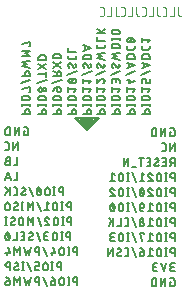
<source format=gbr>
G04 EAGLE Gerber RS-274X export*
G75*
%MOMM*%
%FSLAX34Y34*%
%LPD*%
%INSilkscreen Bottom*%
%IPPOS*%
%AMOC8*
5,1,8,0,0,1.08239X$1,22.5*%
G01*
%ADD10C,0.152400*%
%ADD11C,0.076200*%


D10*
X27381Y153193D02*
X26280Y153193D01*
X26280Y149524D01*
X28482Y149524D01*
X28556Y149526D01*
X28631Y149532D01*
X28704Y149541D01*
X28778Y149554D01*
X28850Y149571D01*
X28921Y149591D01*
X28992Y149615D01*
X29061Y149643D01*
X29129Y149674D01*
X29194Y149708D01*
X29259Y149746D01*
X29321Y149787D01*
X29381Y149831D01*
X29438Y149878D01*
X29493Y149928D01*
X29546Y149981D01*
X29596Y150036D01*
X29643Y150093D01*
X29687Y150153D01*
X29728Y150215D01*
X29766Y150280D01*
X29800Y150346D01*
X29831Y150413D01*
X29859Y150482D01*
X29883Y150553D01*
X29903Y150624D01*
X29920Y150697D01*
X29933Y150770D01*
X29942Y150844D01*
X29948Y150918D01*
X29950Y150992D01*
X29949Y150992D02*
X29949Y154661D01*
X29950Y154661D02*
X29948Y154735D01*
X29942Y154810D01*
X29933Y154883D01*
X29920Y154956D01*
X29903Y155029D01*
X29883Y155100D01*
X29859Y155171D01*
X29831Y155240D01*
X29800Y155307D01*
X29766Y155373D01*
X29728Y155438D01*
X29687Y155500D01*
X29643Y155560D01*
X29596Y155617D01*
X29546Y155672D01*
X29493Y155725D01*
X29438Y155775D01*
X29381Y155822D01*
X29321Y155866D01*
X29259Y155907D01*
X29194Y155945D01*
X29129Y155979D01*
X29061Y156010D01*
X28992Y156038D01*
X28922Y156062D01*
X28850Y156082D01*
X28778Y156099D01*
X28704Y156112D01*
X28631Y156121D01*
X28556Y156127D01*
X28482Y156129D01*
X28482Y156128D02*
X26280Y156128D01*
X22146Y156128D02*
X22146Y149524D01*
X18478Y149524D02*
X22146Y156128D01*
X18478Y156128D02*
X18478Y149524D01*
X14344Y149524D02*
X14344Y156128D01*
X12509Y156128D01*
X12424Y156126D01*
X12340Y156120D01*
X12256Y156110D01*
X12172Y156097D01*
X12089Y156079D01*
X12007Y156058D01*
X11926Y156033D01*
X11846Y156004D01*
X11768Y155972D01*
X11692Y155936D01*
X11617Y155896D01*
X11544Y155853D01*
X11473Y155807D01*
X11404Y155758D01*
X11337Y155705D01*
X11273Y155649D01*
X11212Y155591D01*
X11154Y155530D01*
X11098Y155466D01*
X11045Y155399D01*
X10996Y155330D01*
X10950Y155259D01*
X10907Y155186D01*
X10867Y155111D01*
X10831Y155035D01*
X10799Y154957D01*
X10770Y154877D01*
X10745Y154796D01*
X10724Y154714D01*
X10706Y154631D01*
X10693Y154547D01*
X10683Y154463D01*
X10677Y154379D01*
X10675Y154294D01*
X10675Y151359D01*
X10677Y151274D01*
X10683Y151190D01*
X10693Y151106D01*
X10706Y151022D01*
X10724Y150939D01*
X10745Y150857D01*
X10770Y150776D01*
X10799Y150696D01*
X10831Y150618D01*
X10867Y150542D01*
X10907Y150467D01*
X10950Y150394D01*
X10996Y150323D01*
X11045Y150254D01*
X11098Y150187D01*
X11154Y150123D01*
X11212Y150062D01*
X11273Y150004D01*
X11337Y149948D01*
X11404Y149895D01*
X11473Y149846D01*
X11544Y149800D01*
X11617Y149757D01*
X11692Y149717D01*
X11768Y149681D01*
X11846Y149649D01*
X11926Y149620D01*
X12007Y149595D01*
X12089Y149574D01*
X12172Y149556D01*
X12256Y149543D01*
X12340Y149533D01*
X12424Y149527D01*
X12509Y149525D01*
X12509Y149524D02*
X14344Y149524D01*
X59454Y105328D02*
X59454Y98724D01*
X59454Y105328D02*
X57619Y105328D01*
X57534Y105326D01*
X57450Y105320D01*
X57366Y105310D01*
X57282Y105297D01*
X57199Y105279D01*
X57117Y105258D01*
X57036Y105233D01*
X56956Y105204D01*
X56878Y105172D01*
X56802Y105136D01*
X56727Y105096D01*
X56654Y105053D01*
X56583Y105007D01*
X56514Y104958D01*
X56447Y104905D01*
X56383Y104849D01*
X56322Y104791D01*
X56264Y104730D01*
X56208Y104666D01*
X56155Y104599D01*
X56106Y104530D01*
X56060Y104459D01*
X56017Y104386D01*
X55977Y104311D01*
X55941Y104235D01*
X55909Y104157D01*
X55880Y104077D01*
X55855Y103996D01*
X55834Y103914D01*
X55816Y103831D01*
X55803Y103747D01*
X55793Y103663D01*
X55787Y103579D01*
X55785Y103494D01*
X55787Y103409D01*
X55793Y103325D01*
X55803Y103241D01*
X55816Y103157D01*
X55834Y103074D01*
X55855Y102992D01*
X55880Y102911D01*
X55909Y102831D01*
X55941Y102753D01*
X55977Y102677D01*
X56017Y102602D01*
X56060Y102529D01*
X56106Y102458D01*
X56155Y102389D01*
X56208Y102322D01*
X56264Y102258D01*
X56322Y102197D01*
X56383Y102139D01*
X56447Y102083D01*
X56514Y102030D01*
X56583Y101981D01*
X56654Y101935D01*
X56727Y101892D01*
X56802Y101852D01*
X56878Y101816D01*
X56956Y101784D01*
X57036Y101755D01*
X57117Y101730D01*
X57199Y101709D01*
X57282Y101691D01*
X57366Y101678D01*
X57450Y101668D01*
X57534Y101662D01*
X57619Y101660D01*
X59454Y101660D01*
X52192Y98724D02*
X52192Y105328D01*
X52926Y98724D02*
X51459Y98724D01*
X51459Y105328D02*
X52926Y105328D01*
X48175Y103494D02*
X48175Y100559D01*
X48174Y103494D02*
X48172Y103579D01*
X48166Y103663D01*
X48156Y103747D01*
X48143Y103831D01*
X48125Y103914D01*
X48104Y103996D01*
X48079Y104077D01*
X48050Y104157D01*
X48018Y104235D01*
X47982Y104311D01*
X47942Y104386D01*
X47899Y104459D01*
X47853Y104530D01*
X47804Y104599D01*
X47751Y104666D01*
X47695Y104730D01*
X47637Y104791D01*
X47576Y104849D01*
X47512Y104905D01*
X47445Y104958D01*
X47376Y105007D01*
X47305Y105053D01*
X47232Y105096D01*
X47157Y105136D01*
X47081Y105172D01*
X47003Y105204D01*
X46923Y105233D01*
X46842Y105258D01*
X46760Y105279D01*
X46677Y105297D01*
X46593Y105310D01*
X46509Y105320D01*
X46425Y105326D01*
X46340Y105328D01*
X46255Y105326D01*
X46171Y105320D01*
X46087Y105310D01*
X46003Y105297D01*
X45920Y105279D01*
X45838Y105258D01*
X45757Y105233D01*
X45677Y105204D01*
X45599Y105172D01*
X45523Y105136D01*
X45448Y105096D01*
X45375Y105053D01*
X45304Y105007D01*
X45235Y104958D01*
X45168Y104905D01*
X45104Y104849D01*
X45043Y104791D01*
X44985Y104730D01*
X44929Y104666D01*
X44876Y104599D01*
X44827Y104530D01*
X44781Y104459D01*
X44738Y104386D01*
X44698Y104311D01*
X44662Y104235D01*
X44630Y104157D01*
X44601Y104077D01*
X44576Y103996D01*
X44555Y103914D01*
X44537Y103831D01*
X44524Y103747D01*
X44514Y103663D01*
X44508Y103579D01*
X44506Y103494D01*
X44506Y100559D01*
X44508Y100474D01*
X44514Y100390D01*
X44524Y100306D01*
X44537Y100222D01*
X44555Y100139D01*
X44576Y100057D01*
X44601Y99976D01*
X44630Y99896D01*
X44662Y99818D01*
X44698Y99742D01*
X44738Y99667D01*
X44781Y99594D01*
X44827Y99523D01*
X44876Y99454D01*
X44929Y99387D01*
X44985Y99323D01*
X45043Y99262D01*
X45104Y99204D01*
X45168Y99148D01*
X45235Y99095D01*
X45304Y99046D01*
X45375Y99000D01*
X45448Y98957D01*
X45523Y98917D01*
X45599Y98881D01*
X45677Y98849D01*
X45757Y98820D01*
X45838Y98795D01*
X45920Y98774D01*
X46003Y98756D01*
X46087Y98743D01*
X46171Y98733D01*
X46255Y98727D01*
X46340Y98725D01*
X46425Y98727D01*
X46509Y98733D01*
X46593Y98743D01*
X46677Y98756D01*
X46760Y98774D01*
X46842Y98795D01*
X46923Y98820D01*
X47003Y98849D01*
X47081Y98881D01*
X47157Y98917D01*
X47232Y98957D01*
X47305Y99000D01*
X47376Y99046D01*
X47445Y99095D01*
X47512Y99148D01*
X47576Y99204D01*
X47637Y99262D01*
X47695Y99323D01*
X47751Y99387D01*
X47804Y99454D01*
X47853Y99523D01*
X47899Y99594D01*
X47942Y99667D01*
X47982Y99742D01*
X48018Y99818D01*
X48050Y99896D01*
X48079Y99976D01*
X48104Y100057D01*
X48125Y100139D01*
X48143Y100222D01*
X48156Y100306D01*
X48166Y100390D01*
X48172Y100474D01*
X48174Y100559D01*
X40859Y102026D02*
X40857Y102171D01*
X40851Y102316D01*
X40842Y102461D01*
X40828Y102606D01*
X40811Y102750D01*
X40789Y102893D01*
X40764Y103037D01*
X40735Y103179D01*
X40703Y103320D01*
X40666Y103461D01*
X40626Y103600D01*
X40582Y103739D01*
X40535Y103876D01*
X40484Y104012D01*
X40429Y104146D01*
X40371Y104279D01*
X40309Y104411D01*
X40310Y104411D02*
X40284Y104480D01*
X40255Y104547D01*
X40222Y104613D01*
X40186Y104676D01*
X40146Y104738D01*
X40103Y104797D01*
X40057Y104854D01*
X40008Y104908D01*
X39956Y104960D01*
X39901Y105009D01*
X39844Y105054D01*
X39784Y105097D01*
X39722Y105136D01*
X39659Y105172D01*
X39593Y105205D01*
X39526Y105233D01*
X39457Y105259D01*
X39387Y105280D01*
X39316Y105298D01*
X39244Y105311D01*
X39171Y105321D01*
X39098Y105327D01*
X39025Y105329D01*
X39025Y105328D02*
X38952Y105326D01*
X38879Y105320D01*
X38806Y105310D01*
X38735Y105297D01*
X38663Y105279D01*
X38593Y105258D01*
X38525Y105232D01*
X38457Y105204D01*
X38392Y105171D01*
X38328Y105135D01*
X38266Y105096D01*
X38207Y105054D01*
X38150Y105008D01*
X38095Y104959D01*
X38043Y104908D01*
X37994Y104853D01*
X37948Y104796D01*
X37905Y104737D01*
X37865Y104676D01*
X37829Y104612D01*
X37796Y104547D01*
X37767Y104480D01*
X37741Y104411D01*
X37679Y104279D01*
X37621Y104146D01*
X37566Y104012D01*
X37515Y103876D01*
X37468Y103739D01*
X37424Y103600D01*
X37384Y103461D01*
X37347Y103320D01*
X37315Y103179D01*
X37286Y103037D01*
X37261Y102894D01*
X37239Y102750D01*
X37222Y102606D01*
X37208Y102461D01*
X37199Y102316D01*
X37193Y102171D01*
X37191Y102026D01*
X40859Y102026D02*
X40857Y101881D01*
X40851Y101736D01*
X40842Y101591D01*
X40828Y101446D01*
X40811Y101302D01*
X40789Y101159D01*
X40764Y101016D01*
X40736Y100873D01*
X40703Y100732D01*
X40666Y100591D01*
X40626Y100452D01*
X40582Y100313D01*
X40535Y100176D01*
X40484Y100040D01*
X40429Y99906D01*
X40371Y99773D01*
X40309Y99641D01*
X40310Y99642D02*
X40284Y99573D01*
X40255Y99506D01*
X40222Y99440D01*
X40186Y99377D01*
X40146Y99315D01*
X40103Y99256D01*
X40057Y99199D01*
X40008Y99145D01*
X39956Y99093D01*
X39901Y99044D01*
X39844Y98999D01*
X39784Y98956D01*
X39722Y98917D01*
X39659Y98881D01*
X39593Y98848D01*
X39526Y98820D01*
X39457Y98794D01*
X39387Y98773D01*
X39316Y98755D01*
X39244Y98742D01*
X39171Y98732D01*
X39098Y98726D01*
X39025Y98724D01*
X37741Y99641D02*
X37679Y99773D01*
X37621Y99906D01*
X37566Y100040D01*
X37515Y100176D01*
X37468Y100313D01*
X37424Y100452D01*
X37384Y100591D01*
X37347Y100732D01*
X37315Y100873D01*
X37286Y101015D01*
X37261Y101158D01*
X37239Y101302D01*
X37222Y101446D01*
X37208Y101591D01*
X37199Y101736D01*
X37193Y101881D01*
X37191Y102026D01*
X37741Y99642D02*
X37767Y99573D01*
X37796Y99506D01*
X37829Y99441D01*
X37865Y99377D01*
X37905Y99316D01*
X37948Y99257D01*
X37994Y99200D01*
X38043Y99145D01*
X38095Y99094D01*
X38150Y99045D01*
X38207Y98999D01*
X38266Y98957D01*
X38328Y98918D01*
X38392Y98882D01*
X38457Y98849D01*
X38525Y98821D01*
X38593Y98795D01*
X38663Y98774D01*
X38735Y98756D01*
X38806Y98743D01*
X38879Y98733D01*
X38952Y98727D01*
X39025Y98725D01*
X40493Y100192D02*
X37557Y103861D01*
X33909Y97991D02*
X30974Y106062D01*
X24267Y100192D02*
X24269Y100118D01*
X24275Y100043D01*
X24284Y99970D01*
X24297Y99896D01*
X24314Y99824D01*
X24334Y99753D01*
X24358Y99682D01*
X24386Y99613D01*
X24417Y99546D01*
X24451Y99480D01*
X24489Y99415D01*
X24530Y99353D01*
X24574Y99293D01*
X24621Y99236D01*
X24671Y99181D01*
X24724Y99128D01*
X24779Y99078D01*
X24836Y99031D01*
X24896Y98987D01*
X24958Y98946D01*
X25023Y98908D01*
X25089Y98874D01*
X25156Y98843D01*
X25225Y98815D01*
X25296Y98791D01*
X25367Y98771D01*
X25439Y98754D01*
X25513Y98741D01*
X25586Y98732D01*
X25661Y98726D01*
X25735Y98724D01*
X25735Y98725D02*
X25846Y98727D01*
X25957Y98733D01*
X26068Y98743D01*
X26179Y98757D01*
X26288Y98775D01*
X26397Y98797D01*
X26506Y98822D01*
X26613Y98852D01*
X26719Y98885D01*
X26824Y98923D01*
X26927Y98963D01*
X27029Y99008D01*
X27129Y99056D01*
X27228Y99108D01*
X27324Y99163D01*
X27419Y99222D01*
X27511Y99284D01*
X27601Y99350D01*
X27689Y99418D01*
X27774Y99490D01*
X27856Y99565D01*
X27936Y99642D01*
X27753Y103861D02*
X27751Y103935D01*
X27745Y104010D01*
X27736Y104083D01*
X27723Y104157D01*
X27706Y104229D01*
X27686Y104300D01*
X27662Y104371D01*
X27634Y104440D01*
X27603Y104507D01*
X27569Y104573D01*
X27531Y104638D01*
X27490Y104700D01*
X27446Y104760D01*
X27399Y104817D01*
X27349Y104872D01*
X27296Y104925D01*
X27241Y104975D01*
X27184Y105022D01*
X27124Y105066D01*
X27062Y105107D01*
X26997Y105145D01*
X26931Y105179D01*
X26864Y105210D01*
X26795Y105238D01*
X26724Y105262D01*
X26653Y105282D01*
X26581Y105299D01*
X26507Y105312D01*
X26434Y105321D01*
X26359Y105327D01*
X26285Y105329D01*
X26181Y105327D01*
X26077Y105321D01*
X25973Y105311D01*
X25870Y105298D01*
X25767Y105280D01*
X25665Y105258D01*
X25564Y105233D01*
X25464Y105204D01*
X25365Y105171D01*
X25268Y105134D01*
X25172Y105094D01*
X25077Y105050D01*
X24985Y105002D01*
X24894Y104952D01*
X24805Y104897D01*
X24718Y104840D01*
X24634Y104779D01*
X27019Y102576D02*
X27082Y102615D01*
X27142Y102657D01*
X27201Y102702D01*
X27257Y102750D01*
X27310Y102801D01*
X27361Y102854D01*
X27410Y102909D01*
X27455Y102967D01*
X27498Y103027D01*
X27538Y103089D01*
X27574Y103153D01*
X27608Y103219D01*
X27638Y103287D01*
X27665Y103355D01*
X27688Y103425D01*
X27708Y103496D01*
X27724Y103568D01*
X27737Y103641D01*
X27746Y103714D01*
X27751Y103787D01*
X27753Y103861D01*
X25001Y101477D02*
X24938Y101438D01*
X24878Y101396D01*
X24820Y101351D01*
X24763Y101303D01*
X24710Y101252D01*
X24659Y101199D01*
X24610Y101144D01*
X24565Y101086D01*
X24522Y101026D01*
X24482Y100964D01*
X24446Y100900D01*
X24412Y100834D01*
X24382Y100766D01*
X24355Y100698D01*
X24332Y100628D01*
X24312Y100557D01*
X24296Y100485D01*
X24283Y100412D01*
X24274Y100339D01*
X24269Y100266D01*
X24267Y100192D01*
X25001Y101476D02*
X27019Y102577D01*
X19433Y98724D02*
X17965Y98724D01*
X19433Y98724D02*
X19507Y98726D01*
X19582Y98732D01*
X19655Y98741D01*
X19729Y98754D01*
X19801Y98771D01*
X19872Y98791D01*
X19943Y98815D01*
X20012Y98843D01*
X20080Y98874D01*
X20145Y98908D01*
X20210Y98946D01*
X20272Y98987D01*
X20332Y99031D01*
X20389Y99078D01*
X20444Y99128D01*
X20497Y99181D01*
X20547Y99236D01*
X20594Y99293D01*
X20638Y99353D01*
X20679Y99415D01*
X20717Y99480D01*
X20751Y99546D01*
X20782Y99613D01*
X20810Y99682D01*
X20834Y99753D01*
X20854Y99824D01*
X20871Y99897D01*
X20884Y99970D01*
X20893Y100044D01*
X20899Y100118D01*
X20901Y100192D01*
X20900Y100192D02*
X20900Y103861D01*
X20901Y103861D02*
X20899Y103935D01*
X20893Y104010D01*
X20884Y104083D01*
X20871Y104156D01*
X20854Y104229D01*
X20834Y104300D01*
X20810Y104371D01*
X20782Y104440D01*
X20751Y104507D01*
X20717Y104573D01*
X20679Y104638D01*
X20638Y104700D01*
X20594Y104760D01*
X20547Y104817D01*
X20497Y104872D01*
X20444Y104925D01*
X20389Y104975D01*
X20332Y105022D01*
X20272Y105066D01*
X20210Y105107D01*
X20145Y105145D01*
X20080Y105179D01*
X20012Y105210D01*
X19943Y105238D01*
X19873Y105262D01*
X19801Y105282D01*
X19729Y105299D01*
X19655Y105312D01*
X19582Y105321D01*
X19507Y105327D01*
X19433Y105329D01*
X19433Y105328D02*
X17965Y105328D01*
X14344Y105328D02*
X14344Y98724D01*
X14344Y101293D02*
X10675Y105328D01*
X12876Y102760D02*
X10675Y98724D01*
X24645Y167812D02*
X31249Y167812D01*
X31249Y169647D01*
X31248Y169647D02*
X31246Y169732D01*
X31240Y169816D01*
X31230Y169900D01*
X31217Y169984D01*
X31199Y170067D01*
X31178Y170149D01*
X31153Y170230D01*
X31124Y170310D01*
X31092Y170388D01*
X31056Y170464D01*
X31016Y170539D01*
X30973Y170612D01*
X30927Y170683D01*
X30878Y170752D01*
X30825Y170819D01*
X30769Y170883D01*
X30711Y170944D01*
X30650Y171002D01*
X30586Y171058D01*
X30519Y171111D01*
X30450Y171160D01*
X30379Y171206D01*
X30306Y171249D01*
X30231Y171289D01*
X30155Y171325D01*
X30077Y171357D01*
X29997Y171386D01*
X29916Y171411D01*
X29834Y171432D01*
X29751Y171450D01*
X29667Y171463D01*
X29583Y171473D01*
X29499Y171479D01*
X29414Y171481D01*
X29329Y171479D01*
X29245Y171473D01*
X29161Y171463D01*
X29077Y171450D01*
X28994Y171432D01*
X28912Y171411D01*
X28831Y171386D01*
X28751Y171357D01*
X28673Y171325D01*
X28597Y171289D01*
X28522Y171249D01*
X28449Y171206D01*
X28378Y171160D01*
X28309Y171111D01*
X28242Y171058D01*
X28178Y171002D01*
X28117Y170944D01*
X28059Y170883D01*
X28003Y170819D01*
X27950Y170752D01*
X27901Y170683D01*
X27855Y170612D01*
X27812Y170539D01*
X27772Y170464D01*
X27736Y170388D01*
X27704Y170310D01*
X27675Y170230D01*
X27650Y170149D01*
X27629Y170067D01*
X27611Y169984D01*
X27598Y169900D01*
X27588Y169816D01*
X27582Y169732D01*
X27580Y169647D01*
X27580Y167812D01*
X24645Y175074D02*
X31249Y175074D01*
X24645Y174340D02*
X24645Y175808D01*
X31249Y175808D02*
X31249Y174340D01*
X29414Y179092D02*
X26479Y179092D01*
X29414Y179092D02*
X29499Y179094D01*
X29583Y179100D01*
X29667Y179110D01*
X29751Y179123D01*
X29834Y179141D01*
X29916Y179162D01*
X29997Y179187D01*
X30077Y179216D01*
X30155Y179248D01*
X30231Y179284D01*
X30306Y179324D01*
X30379Y179367D01*
X30450Y179413D01*
X30519Y179462D01*
X30586Y179515D01*
X30650Y179571D01*
X30711Y179629D01*
X30769Y179690D01*
X30825Y179754D01*
X30878Y179821D01*
X30927Y179890D01*
X30973Y179961D01*
X31016Y180034D01*
X31056Y180109D01*
X31092Y180185D01*
X31124Y180263D01*
X31153Y180343D01*
X31178Y180424D01*
X31199Y180506D01*
X31217Y180589D01*
X31230Y180673D01*
X31240Y180757D01*
X31246Y180841D01*
X31248Y180926D01*
X31246Y181011D01*
X31240Y181095D01*
X31230Y181179D01*
X31217Y181263D01*
X31199Y181346D01*
X31178Y181428D01*
X31153Y181509D01*
X31124Y181589D01*
X31092Y181667D01*
X31056Y181743D01*
X31016Y181818D01*
X30973Y181891D01*
X30927Y181962D01*
X30878Y182031D01*
X30825Y182098D01*
X30769Y182162D01*
X30711Y182223D01*
X30650Y182281D01*
X30586Y182337D01*
X30519Y182390D01*
X30450Y182439D01*
X30379Y182485D01*
X30306Y182528D01*
X30231Y182568D01*
X30155Y182604D01*
X30077Y182636D01*
X29997Y182665D01*
X29916Y182690D01*
X29834Y182711D01*
X29751Y182729D01*
X29667Y182742D01*
X29583Y182752D01*
X29499Y182758D01*
X29414Y182760D01*
X29414Y182761D02*
X26479Y182761D01*
X26479Y182760D02*
X26394Y182758D01*
X26310Y182752D01*
X26226Y182742D01*
X26142Y182729D01*
X26059Y182711D01*
X25977Y182690D01*
X25896Y182665D01*
X25816Y182636D01*
X25738Y182604D01*
X25662Y182568D01*
X25587Y182528D01*
X25514Y182485D01*
X25443Y182439D01*
X25374Y182390D01*
X25307Y182337D01*
X25243Y182281D01*
X25182Y182223D01*
X25124Y182162D01*
X25068Y182098D01*
X25015Y182031D01*
X24966Y181962D01*
X24920Y181891D01*
X24877Y181818D01*
X24837Y181743D01*
X24801Y181667D01*
X24769Y181589D01*
X24740Y181509D01*
X24715Y181428D01*
X24694Y181346D01*
X24676Y181263D01*
X24663Y181179D01*
X24653Y181095D01*
X24647Y181011D01*
X24645Y180926D01*
X24647Y180841D01*
X24653Y180757D01*
X24663Y180673D01*
X24676Y180589D01*
X24694Y180506D01*
X24715Y180424D01*
X24740Y180343D01*
X24769Y180263D01*
X24801Y180185D01*
X24837Y180109D01*
X24877Y180034D01*
X24920Y179961D01*
X24966Y179890D01*
X25015Y179821D01*
X25068Y179754D01*
X25124Y179690D01*
X25182Y179629D01*
X25243Y179571D01*
X25307Y179515D01*
X25374Y179462D01*
X25443Y179413D01*
X25514Y179367D01*
X25587Y179324D01*
X25662Y179284D01*
X25738Y179248D01*
X25816Y179216D01*
X25896Y179187D01*
X25977Y179162D01*
X26059Y179141D01*
X26142Y179123D01*
X26226Y179110D01*
X26310Y179100D01*
X26394Y179094D01*
X26479Y179092D01*
X30515Y186407D02*
X31249Y186407D01*
X31249Y190076D01*
X24645Y188241D01*
X23911Y193357D02*
X31982Y196293D01*
X31249Y199999D02*
X24645Y199999D01*
X31249Y199999D02*
X31249Y201834D01*
X31248Y201834D02*
X31246Y201919D01*
X31240Y202003D01*
X31230Y202087D01*
X31217Y202171D01*
X31199Y202254D01*
X31178Y202336D01*
X31153Y202417D01*
X31124Y202497D01*
X31092Y202575D01*
X31056Y202651D01*
X31016Y202726D01*
X30973Y202799D01*
X30927Y202870D01*
X30878Y202939D01*
X30825Y203006D01*
X30769Y203070D01*
X30711Y203131D01*
X30650Y203189D01*
X30586Y203245D01*
X30519Y203298D01*
X30450Y203347D01*
X30379Y203393D01*
X30306Y203436D01*
X30231Y203476D01*
X30155Y203512D01*
X30077Y203544D01*
X29997Y203573D01*
X29916Y203598D01*
X29834Y203619D01*
X29751Y203637D01*
X29667Y203650D01*
X29583Y203660D01*
X29499Y203666D01*
X29414Y203668D01*
X29329Y203666D01*
X29245Y203660D01*
X29161Y203650D01*
X29077Y203637D01*
X28994Y203619D01*
X28912Y203598D01*
X28831Y203573D01*
X28751Y203544D01*
X28673Y203512D01*
X28597Y203476D01*
X28522Y203436D01*
X28449Y203393D01*
X28378Y203347D01*
X28309Y203298D01*
X28242Y203245D01*
X28178Y203189D01*
X28117Y203131D01*
X28059Y203070D01*
X28003Y203006D01*
X27950Y202939D01*
X27901Y202870D01*
X27855Y202799D01*
X27812Y202726D01*
X27772Y202651D01*
X27736Y202575D01*
X27704Y202497D01*
X27675Y202417D01*
X27650Y202336D01*
X27629Y202254D01*
X27611Y202171D01*
X27598Y202087D01*
X27588Y202003D01*
X27582Y201919D01*
X27580Y201834D01*
X27580Y199999D01*
X31249Y206764D02*
X24645Y208232D01*
X29047Y209699D01*
X24645Y211167D01*
X31249Y212634D01*
X31249Y216520D02*
X24645Y216520D01*
X27580Y218721D02*
X31249Y216520D01*
X27580Y218721D02*
X31249Y220923D01*
X24645Y220923D01*
X30515Y224934D02*
X31249Y224934D01*
X31249Y228602D01*
X24645Y226768D01*
X38615Y167812D02*
X45219Y167812D01*
X45219Y169647D01*
X45218Y169647D02*
X45216Y169732D01*
X45210Y169816D01*
X45200Y169900D01*
X45187Y169984D01*
X45169Y170067D01*
X45148Y170149D01*
X45123Y170230D01*
X45094Y170310D01*
X45062Y170388D01*
X45026Y170464D01*
X44986Y170539D01*
X44943Y170612D01*
X44897Y170683D01*
X44848Y170752D01*
X44795Y170819D01*
X44739Y170883D01*
X44681Y170944D01*
X44620Y171002D01*
X44556Y171058D01*
X44489Y171111D01*
X44420Y171160D01*
X44349Y171206D01*
X44276Y171249D01*
X44201Y171289D01*
X44125Y171325D01*
X44047Y171357D01*
X43967Y171386D01*
X43886Y171411D01*
X43804Y171432D01*
X43721Y171450D01*
X43637Y171463D01*
X43553Y171473D01*
X43469Y171479D01*
X43384Y171481D01*
X43299Y171479D01*
X43215Y171473D01*
X43131Y171463D01*
X43047Y171450D01*
X42964Y171432D01*
X42882Y171411D01*
X42801Y171386D01*
X42721Y171357D01*
X42643Y171325D01*
X42567Y171289D01*
X42492Y171249D01*
X42419Y171206D01*
X42348Y171160D01*
X42279Y171111D01*
X42212Y171058D01*
X42148Y171002D01*
X42087Y170944D01*
X42029Y170883D01*
X41973Y170819D01*
X41920Y170752D01*
X41871Y170683D01*
X41825Y170612D01*
X41782Y170539D01*
X41742Y170464D01*
X41706Y170388D01*
X41674Y170310D01*
X41645Y170230D01*
X41620Y170149D01*
X41599Y170067D01*
X41581Y169984D01*
X41568Y169900D01*
X41558Y169816D01*
X41552Y169732D01*
X41550Y169647D01*
X41550Y167812D01*
X38615Y175074D02*
X45219Y175074D01*
X38615Y174340D02*
X38615Y175808D01*
X45219Y175808D02*
X45219Y174340D01*
X43384Y179092D02*
X40449Y179092D01*
X43384Y179092D02*
X43469Y179094D01*
X43553Y179100D01*
X43637Y179110D01*
X43721Y179123D01*
X43804Y179141D01*
X43886Y179162D01*
X43967Y179187D01*
X44047Y179216D01*
X44125Y179248D01*
X44201Y179284D01*
X44276Y179324D01*
X44349Y179367D01*
X44420Y179413D01*
X44489Y179462D01*
X44556Y179515D01*
X44620Y179571D01*
X44681Y179629D01*
X44739Y179690D01*
X44795Y179754D01*
X44848Y179821D01*
X44897Y179890D01*
X44943Y179961D01*
X44986Y180034D01*
X45026Y180109D01*
X45062Y180185D01*
X45094Y180263D01*
X45123Y180343D01*
X45148Y180424D01*
X45169Y180506D01*
X45187Y180589D01*
X45200Y180673D01*
X45210Y180757D01*
X45216Y180841D01*
X45218Y180926D01*
X45216Y181011D01*
X45210Y181095D01*
X45200Y181179D01*
X45187Y181263D01*
X45169Y181346D01*
X45148Y181428D01*
X45123Y181509D01*
X45094Y181589D01*
X45062Y181667D01*
X45026Y181743D01*
X44986Y181818D01*
X44943Y181891D01*
X44897Y181962D01*
X44848Y182031D01*
X44795Y182098D01*
X44739Y182162D01*
X44681Y182223D01*
X44620Y182281D01*
X44556Y182337D01*
X44489Y182390D01*
X44420Y182439D01*
X44349Y182485D01*
X44276Y182528D01*
X44201Y182568D01*
X44125Y182604D01*
X44047Y182636D01*
X43967Y182665D01*
X43886Y182690D01*
X43804Y182711D01*
X43721Y182729D01*
X43637Y182742D01*
X43553Y182752D01*
X43469Y182758D01*
X43384Y182760D01*
X43384Y182761D02*
X40449Y182761D01*
X40449Y182760D02*
X40364Y182758D01*
X40280Y182752D01*
X40196Y182742D01*
X40112Y182729D01*
X40029Y182711D01*
X39947Y182690D01*
X39866Y182665D01*
X39786Y182636D01*
X39708Y182604D01*
X39632Y182568D01*
X39557Y182528D01*
X39484Y182485D01*
X39413Y182439D01*
X39344Y182390D01*
X39277Y182337D01*
X39213Y182281D01*
X39152Y182223D01*
X39094Y182162D01*
X39038Y182098D01*
X38985Y182031D01*
X38936Y181962D01*
X38890Y181891D01*
X38847Y181818D01*
X38807Y181743D01*
X38771Y181667D01*
X38739Y181589D01*
X38710Y181509D01*
X38685Y181428D01*
X38664Y181346D01*
X38646Y181263D01*
X38633Y181179D01*
X38623Y181095D01*
X38617Y181011D01*
X38615Y180926D01*
X38617Y180841D01*
X38623Y180757D01*
X38633Y180673D01*
X38646Y180589D01*
X38664Y180506D01*
X38685Y180424D01*
X38710Y180343D01*
X38739Y180263D01*
X38771Y180185D01*
X38807Y180109D01*
X38847Y180034D01*
X38890Y179961D01*
X38936Y179890D01*
X38985Y179821D01*
X39038Y179754D01*
X39094Y179690D01*
X39152Y179629D01*
X39213Y179571D01*
X39277Y179515D01*
X39344Y179462D01*
X39413Y179413D01*
X39484Y179367D01*
X39557Y179324D01*
X39632Y179284D01*
X39708Y179248D01*
X39786Y179216D01*
X39866Y179187D01*
X39947Y179162D01*
X40029Y179141D01*
X40112Y179123D01*
X40196Y179110D01*
X40280Y179100D01*
X40364Y179094D01*
X40449Y179092D01*
X40449Y186407D02*
X40534Y186409D01*
X40618Y186415D01*
X40702Y186425D01*
X40786Y186438D01*
X40869Y186456D01*
X40951Y186477D01*
X41032Y186502D01*
X41112Y186531D01*
X41190Y186563D01*
X41266Y186599D01*
X41341Y186639D01*
X41414Y186682D01*
X41485Y186728D01*
X41554Y186777D01*
X41621Y186830D01*
X41685Y186886D01*
X41746Y186944D01*
X41804Y187005D01*
X41860Y187069D01*
X41913Y187136D01*
X41962Y187205D01*
X42008Y187276D01*
X42051Y187349D01*
X42091Y187424D01*
X42127Y187500D01*
X42159Y187578D01*
X42188Y187658D01*
X42213Y187739D01*
X42234Y187821D01*
X42252Y187904D01*
X42265Y187988D01*
X42275Y188072D01*
X42281Y188156D01*
X42283Y188241D01*
X42281Y188326D01*
X42275Y188410D01*
X42265Y188494D01*
X42252Y188578D01*
X42234Y188661D01*
X42213Y188743D01*
X42188Y188824D01*
X42159Y188904D01*
X42127Y188982D01*
X42091Y189058D01*
X42051Y189133D01*
X42008Y189206D01*
X41962Y189277D01*
X41913Y189346D01*
X41860Y189413D01*
X41804Y189477D01*
X41746Y189538D01*
X41685Y189596D01*
X41621Y189652D01*
X41554Y189705D01*
X41485Y189754D01*
X41414Y189800D01*
X41341Y189843D01*
X41266Y189883D01*
X41190Y189919D01*
X41112Y189951D01*
X41032Y189980D01*
X40951Y190005D01*
X40869Y190026D01*
X40786Y190044D01*
X40702Y190057D01*
X40618Y190067D01*
X40534Y190073D01*
X40449Y190075D01*
X40364Y190073D01*
X40280Y190067D01*
X40196Y190057D01*
X40112Y190044D01*
X40029Y190026D01*
X39947Y190005D01*
X39866Y189980D01*
X39786Y189951D01*
X39708Y189919D01*
X39632Y189883D01*
X39557Y189843D01*
X39484Y189800D01*
X39413Y189754D01*
X39344Y189705D01*
X39277Y189652D01*
X39213Y189596D01*
X39152Y189538D01*
X39094Y189477D01*
X39038Y189413D01*
X38985Y189346D01*
X38936Y189277D01*
X38890Y189206D01*
X38847Y189133D01*
X38807Y189058D01*
X38771Y188982D01*
X38739Y188904D01*
X38710Y188824D01*
X38685Y188743D01*
X38664Y188661D01*
X38646Y188578D01*
X38633Y188494D01*
X38623Y188410D01*
X38617Y188326D01*
X38615Y188241D01*
X38617Y188156D01*
X38623Y188072D01*
X38633Y187988D01*
X38646Y187904D01*
X38664Y187821D01*
X38685Y187739D01*
X38710Y187658D01*
X38739Y187578D01*
X38771Y187500D01*
X38807Y187424D01*
X38847Y187349D01*
X38890Y187276D01*
X38936Y187205D01*
X38985Y187136D01*
X39038Y187069D01*
X39094Y187005D01*
X39152Y186944D01*
X39213Y186886D01*
X39277Y186830D01*
X39344Y186777D01*
X39413Y186728D01*
X39484Y186682D01*
X39557Y186639D01*
X39632Y186599D01*
X39708Y186563D01*
X39786Y186531D01*
X39866Y186502D01*
X39947Y186477D01*
X40029Y186456D01*
X40112Y186438D01*
X40196Y186425D01*
X40280Y186415D01*
X40364Y186409D01*
X40449Y186407D01*
X43751Y186773D02*
X43827Y186775D01*
X43902Y186781D01*
X43977Y186790D01*
X44051Y186804D01*
X44125Y186821D01*
X44197Y186843D01*
X44269Y186867D01*
X44339Y186896D01*
X44407Y186928D01*
X44474Y186963D01*
X44539Y187002D01*
X44602Y187045D01*
X44662Y187090D01*
X44720Y187138D01*
X44776Y187190D01*
X44828Y187244D01*
X44878Y187301D01*
X44925Y187360D01*
X44969Y187421D01*
X45010Y187485D01*
X45047Y187551D01*
X45081Y187619D01*
X45111Y187688D01*
X45138Y187759D01*
X45161Y187831D01*
X45180Y187904D01*
X45195Y187978D01*
X45207Y188053D01*
X45215Y188128D01*
X45219Y188203D01*
X45219Y188279D01*
X45215Y188354D01*
X45207Y188429D01*
X45195Y188504D01*
X45180Y188578D01*
X45161Y188651D01*
X45138Y188723D01*
X45111Y188794D01*
X45081Y188863D01*
X45047Y188931D01*
X45010Y188997D01*
X44969Y189061D01*
X44925Y189122D01*
X44878Y189181D01*
X44828Y189238D01*
X44776Y189292D01*
X44720Y189344D01*
X44662Y189392D01*
X44602Y189437D01*
X44539Y189480D01*
X44474Y189519D01*
X44407Y189554D01*
X44339Y189586D01*
X44269Y189615D01*
X44197Y189639D01*
X44125Y189661D01*
X44051Y189678D01*
X43977Y189692D01*
X43902Y189701D01*
X43827Y189707D01*
X43751Y189709D01*
X43675Y189707D01*
X43600Y189701D01*
X43525Y189692D01*
X43451Y189678D01*
X43377Y189661D01*
X43305Y189639D01*
X43233Y189615D01*
X43163Y189586D01*
X43095Y189554D01*
X43028Y189519D01*
X42963Y189480D01*
X42900Y189437D01*
X42840Y189392D01*
X42782Y189344D01*
X42726Y189292D01*
X42674Y189238D01*
X42624Y189181D01*
X42577Y189122D01*
X42533Y189061D01*
X42492Y188997D01*
X42455Y188931D01*
X42421Y188863D01*
X42391Y188794D01*
X42364Y188723D01*
X42341Y188651D01*
X42322Y188578D01*
X42307Y188504D01*
X42295Y188429D01*
X42287Y188354D01*
X42283Y188279D01*
X42283Y188203D01*
X42287Y188128D01*
X42295Y188053D01*
X42307Y187978D01*
X42322Y187904D01*
X42341Y187831D01*
X42364Y187759D01*
X42391Y187688D01*
X42421Y187619D01*
X42455Y187551D01*
X42492Y187485D01*
X42533Y187421D01*
X42577Y187360D01*
X42624Y187301D01*
X42674Y187244D01*
X42726Y187190D01*
X42782Y187138D01*
X42840Y187090D01*
X42900Y187045D01*
X42963Y187002D01*
X43028Y186963D01*
X43095Y186928D01*
X43163Y186896D01*
X43233Y186867D01*
X43305Y186843D01*
X43377Y186821D01*
X43451Y186804D01*
X43525Y186790D01*
X43600Y186781D01*
X43675Y186775D01*
X43751Y186773D01*
X37881Y193357D02*
X45952Y196293D01*
X45219Y200921D02*
X38615Y200921D01*
X45219Y199087D02*
X45219Y202755D01*
X38615Y205547D02*
X45219Y209950D01*
X45219Y205547D02*
X38615Y209950D01*
X38615Y213473D02*
X45219Y213473D01*
X45219Y215308D01*
X45218Y215308D02*
X45216Y215393D01*
X45210Y215477D01*
X45200Y215561D01*
X45187Y215645D01*
X45169Y215728D01*
X45148Y215810D01*
X45123Y215891D01*
X45094Y215971D01*
X45062Y216049D01*
X45026Y216125D01*
X44986Y216200D01*
X44943Y216273D01*
X44897Y216344D01*
X44848Y216413D01*
X44795Y216480D01*
X44739Y216544D01*
X44681Y216605D01*
X44620Y216663D01*
X44556Y216719D01*
X44489Y216772D01*
X44420Y216821D01*
X44349Y216867D01*
X44276Y216910D01*
X44201Y216950D01*
X44125Y216986D01*
X44047Y217018D01*
X43967Y217047D01*
X43886Y217072D01*
X43804Y217093D01*
X43721Y217111D01*
X43637Y217124D01*
X43553Y217134D01*
X43469Y217140D01*
X43384Y217142D01*
X40449Y217142D01*
X40364Y217140D01*
X40280Y217134D01*
X40196Y217124D01*
X40112Y217111D01*
X40029Y217093D01*
X39947Y217072D01*
X39866Y217047D01*
X39786Y217018D01*
X39708Y216986D01*
X39632Y216950D01*
X39557Y216910D01*
X39484Y216867D01*
X39413Y216821D01*
X39344Y216772D01*
X39277Y216719D01*
X39213Y216663D01*
X39152Y216605D01*
X39094Y216544D01*
X39038Y216480D01*
X38985Y216413D01*
X38936Y216344D01*
X38890Y216273D01*
X38847Y216200D01*
X38807Y216125D01*
X38771Y216049D01*
X38739Y215971D01*
X38710Y215891D01*
X38685Y215810D01*
X38664Y215728D01*
X38646Y215645D01*
X38633Y215561D01*
X38623Y215477D01*
X38617Y215393D01*
X38615Y215308D01*
X38615Y213473D01*
X51315Y167812D02*
X57919Y167812D01*
X57919Y169647D01*
X57918Y169647D02*
X57916Y169732D01*
X57910Y169816D01*
X57900Y169900D01*
X57887Y169984D01*
X57869Y170067D01*
X57848Y170149D01*
X57823Y170230D01*
X57794Y170310D01*
X57762Y170388D01*
X57726Y170464D01*
X57686Y170539D01*
X57643Y170612D01*
X57597Y170683D01*
X57548Y170752D01*
X57495Y170819D01*
X57439Y170883D01*
X57381Y170944D01*
X57320Y171002D01*
X57256Y171058D01*
X57189Y171111D01*
X57120Y171160D01*
X57049Y171206D01*
X56976Y171249D01*
X56901Y171289D01*
X56825Y171325D01*
X56747Y171357D01*
X56667Y171386D01*
X56586Y171411D01*
X56504Y171432D01*
X56421Y171450D01*
X56337Y171463D01*
X56253Y171473D01*
X56169Y171479D01*
X56084Y171481D01*
X55999Y171479D01*
X55915Y171473D01*
X55831Y171463D01*
X55747Y171450D01*
X55664Y171432D01*
X55582Y171411D01*
X55501Y171386D01*
X55421Y171357D01*
X55343Y171325D01*
X55267Y171289D01*
X55192Y171249D01*
X55119Y171206D01*
X55048Y171160D01*
X54979Y171111D01*
X54912Y171058D01*
X54848Y171002D01*
X54787Y170944D01*
X54729Y170883D01*
X54673Y170819D01*
X54620Y170752D01*
X54571Y170683D01*
X54525Y170612D01*
X54482Y170539D01*
X54442Y170464D01*
X54406Y170388D01*
X54374Y170310D01*
X54345Y170230D01*
X54320Y170149D01*
X54299Y170067D01*
X54281Y169984D01*
X54268Y169900D01*
X54258Y169816D01*
X54252Y169732D01*
X54250Y169647D01*
X54250Y167812D01*
X51315Y175074D02*
X57919Y175074D01*
X51315Y174340D02*
X51315Y175808D01*
X57919Y175808D02*
X57919Y174340D01*
X56084Y179092D02*
X53149Y179092D01*
X56084Y179092D02*
X56169Y179094D01*
X56253Y179100D01*
X56337Y179110D01*
X56421Y179123D01*
X56504Y179141D01*
X56586Y179162D01*
X56667Y179187D01*
X56747Y179216D01*
X56825Y179248D01*
X56901Y179284D01*
X56976Y179324D01*
X57049Y179367D01*
X57120Y179413D01*
X57189Y179462D01*
X57256Y179515D01*
X57320Y179571D01*
X57381Y179629D01*
X57439Y179690D01*
X57495Y179754D01*
X57548Y179821D01*
X57597Y179890D01*
X57643Y179961D01*
X57686Y180034D01*
X57726Y180109D01*
X57762Y180185D01*
X57794Y180263D01*
X57823Y180343D01*
X57848Y180424D01*
X57869Y180506D01*
X57887Y180589D01*
X57900Y180673D01*
X57910Y180757D01*
X57916Y180841D01*
X57918Y180926D01*
X57916Y181011D01*
X57910Y181095D01*
X57900Y181179D01*
X57887Y181263D01*
X57869Y181346D01*
X57848Y181428D01*
X57823Y181509D01*
X57794Y181589D01*
X57762Y181667D01*
X57726Y181743D01*
X57686Y181818D01*
X57643Y181891D01*
X57597Y181962D01*
X57548Y182031D01*
X57495Y182098D01*
X57439Y182162D01*
X57381Y182223D01*
X57320Y182281D01*
X57256Y182337D01*
X57189Y182390D01*
X57120Y182439D01*
X57049Y182485D01*
X56976Y182528D01*
X56901Y182568D01*
X56825Y182604D01*
X56747Y182636D01*
X56667Y182665D01*
X56586Y182690D01*
X56504Y182711D01*
X56421Y182729D01*
X56337Y182742D01*
X56253Y182752D01*
X56169Y182758D01*
X56084Y182760D01*
X56084Y182761D02*
X53149Y182761D01*
X53149Y182760D02*
X53064Y182758D01*
X52980Y182752D01*
X52896Y182742D01*
X52812Y182729D01*
X52729Y182711D01*
X52647Y182690D01*
X52566Y182665D01*
X52486Y182636D01*
X52408Y182604D01*
X52332Y182568D01*
X52257Y182528D01*
X52184Y182485D01*
X52113Y182439D01*
X52044Y182390D01*
X51977Y182337D01*
X51913Y182281D01*
X51852Y182223D01*
X51794Y182162D01*
X51738Y182098D01*
X51685Y182031D01*
X51636Y181962D01*
X51590Y181891D01*
X51547Y181818D01*
X51507Y181743D01*
X51471Y181667D01*
X51439Y181589D01*
X51410Y181509D01*
X51385Y181428D01*
X51364Y181346D01*
X51346Y181263D01*
X51333Y181179D01*
X51323Y181095D01*
X51317Y181011D01*
X51315Y180926D01*
X51317Y180841D01*
X51323Y180757D01*
X51333Y180673D01*
X51346Y180589D01*
X51364Y180506D01*
X51385Y180424D01*
X51410Y180343D01*
X51439Y180263D01*
X51471Y180185D01*
X51507Y180109D01*
X51547Y180034D01*
X51590Y179961D01*
X51636Y179890D01*
X51685Y179821D01*
X51738Y179754D01*
X51794Y179690D01*
X51852Y179629D01*
X51913Y179571D01*
X51977Y179515D01*
X52044Y179462D01*
X52113Y179413D01*
X52184Y179367D01*
X52257Y179324D01*
X52332Y179284D01*
X52408Y179248D01*
X52486Y179216D01*
X52566Y179187D01*
X52647Y179162D01*
X52729Y179141D01*
X52812Y179123D01*
X52896Y179110D01*
X52980Y179100D01*
X53064Y179094D01*
X53149Y179092D01*
X54250Y187874D02*
X54250Y190076D01*
X54249Y187874D02*
X54251Y187800D01*
X54257Y187725D01*
X54266Y187652D01*
X54279Y187578D01*
X54296Y187506D01*
X54316Y187435D01*
X54340Y187364D01*
X54368Y187295D01*
X54399Y187228D01*
X54433Y187162D01*
X54471Y187097D01*
X54512Y187035D01*
X54556Y186975D01*
X54603Y186918D01*
X54653Y186863D01*
X54706Y186810D01*
X54761Y186760D01*
X54818Y186713D01*
X54878Y186669D01*
X54940Y186628D01*
X55005Y186590D01*
X55071Y186556D01*
X55138Y186525D01*
X55207Y186497D01*
X55278Y186473D01*
X55349Y186453D01*
X55421Y186436D01*
X55495Y186423D01*
X55568Y186414D01*
X55643Y186408D01*
X55717Y186406D01*
X55717Y186407D02*
X56084Y186407D01*
X56169Y186409D01*
X56253Y186415D01*
X56337Y186425D01*
X56421Y186438D01*
X56504Y186456D01*
X56586Y186477D01*
X56667Y186502D01*
X56747Y186531D01*
X56825Y186563D01*
X56901Y186599D01*
X56976Y186639D01*
X57049Y186682D01*
X57120Y186728D01*
X57189Y186777D01*
X57256Y186830D01*
X57320Y186886D01*
X57381Y186944D01*
X57439Y187005D01*
X57495Y187069D01*
X57548Y187136D01*
X57597Y187205D01*
X57643Y187276D01*
X57686Y187349D01*
X57726Y187424D01*
X57762Y187500D01*
X57794Y187578D01*
X57823Y187658D01*
X57848Y187739D01*
X57869Y187821D01*
X57887Y187904D01*
X57900Y187988D01*
X57910Y188072D01*
X57916Y188156D01*
X57918Y188241D01*
X57916Y188326D01*
X57910Y188410D01*
X57900Y188494D01*
X57887Y188578D01*
X57869Y188661D01*
X57848Y188743D01*
X57823Y188824D01*
X57794Y188904D01*
X57762Y188982D01*
X57726Y189058D01*
X57686Y189133D01*
X57643Y189206D01*
X57597Y189277D01*
X57548Y189346D01*
X57495Y189413D01*
X57439Y189477D01*
X57381Y189538D01*
X57320Y189596D01*
X57256Y189652D01*
X57189Y189705D01*
X57120Y189754D01*
X57049Y189800D01*
X56976Y189843D01*
X56901Y189883D01*
X56825Y189919D01*
X56747Y189951D01*
X56667Y189980D01*
X56586Y190005D01*
X56504Y190026D01*
X56421Y190044D01*
X56337Y190057D01*
X56253Y190067D01*
X56169Y190073D01*
X56084Y190075D01*
X56084Y190076D02*
X54250Y190076D01*
X54143Y190074D01*
X54036Y190068D01*
X53929Y190058D01*
X53823Y190045D01*
X53717Y190027D01*
X53612Y190006D01*
X53508Y189981D01*
X53404Y189952D01*
X53302Y189919D01*
X53202Y189882D01*
X53102Y189842D01*
X53004Y189798D01*
X52908Y189751D01*
X52814Y189700D01*
X52721Y189646D01*
X52631Y189589D01*
X52542Y189528D01*
X52456Y189464D01*
X52373Y189397D01*
X52291Y189327D01*
X52213Y189254D01*
X52137Y189178D01*
X52064Y189100D01*
X51994Y189018D01*
X51927Y188935D01*
X51863Y188849D01*
X51802Y188760D01*
X51745Y188670D01*
X51691Y188577D01*
X51640Y188483D01*
X51593Y188387D01*
X51549Y188289D01*
X51509Y188189D01*
X51472Y188089D01*
X51439Y187987D01*
X51410Y187883D01*
X51385Y187779D01*
X51364Y187674D01*
X51346Y187568D01*
X51333Y187462D01*
X51323Y187355D01*
X51317Y187248D01*
X51315Y187141D01*
X50581Y193357D02*
X58652Y196293D01*
X57919Y199897D02*
X51315Y199897D01*
X57919Y199897D02*
X57919Y201731D01*
X57918Y201731D02*
X57916Y201816D01*
X57910Y201900D01*
X57900Y201984D01*
X57887Y202068D01*
X57869Y202151D01*
X57848Y202233D01*
X57823Y202314D01*
X57794Y202394D01*
X57762Y202472D01*
X57726Y202548D01*
X57686Y202623D01*
X57643Y202696D01*
X57597Y202767D01*
X57548Y202836D01*
X57495Y202903D01*
X57439Y202967D01*
X57381Y203028D01*
X57320Y203086D01*
X57256Y203142D01*
X57189Y203195D01*
X57120Y203244D01*
X57049Y203290D01*
X56976Y203333D01*
X56901Y203373D01*
X56825Y203409D01*
X56747Y203441D01*
X56667Y203470D01*
X56586Y203495D01*
X56504Y203516D01*
X56421Y203534D01*
X56337Y203547D01*
X56253Y203557D01*
X56169Y203563D01*
X56084Y203565D01*
X55999Y203563D01*
X55915Y203557D01*
X55831Y203547D01*
X55747Y203534D01*
X55664Y203516D01*
X55582Y203495D01*
X55501Y203470D01*
X55421Y203441D01*
X55343Y203409D01*
X55267Y203373D01*
X55192Y203333D01*
X55119Y203290D01*
X55048Y203244D01*
X54979Y203195D01*
X54912Y203142D01*
X54848Y203086D01*
X54787Y203028D01*
X54729Y202967D01*
X54673Y202903D01*
X54620Y202836D01*
X54571Y202767D01*
X54525Y202696D01*
X54482Y202623D01*
X54442Y202548D01*
X54406Y202472D01*
X54374Y202394D01*
X54345Y202314D01*
X54320Y202233D01*
X54299Y202151D01*
X54281Y202068D01*
X54268Y201984D01*
X54258Y201900D01*
X54252Y201816D01*
X54250Y201731D01*
X54250Y199897D01*
X54250Y202098D02*
X51315Y203566D01*
X51315Y206766D02*
X57919Y211169D01*
X57919Y206766D02*
X51315Y211169D01*
X51315Y214692D02*
X57919Y214692D01*
X57919Y216527D01*
X57918Y216527D02*
X57916Y216612D01*
X57910Y216696D01*
X57900Y216780D01*
X57887Y216864D01*
X57869Y216947D01*
X57848Y217029D01*
X57823Y217110D01*
X57794Y217190D01*
X57762Y217268D01*
X57726Y217344D01*
X57686Y217419D01*
X57643Y217492D01*
X57597Y217563D01*
X57548Y217632D01*
X57495Y217699D01*
X57439Y217763D01*
X57381Y217824D01*
X57320Y217882D01*
X57256Y217938D01*
X57189Y217991D01*
X57120Y218040D01*
X57049Y218086D01*
X56976Y218129D01*
X56901Y218169D01*
X56825Y218205D01*
X56747Y218237D01*
X56667Y218266D01*
X56586Y218291D01*
X56504Y218312D01*
X56421Y218330D01*
X56337Y218343D01*
X56253Y218353D01*
X56169Y218359D01*
X56084Y218361D01*
X53149Y218361D01*
X53064Y218359D01*
X52980Y218353D01*
X52896Y218343D01*
X52812Y218330D01*
X52729Y218312D01*
X52647Y218291D01*
X52566Y218266D01*
X52486Y218237D01*
X52408Y218205D01*
X52332Y218169D01*
X52257Y218129D01*
X52184Y218086D01*
X52113Y218040D01*
X52044Y217991D01*
X51977Y217938D01*
X51913Y217882D01*
X51852Y217824D01*
X51794Y217763D01*
X51738Y217699D01*
X51685Y217632D01*
X51636Y217563D01*
X51590Y217492D01*
X51547Y217419D01*
X51507Y217344D01*
X51471Y217268D01*
X51439Y217190D01*
X51410Y217110D01*
X51385Y217029D01*
X51364Y216947D01*
X51346Y216864D01*
X51333Y216780D01*
X51323Y216696D01*
X51317Y216612D01*
X51315Y216527D01*
X51315Y214692D01*
X64015Y167812D02*
X70619Y167812D01*
X70619Y169647D01*
X70618Y169647D02*
X70616Y169732D01*
X70610Y169816D01*
X70600Y169900D01*
X70587Y169984D01*
X70569Y170067D01*
X70548Y170149D01*
X70523Y170230D01*
X70494Y170310D01*
X70462Y170388D01*
X70426Y170464D01*
X70386Y170539D01*
X70343Y170612D01*
X70297Y170683D01*
X70248Y170752D01*
X70195Y170819D01*
X70139Y170883D01*
X70081Y170944D01*
X70020Y171002D01*
X69956Y171058D01*
X69889Y171111D01*
X69820Y171160D01*
X69749Y171206D01*
X69676Y171249D01*
X69601Y171289D01*
X69525Y171325D01*
X69447Y171357D01*
X69367Y171386D01*
X69286Y171411D01*
X69204Y171432D01*
X69121Y171450D01*
X69037Y171463D01*
X68953Y171473D01*
X68869Y171479D01*
X68784Y171481D01*
X68699Y171479D01*
X68615Y171473D01*
X68531Y171463D01*
X68447Y171450D01*
X68364Y171432D01*
X68282Y171411D01*
X68201Y171386D01*
X68121Y171357D01*
X68043Y171325D01*
X67967Y171289D01*
X67892Y171249D01*
X67819Y171206D01*
X67748Y171160D01*
X67679Y171111D01*
X67612Y171058D01*
X67548Y171002D01*
X67487Y170944D01*
X67429Y170883D01*
X67373Y170819D01*
X67320Y170752D01*
X67271Y170683D01*
X67225Y170612D01*
X67182Y170539D01*
X67142Y170464D01*
X67106Y170388D01*
X67074Y170310D01*
X67045Y170230D01*
X67020Y170149D01*
X66999Y170067D01*
X66981Y169984D01*
X66968Y169900D01*
X66958Y169816D01*
X66952Y169732D01*
X66950Y169647D01*
X66950Y167812D01*
X64015Y175074D02*
X70619Y175074D01*
X64015Y174340D02*
X64015Y175808D01*
X70619Y175808D02*
X70619Y174340D01*
X68784Y179092D02*
X65849Y179092D01*
X68784Y179092D02*
X68869Y179094D01*
X68953Y179100D01*
X69037Y179110D01*
X69121Y179123D01*
X69204Y179141D01*
X69286Y179162D01*
X69367Y179187D01*
X69447Y179216D01*
X69525Y179248D01*
X69601Y179284D01*
X69676Y179324D01*
X69749Y179367D01*
X69820Y179413D01*
X69889Y179462D01*
X69956Y179515D01*
X70020Y179571D01*
X70081Y179629D01*
X70139Y179690D01*
X70195Y179754D01*
X70248Y179821D01*
X70297Y179890D01*
X70343Y179961D01*
X70386Y180034D01*
X70426Y180109D01*
X70462Y180185D01*
X70494Y180263D01*
X70523Y180343D01*
X70548Y180424D01*
X70569Y180506D01*
X70587Y180589D01*
X70600Y180673D01*
X70610Y180757D01*
X70616Y180841D01*
X70618Y180926D01*
X70616Y181011D01*
X70610Y181095D01*
X70600Y181179D01*
X70587Y181263D01*
X70569Y181346D01*
X70548Y181428D01*
X70523Y181509D01*
X70494Y181589D01*
X70462Y181667D01*
X70426Y181743D01*
X70386Y181818D01*
X70343Y181891D01*
X70297Y181962D01*
X70248Y182031D01*
X70195Y182098D01*
X70139Y182162D01*
X70081Y182223D01*
X70020Y182281D01*
X69956Y182337D01*
X69889Y182390D01*
X69820Y182439D01*
X69749Y182485D01*
X69676Y182528D01*
X69601Y182568D01*
X69525Y182604D01*
X69447Y182636D01*
X69367Y182665D01*
X69286Y182690D01*
X69204Y182711D01*
X69121Y182729D01*
X69037Y182742D01*
X68953Y182752D01*
X68869Y182758D01*
X68784Y182760D01*
X68784Y182761D02*
X65849Y182761D01*
X65849Y182760D02*
X65764Y182758D01*
X65680Y182752D01*
X65596Y182742D01*
X65512Y182729D01*
X65429Y182711D01*
X65347Y182690D01*
X65266Y182665D01*
X65186Y182636D01*
X65108Y182604D01*
X65032Y182568D01*
X64957Y182528D01*
X64884Y182485D01*
X64813Y182439D01*
X64744Y182390D01*
X64677Y182337D01*
X64613Y182281D01*
X64552Y182223D01*
X64494Y182162D01*
X64438Y182098D01*
X64385Y182031D01*
X64336Y181962D01*
X64290Y181891D01*
X64247Y181818D01*
X64207Y181743D01*
X64171Y181667D01*
X64139Y181589D01*
X64110Y181509D01*
X64085Y181428D01*
X64064Y181346D01*
X64046Y181263D01*
X64033Y181179D01*
X64023Y181095D01*
X64017Y181011D01*
X64015Y180926D01*
X64017Y180841D01*
X64023Y180757D01*
X64033Y180673D01*
X64046Y180589D01*
X64064Y180506D01*
X64085Y180424D01*
X64110Y180343D01*
X64139Y180263D01*
X64171Y180185D01*
X64207Y180109D01*
X64247Y180034D01*
X64290Y179961D01*
X64336Y179890D01*
X64385Y179821D01*
X64438Y179754D01*
X64494Y179690D01*
X64552Y179629D01*
X64613Y179571D01*
X64677Y179515D01*
X64744Y179462D01*
X64813Y179413D01*
X64884Y179367D01*
X64957Y179324D01*
X65032Y179284D01*
X65108Y179248D01*
X65186Y179216D01*
X65266Y179187D01*
X65347Y179162D01*
X65429Y179141D01*
X65512Y179123D01*
X65596Y179110D01*
X65680Y179100D01*
X65764Y179094D01*
X65849Y179092D01*
X69151Y186407D02*
X70619Y188241D01*
X64015Y188241D01*
X64015Y186407D02*
X64015Y190076D01*
X67317Y193722D02*
X67462Y193724D01*
X67607Y193730D01*
X67752Y193739D01*
X67897Y193753D01*
X68041Y193770D01*
X68184Y193792D01*
X68328Y193817D01*
X68470Y193846D01*
X68611Y193878D01*
X68752Y193915D01*
X68891Y193955D01*
X69030Y193999D01*
X69167Y194046D01*
X69303Y194097D01*
X69437Y194152D01*
X69570Y194210D01*
X69702Y194272D01*
X69701Y194272D02*
X69770Y194298D01*
X69837Y194327D01*
X69903Y194360D01*
X69966Y194396D01*
X70028Y194436D01*
X70087Y194479D01*
X70144Y194525D01*
X70198Y194574D01*
X70250Y194626D01*
X70299Y194681D01*
X70344Y194738D01*
X70387Y194798D01*
X70426Y194860D01*
X70462Y194923D01*
X70495Y194989D01*
X70523Y195056D01*
X70549Y195125D01*
X70570Y195195D01*
X70588Y195266D01*
X70601Y195338D01*
X70611Y195411D01*
X70617Y195484D01*
X70619Y195557D01*
X70618Y195557D02*
X70616Y195630D01*
X70610Y195703D01*
X70600Y195776D01*
X70587Y195848D01*
X70569Y195919D01*
X70548Y195989D01*
X70522Y196057D01*
X70494Y196125D01*
X70461Y196190D01*
X70425Y196254D01*
X70386Y196316D01*
X70344Y196375D01*
X70298Y196432D01*
X70249Y196487D01*
X70198Y196539D01*
X70143Y196588D01*
X70086Y196634D01*
X70027Y196677D01*
X69966Y196717D01*
X69902Y196753D01*
X69837Y196786D01*
X69770Y196815D01*
X69701Y196841D01*
X69702Y196841D02*
X69570Y196903D01*
X69437Y196961D01*
X69303Y197016D01*
X69167Y197067D01*
X69030Y197114D01*
X68891Y197158D01*
X68752Y197198D01*
X68611Y197235D01*
X68470Y197267D01*
X68328Y197296D01*
X68185Y197321D01*
X68041Y197343D01*
X67897Y197360D01*
X67752Y197374D01*
X67607Y197383D01*
X67462Y197389D01*
X67317Y197391D01*
X67317Y193723D02*
X67172Y193725D01*
X67027Y193731D01*
X66882Y193740D01*
X66737Y193754D01*
X66593Y193771D01*
X66450Y193793D01*
X66307Y193818D01*
X66164Y193846D01*
X66023Y193879D01*
X65882Y193916D01*
X65743Y193956D01*
X65604Y194000D01*
X65467Y194047D01*
X65331Y194098D01*
X65197Y194153D01*
X65064Y194211D01*
X64932Y194273D01*
X64932Y194272D02*
X64863Y194298D01*
X64796Y194327D01*
X64730Y194360D01*
X64667Y194396D01*
X64605Y194436D01*
X64546Y194479D01*
X64489Y194525D01*
X64435Y194574D01*
X64383Y194626D01*
X64334Y194681D01*
X64289Y194738D01*
X64246Y194798D01*
X64207Y194860D01*
X64171Y194923D01*
X64138Y194989D01*
X64110Y195056D01*
X64084Y195125D01*
X64063Y195195D01*
X64045Y195266D01*
X64032Y195338D01*
X64022Y195411D01*
X64016Y195484D01*
X64014Y195557D01*
X64932Y196841D02*
X65064Y196903D01*
X65197Y196961D01*
X65331Y197016D01*
X65467Y197067D01*
X65604Y197114D01*
X65743Y197158D01*
X65882Y197198D01*
X66023Y197235D01*
X66164Y197267D01*
X66306Y197296D01*
X66449Y197321D01*
X66593Y197343D01*
X66737Y197360D01*
X66882Y197374D01*
X67027Y197383D01*
X67172Y197389D01*
X67317Y197391D01*
X64932Y196841D02*
X64863Y196815D01*
X64796Y196786D01*
X64731Y196753D01*
X64667Y196717D01*
X64606Y196677D01*
X64547Y196634D01*
X64490Y196588D01*
X64435Y196539D01*
X64384Y196487D01*
X64335Y196432D01*
X64289Y196375D01*
X64247Y196316D01*
X64208Y196254D01*
X64172Y196190D01*
X64139Y196125D01*
X64111Y196057D01*
X64085Y195989D01*
X64064Y195919D01*
X64046Y195847D01*
X64033Y195776D01*
X64023Y195703D01*
X64017Y195630D01*
X64015Y195557D01*
X65482Y194089D02*
X69151Y197024D01*
X63281Y200673D02*
X71352Y203608D01*
X65482Y210315D02*
X65408Y210313D01*
X65333Y210307D01*
X65260Y210298D01*
X65186Y210285D01*
X65114Y210268D01*
X65043Y210248D01*
X64972Y210224D01*
X64903Y210196D01*
X64836Y210165D01*
X64770Y210131D01*
X64705Y210093D01*
X64643Y210052D01*
X64583Y210008D01*
X64526Y209961D01*
X64471Y209911D01*
X64418Y209858D01*
X64368Y209803D01*
X64321Y209746D01*
X64277Y209686D01*
X64236Y209624D01*
X64198Y209559D01*
X64164Y209493D01*
X64133Y209426D01*
X64105Y209357D01*
X64081Y209286D01*
X64061Y209215D01*
X64044Y209143D01*
X64031Y209069D01*
X64022Y208996D01*
X64016Y208921D01*
X64014Y208847D01*
X64015Y208847D02*
X64017Y208736D01*
X64023Y208625D01*
X64033Y208514D01*
X64047Y208403D01*
X64065Y208294D01*
X64087Y208185D01*
X64112Y208076D01*
X64142Y207969D01*
X64175Y207863D01*
X64213Y207758D01*
X64253Y207655D01*
X64298Y207553D01*
X64346Y207453D01*
X64398Y207354D01*
X64453Y207258D01*
X64512Y207163D01*
X64574Y207071D01*
X64640Y206981D01*
X64708Y206893D01*
X64780Y206808D01*
X64855Y206726D01*
X64932Y206646D01*
X69151Y206829D02*
X69225Y206831D01*
X69300Y206837D01*
X69373Y206846D01*
X69447Y206859D01*
X69519Y206876D01*
X69590Y206896D01*
X69661Y206920D01*
X69730Y206948D01*
X69797Y206979D01*
X69863Y207013D01*
X69928Y207051D01*
X69990Y207092D01*
X70050Y207136D01*
X70107Y207183D01*
X70162Y207233D01*
X70215Y207286D01*
X70265Y207341D01*
X70312Y207398D01*
X70356Y207458D01*
X70397Y207520D01*
X70435Y207585D01*
X70469Y207651D01*
X70500Y207718D01*
X70528Y207787D01*
X70552Y207858D01*
X70572Y207929D01*
X70589Y208001D01*
X70602Y208075D01*
X70611Y208148D01*
X70617Y208223D01*
X70619Y208297D01*
X70617Y208401D01*
X70611Y208505D01*
X70601Y208609D01*
X70588Y208712D01*
X70570Y208815D01*
X70548Y208917D01*
X70523Y209018D01*
X70494Y209118D01*
X70461Y209217D01*
X70424Y209314D01*
X70384Y209410D01*
X70340Y209505D01*
X70292Y209597D01*
X70242Y209688D01*
X70187Y209777D01*
X70130Y209864D01*
X70069Y209948D01*
X67866Y207563D02*
X67905Y207500D01*
X67947Y207440D01*
X67992Y207382D01*
X68040Y207325D01*
X68091Y207272D01*
X68144Y207221D01*
X68199Y207172D01*
X68257Y207127D01*
X68317Y207084D01*
X68379Y207044D01*
X68443Y207008D01*
X68509Y206974D01*
X68577Y206944D01*
X68645Y206917D01*
X68715Y206894D01*
X68786Y206874D01*
X68858Y206858D01*
X68931Y206845D01*
X69004Y206836D01*
X69077Y206831D01*
X69151Y206829D01*
X66767Y209581D02*
X66728Y209644D01*
X66686Y209704D01*
X66641Y209763D01*
X66593Y209819D01*
X66542Y209872D01*
X66489Y209923D01*
X66434Y209972D01*
X66376Y210017D01*
X66316Y210060D01*
X66254Y210100D01*
X66190Y210136D01*
X66124Y210170D01*
X66056Y210200D01*
X65988Y210227D01*
X65918Y210250D01*
X65847Y210270D01*
X65775Y210286D01*
X65702Y210299D01*
X65629Y210308D01*
X65556Y210313D01*
X65482Y210315D01*
X66766Y209581D02*
X67867Y207563D01*
X64015Y215149D02*
X64015Y216617D01*
X64014Y215149D02*
X64016Y215075D01*
X64022Y215000D01*
X64031Y214927D01*
X64044Y214853D01*
X64061Y214781D01*
X64081Y214710D01*
X64105Y214639D01*
X64133Y214570D01*
X64164Y214503D01*
X64198Y214437D01*
X64236Y214372D01*
X64277Y214310D01*
X64321Y214250D01*
X64368Y214193D01*
X64418Y214138D01*
X64471Y214085D01*
X64526Y214035D01*
X64583Y213988D01*
X64643Y213944D01*
X64705Y213903D01*
X64770Y213865D01*
X64836Y213831D01*
X64903Y213800D01*
X64972Y213772D01*
X65043Y213748D01*
X65114Y213728D01*
X65186Y213711D01*
X65260Y213698D01*
X65333Y213689D01*
X65408Y213683D01*
X65482Y213681D01*
X69151Y213681D01*
X69225Y213683D01*
X69300Y213689D01*
X69373Y213698D01*
X69447Y213711D01*
X69519Y213728D01*
X69590Y213748D01*
X69661Y213772D01*
X69730Y213800D01*
X69797Y213831D01*
X69863Y213865D01*
X69928Y213903D01*
X69990Y213944D01*
X70050Y213988D01*
X70107Y214035D01*
X70162Y214085D01*
X70215Y214138D01*
X70265Y214193D01*
X70312Y214250D01*
X70356Y214310D01*
X70397Y214372D01*
X70435Y214437D01*
X70469Y214502D01*
X70500Y214570D01*
X70528Y214639D01*
X70552Y214710D01*
X70572Y214781D01*
X70589Y214853D01*
X70602Y214927D01*
X70611Y215000D01*
X70617Y215075D01*
X70619Y215149D01*
X70619Y216617D01*
X70619Y220081D02*
X64015Y220081D01*
X64015Y223016D01*
X76715Y167812D02*
X83319Y167812D01*
X83319Y169647D01*
X83318Y169647D02*
X83316Y169732D01*
X83310Y169816D01*
X83300Y169900D01*
X83287Y169984D01*
X83269Y170067D01*
X83248Y170149D01*
X83223Y170230D01*
X83194Y170310D01*
X83162Y170388D01*
X83126Y170464D01*
X83086Y170539D01*
X83043Y170612D01*
X82997Y170683D01*
X82948Y170752D01*
X82895Y170819D01*
X82839Y170883D01*
X82781Y170944D01*
X82720Y171002D01*
X82656Y171058D01*
X82589Y171111D01*
X82520Y171160D01*
X82449Y171206D01*
X82376Y171249D01*
X82301Y171289D01*
X82225Y171325D01*
X82147Y171357D01*
X82067Y171386D01*
X81986Y171411D01*
X81904Y171432D01*
X81821Y171450D01*
X81737Y171463D01*
X81653Y171473D01*
X81569Y171479D01*
X81484Y171481D01*
X81399Y171479D01*
X81315Y171473D01*
X81231Y171463D01*
X81147Y171450D01*
X81064Y171432D01*
X80982Y171411D01*
X80901Y171386D01*
X80821Y171357D01*
X80743Y171325D01*
X80667Y171289D01*
X80592Y171249D01*
X80519Y171206D01*
X80448Y171160D01*
X80379Y171111D01*
X80312Y171058D01*
X80248Y171002D01*
X80187Y170944D01*
X80129Y170883D01*
X80073Y170819D01*
X80020Y170752D01*
X79971Y170683D01*
X79925Y170612D01*
X79882Y170539D01*
X79842Y170464D01*
X79806Y170388D01*
X79774Y170310D01*
X79745Y170230D01*
X79720Y170149D01*
X79699Y170067D01*
X79681Y169984D01*
X79668Y169900D01*
X79658Y169816D01*
X79652Y169732D01*
X79650Y169647D01*
X79650Y167812D01*
X76715Y175074D02*
X83319Y175074D01*
X76715Y174340D02*
X76715Y175808D01*
X83319Y175808D02*
X83319Y174340D01*
X81484Y179092D02*
X78549Y179092D01*
X81484Y179092D02*
X81569Y179094D01*
X81653Y179100D01*
X81737Y179110D01*
X81821Y179123D01*
X81904Y179141D01*
X81986Y179162D01*
X82067Y179187D01*
X82147Y179216D01*
X82225Y179248D01*
X82301Y179284D01*
X82376Y179324D01*
X82449Y179367D01*
X82520Y179413D01*
X82589Y179462D01*
X82656Y179515D01*
X82720Y179571D01*
X82781Y179629D01*
X82839Y179690D01*
X82895Y179754D01*
X82948Y179821D01*
X82997Y179890D01*
X83043Y179961D01*
X83086Y180034D01*
X83126Y180109D01*
X83162Y180185D01*
X83194Y180263D01*
X83223Y180343D01*
X83248Y180424D01*
X83269Y180506D01*
X83287Y180589D01*
X83300Y180673D01*
X83310Y180757D01*
X83316Y180841D01*
X83318Y180926D01*
X83316Y181011D01*
X83310Y181095D01*
X83300Y181179D01*
X83287Y181263D01*
X83269Y181346D01*
X83248Y181428D01*
X83223Y181509D01*
X83194Y181589D01*
X83162Y181667D01*
X83126Y181743D01*
X83086Y181818D01*
X83043Y181891D01*
X82997Y181962D01*
X82948Y182031D01*
X82895Y182098D01*
X82839Y182162D01*
X82781Y182223D01*
X82720Y182281D01*
X82656Y182337D01*
X82589Y182390D01*
X82520Y182439D01*
X82449Y182485D01*
X82376Y182528D01*
X82301Y182568D01*
X82225Y182604D01*
X82147Y182636D01*
X82067Y182665D01*
X81986Y182690D01*
X81904Y182711D01*
X81821Y182729D01*
X81737Y182742D01*
X81653Y182752D01*
X81569Y182758D01*
X81484Y182760D01*
X81484Y182761D02*
X78549Y182761D01*
X78549Y182760D02*
X78464Y182758D01*
X78380Y182752D01*
X78296Y182742D01*
X78212Y182729D01*
X78129Y182711D01*
X78047Y182690D01*
X77966Y182665D01*
X77886Y182636D01*
X77808Y182604D01*
X77732Y182568D01*
X77657Y182528D01*
X77584Y182485D01*
X77513Y182439D01*
X77444Y182390D01*
X77377Y182337D01*
X77313Y182281D01*
X77252Y182223D01*
X77194Y182162D01*
X77138Y182098D01*
X77085Y182031D01*
X77036Y181962D01*
X76990Y181891D01*
X76947Y181818D01*
X76907Y181743D01*
X76871Y181667D01*
X76839Y181589D01*
X76810Y181509D01*
X76785Y181428D01*
X76764Y181346D01*
X76746Y181263D01*
X76733Y181179D01*
X76723Y181095D01*
X76717Y181011D01*
X76715Y180926D01*
X76717Y180841D01*
X76723Y180757D01*
X76733Y180673D01*
X76746Y180589D01*
X76764Y180506D01*
X76785Y180424D01*
X76810Y180343D01*
X76839Y180263D01*
X76871Y180185D01*
X76907Y180109D01*
X76947Y180034D01*
X76990Y179961D01*
X77036Y179890D01*
X77085Y179821D01*
X77138Y179754D01*
X77194Y179690D01*
X77252Y179629D01*
X77313Y179571D01*
X77377Y179515D01*
X77444Y179462D01*
X77513Y179413D01*
X77584Y179367D01*
X77657Y179324D01*
X77732Y179284D01*
X77808Y179248D01*
X77886Y179216D01*
X77966Y179187D01*
X78047Y179162D01*
X78129Y179141D01*
X78212Y179123D01*
X78296Y179110D01*
X78380Y179100D01*
X78464Y179094D01*
X78549Y179092D01*
X81851Y186407D02*
X83319Y188241D01*
X76715Y188241D01*
X76715Y186407D02*
X76715Y190076D01*
X81851Y193722D02*
X83319Y195557D01*
X76715Y195557D01*
X76715Y197391D02*
X76715Y193722D01*
X75981Y200673D02*
X84052Y203608D01*
X78182Y210315D02*
X78108Y210313D01*
X78033Y210307D01*
X77960Y210298D01*
X77886Y210285D01*
X77814Y210268D01*
X77743Y210248D01*
X77672Y210224D01*
X77603Y210196D01*
X77536Y210165D01*
X77470Y210131D01*
X77405Y210093D01*
X77343Y210052D01*
X77283Y210008D01*
X77226Y209961D01*
X77171Y209911D01*
X77118Y209858D01*
X77068Y209803D01*
X77021Y209746D01*
X76977Y209686D01*
X76936Y209624D01*
X76898Y209559D01*
X76864Y209493D01*
X76833Y209426D01*
X76805Y209357D01*
X76781Y209286D01*
X76761Y209215D01*
X76744Y209143D01*
X76731Y209069D01*
X76722Y208996D01*
X76716Y208921D01*
X76714Y208847D01*
X76715Y208847D02*
X76717Y208736D01*
X76723Y208625D01*
X76733Y208514D01*
X76747Y208403D01*
X76765Y208294D01*
X76787Y208185D01*
X76812Y208076D01*
X76842Y207969D01*
X76875Y207863D01*
X76913Y207758D01*
X76953Y207655D01*
X76998Y207553D01*
X77046Y207453D01*
X77098Y207354D01*
X77153Y207258D01*
X77212Y207163D01*
X77274Y207071D01*
X77340Y206981D01*
X77408Y206893D01*
X77480Y206808D01*
X77555Y206726D01*
X77632Y206646D01*
X81851Y206829D02*
X81925Y206831D01*
X82000Y206837D01*
X82073Y206846D01*
X82147Y206859D01*
X82219Y206876D01*
X82290Y206896D01*
X82361Y206920D01*
X82430Y206948D01*
X82497Y206979D01*
X82563Y207013D01*
X82628Y207051D01*
X82690Y207092D01*
X82750Y207136D01*
X82807Y207183D01*
X82862Y207233D01*
X82915Y207286D01*
X82965Y207341D01*
X83012Y207398D01*
X83056Y207458D01*
X83097Y207520D01*
X83135Y207585D01*
X83169Y207651D01*
X83200Y207718D01*
X83228Y207787D01*
X83252Y207858D01*
X83272Y207929D01*
X83289Y208001D01*
X83302Y208075D01*
X83311Y208148D01*
X83317Y208223D01*
X83319Y208297D01*
X83317Y208401D01*
X83311Y208505D01*
X83301Y208609D01*
X83288Y208712D01*
X83270Y208815D01*
X83248Y208917D01*
X83223Y209018D01*
X83194Y209118D01*
X83161Y209217D01*
X83124Y209314D01*
X83084Y209410D01*
X83040Y209505D01*
X82992Y209597D01*
X82942Y209688D01*
X82887Y209777D01*
X82830Y209864D01*
X82769Y209948D01*
X80566Y207563D02*
X80605Y207500D01*
X80647Y207440D01*
X80692Y207382D01*
X80740Y207325D01*
X80791Y207272D01*
X80844Y207221D01*
X80899Y207172D01*
X80957Y207127D01*
X81017Y207084D01*
X81079Y207044D01*
X81143Y207008D01*
X81209Y206974D01*
X81277Y206944D01*
X81345Y206917D01*
X81415Y206894D01*
X81486Y206874D01*
X81558Y206858D01*
X81631Y206845D01*
X81704Y206836D01*
X81777Y206831D01*
X81851Y206829D01*
X79467Y209581D02*
X79428Y209644D01*
X79386Y209704D01*
X79341Y209763D01*
X79293Y209819D01*
X79242Y209872D01*
X79189Y209923D01*
X79134Y209972D01*
X79076Y210017D01*
X79016Y210060D01*
X78954Y210100D01*
X78890Y210136D01*
X78824Y210170D01*
X78756Y210200D01*
X78688Y210227D01*
X78618Y210250D01*
X78547Y210270D01*
X78475Y210286D01*
X78402Y210299D01*
X78329Y210308D01*
X78256Y210313D01*
X78182Y210315D01*
X79466Y209581D02*
X80567Y207563D01*
X83319Y213961D02*
X76715Y213961D01*
X83319Y213961D02*
X83319Y215795D01*
X83318Y215795D02*
X83316Y215880D01*
X83310Y215964D01*
X83300Y216048D01*
X83287Y216132D01*
X83269Y216215D01*
X83248Y216297D01*
X83223Y216378D01*
X83194Y216458D01*
X83162Y216536D01*
X83126Y216612D01*
X83086Y216687D01*
X83043Y216760D01*
X82997Y216831D01*
X82948Y216900D01*
X82895Y216967D01*
X82839Y217031D01*
X82781Y217092D01*
X82720Y217150D01*
X82656Y217206D01*
X82589Y217259D01*
X82520Y217308D01*
X82449Y217354D01*
X82376Y217397D01*
X82301Y217437D01*
X82225Y217473D01*
X82147Y217505D01*
X82067Y217534D01*
X81986Y217559D01*
X81904Y217580D01*
X81821Y217598D01*
X81737Y217611D01*
X81653Y217621D01*
X81569Y217627D01*
X81484Y217629D01*
X81484Y217630D02*
X78549Y217630D01*
X78549Y217629D02*
X78464Y217627D01*
X78380Y217621D01*
X78296Y217611D01*
X78212Y217598D01*
X78129Y217580D01*
X78047Y217559D01*
X77966Y217534D01*
X77886Y217505D01*
X77808Y217473D01*
X77732Y217437D01*
X77657Y217397D01*
X77584Y217354D01*
X77513Y217308D01*
X77444Y217259D01*
X77377Y217206D01*
X77313Y217150D01*
X77252Y217092D01*
X77194Y217031D01*
X77138Y216967D01*
X77085Y216900D01*
X77036Y216831D01*
X76990Y216760D01*
X76947Y216687D01*
X76907Y216612D01*
X76871Y216536D01*
X76839Y216458D01*
X76810Y216378D01*
X76785Y216297D01*
X76764Y216215D01*
X76746Y216132D01*
X76733Y216048D01*
X76723Y215964D01*
X76717Y215880D01*
X76715Y215795D01*
X76715Y213961D01*
X76715Y221153D02*
X83319Y223354D01*
X76715Y225556D01*
X78366Y225005D02*
X78366Y221703D01*
X88145Y167812D02*
X94749Y167812D01*
X94749Y169647D01*
X94748Y169647D02*
X94746Y169732D01*
X94740Y169816D01*
X94730Y169900D01*
X94717Y169984D01*
X94699Y170067D01*
X94678Y170149D01*
X94653Y170230D01*
X94624Y170310D01*
X94592Y170388D01*
X94556Y170464D01*
X94516Y170539D01*
X94473Y170612D01*
X94427Y170683D01*
X94378Y170752D01*
X94325Y170819D01*
X94269Y170883D01*
X94211Y170944D01*
X94150Y171002D01*
X94086Y171058D01*
X94019Y171111D01*
X93950Y171160D01*
X93879Y171206D01*
X93806Y171249D01*
X93731Y171289D01*
X93655Y171325D01*
X93577Y171357D01*
X93497Y171386D01*
X93416Y171411D01*
X93334Y171432D01*
X93251Y171450D01*
X93167Y171463D01*
X93083Y171473D01*
X92999Y171479D01*
X92914Y171481D01*
X92829Y171479D01*
X92745Y171473D01*
X92661Y171463D01*
X92577Y171450D01*
X92494Y171432D01*
X92412Y171411D01*
X92331Y171386D01*
X92251Y171357D01*
X92173Y171325D01*
X92097Y171289D01*
X92022Y171249D01*
X91949Y171206D01*
X91878Y171160D01*
X91809Y171111D01*
X91742Y171058D01*
X91678Y171002D01*
X91617Y170944D01*
X91559Y170883D01*
X91503Y170819D01*
X91450Y170752D01*
X91401Y170683D01*
X91355Y170612D01*
X91312Y170539D01*
X91272Y170464D01*
X91236Y170388D01*
X91204Y170310D01*
X91175Y170230D01*
X91150Y170149D01*
X91129Y170067D01*
X91111Y169984D01*
X91098Y169900D01*
X91088Y169816D01*
X91082Y169732D01*
X91080Y169647D01*
X91080Y167812D01*
X88145Y175074D02*
X94749Y175074D01*
X88145Y174340D02*
X88145Y175808D01*
X94749Y175808D02*
X94749Y174340D01*
X92914Y179092D02*
X89979Y179092D01*
X92914Y179092D02*
X92999Y179094D01*
X93083Y179100D01*
X93167Y179110D01*
X93251Y179123D01*
X93334Y179141D01*
X93416Y179162D01*
X93497Y179187D01*
X93577Y179216D01*
X93655Y179248D01*
X93731Y179284D01*
X93806Y179324D01*
X93879Y179367D01*
X93950Y179413D01*
X94019Y179462D01*
X94086Y179515D01*
X94150Y179571D01*
X94211Y179629D01*
X94269Y179690D01*
X94325Y179754D01*
X94378Y179821D01*
X94427Y179890D01*
X94473Y179961D01*
X94516Y180034D01*
X94556Y180109D01*
X94592Y180185D01*
X94624Y180263D01*
X94653Y180343D01*
X94678Y180424D01*
X94699Y180506D01*
X94717Y180589D01*
X94730Y180673D01*
X94740Y180757D01*
X94746Y180841D01*
X94748Y180926D01*
X94746Y181011D01*
X94740Y181095D01*
X94730Y181179D01*
X94717Y181263D01*
X94699Y181346D01*
X94678Y181428D01*
X94653Y181509D01*
X94624Y181589D01*
X94592Y181667D01*
X94556Y181743D01*
X94516Y181818D01*
X94473Y181891D01*
X94427Y181962D01*
X94378Y182031D01*
X94325Y182098D01*
X94269Y182162D01*
X94211Y182223D01*
X94150Y182281D01*
X94086Y182337D01*
X94019Y182390D01*
X93950Y182439D01*
X93879Y182485D01*
X93806Y182528D01*
X93731Y182568D01*
X93655Y182604D01*
X93577Y182636D01*
X93497Y182665D01*
X93416Y182690D01*
X93334Y182711D01*
X93251Y182729D01*
X93167Y182742D01*
X93083Y182752D01*
X92999Y182758D01*
X92914Y182760D01*
X92914Y182761D02*
X89979Y182761D01*
X89979Y182760D02*
X89894Y182758D01*
X89810Y182752D01*
X89726Y182742D01*
X89642Y182729D01*
X89559Y182711D01*
X89477Y182690D01*
X89396Y182665D01*
X89316Y182636D01*
X89238Y182604D01*
X89162Y182568D01*
X89087Y182528D01*
X89014Y182485D01*
X88943Y182439D01*
X88874Y182390D01*
X88807Y182337D01*
X88743Y182281D01*
X88682Y182223D01*
X88624Y182162D01*
X88568Y182098D01*
X88515Y182031D01*
X88466Y181962D01*
X88420Y181891D01*
X88377Y181818D01*
X88337Y181743D01*
X88301Y181667D01*
X88269Y181589D01*
X88240Y181509D01*
X88215Y181428D01*
X88194Y181346D01*
X88176Y181263D01*
X88163Y181179D01*
X88153Y181095D01*
X88147Y181011D01*
X88145Y180926D01*
X88147Y180841D01*
X88153Y180757D01*
X88163Y180673D01*
X88176Y180589D01*
X88194Y180506D01*
X88215Y180424D01*
X88240Y180343D01*
X88269Y180263D01*
X88301Y180185D01*
X88337Y180109D01*
X88377Y180034D01*
X88420Y179961D01*
X88466Y179890D01*
X88515Y179821D01*
X88568Y179754D01*
X88624Y179690D01*
X88682Y179629D01*
X88743Y179571D01*
X88807Y179515D01*
X88874Y179462D01*
X88943Y179413D01*
X89014Y179367D01*
X89087Y179324D01*
X89162Y179284D01*
X89238Y179248D01*
X89316Y179216D01*
X89396Y179187D01*
X89477Y179162D01*
X89559Y179141D01*
X89642Y179123D01*
X89726Y179110D01*
X89810Y179100D01*
X89894Y179094D01*
X89979Y179092D01*
X93281Y186407D02*
X94749Y188241D01*
X88145Y188241D01*
X88145Y186407D02*
X88145Y190076D01*
X94749Y195740D02*
X94747Y195819D01*
X94742Y195897D01*
X94732Y195975D01*
X94719Y196052D01*
X94702Y196129D01*
X94682Y196205D01*
X94658Y196280D01*
X94631Y196354D01*
X94600Y196426D01*
X94565Y196497D01*
X94528Y196566D01*
X94487Y196633D01*
X94443Y196698D01*
X94396Y196761D01*
X94346Y196821D01*
X94293Y196879D01*
X94237Y196935D01*
X94179Y196988D01*
X94119Y197038D01*
X94056Y197085D01*
X93991Y197129D01*
X93924Y197170D01*
X93855Y197207D01*
X93784Y197242D01*
X93712Y197273D01*
X93638Y197300D01*
X93563Y197324D01*
X93487Y197344D01*
X93410Y197361D01*
X93333Y197374D01*
X93255Y197384D01*
X93177Y197389D01*
X93098Y197391D01*
X94749Y195740D02*
X94747Y195651D01*
X94742Y195562D01*
X94732Y195474D01*
X94719Y195386D01*
X94703Y195299D01*
X94682Y195212D01*
X94658Y195127D01*
X94631Y195042D01*
X94600Y194959D01*
X94565Y194877D01*
X94527Y194796D01*
X94486Y194717D01*
X94442Y194641D01*
X94394Y194565D01*
X94343Y194492D01*
X94290Y194422D01*
X94233Y194353D01*
X94173Y194287D01*
X94111Y194224D01*
X94046Y194163D01*
X93979Y194105D01*
X93909Y194050D01*
X93837Y193997D01*
X93763Y193948D01*
X93687Y193902D01*
X93609Y193860D01*
X93529Y193820D01*
X93448Y193784D01*
X93365Y193751D01*
X93281Y193722D01*
X91814Y196841D02*
X91870Y196897D01*
X91929Y196951D01*
X91990Y197002D01*
X92054Y197051D01*
X92119Y197096D01*
X92187Y197139D01*
X92256Y197178D01*
X92327Y197215D01*
X92400Y197248D01*
X92474Y197277D01*
X92549Y197304D01*
X92625Y197327D01*
X92703Y197346D01*
X92781Y197362D01*
X92859Y197375D01*
X92939Y197384D01*
X93018Y197389D01*
X93098Y197391D01*
X91814Y196841D02*
X88145Y193722D01*
X88145Y197391D01*
X87411Y200673D02*
X95482Y203608D01*
X89612Y210315D02*
X89538Y210313D01*
X89463Y210307D01*
X89390Y210298D01*
X89316Y210285D01*
X89244Y210268D01*
X89173Y210248D01*
X89102Y210224D01*
X89033Y210196D01*
X88966Y210165D01*
X88900Y210131D01*
X88835Y210093D01*
X88773Y210052D01*
X88713Y210008D01*
X88656Y209961D01*
X88601Y209911D01*
X88548Y209858D01*
X88498Y209803D01*
X88451Y209746D01*
X88407Y209686D01*
X88366Y209624D01*
X88328Y209559D01*
X88294Y209493D01*
X88263Y209426D01*
X88235Y209357D01*
X88211Y209286D01*
X88191Y209215D01*
X88174Y209143D01*
X88161Y209069D01*
X88152Y208996D01*
X88146Y208921D01*
X88144Y208847D01*
X88145Y208847D02*
X88147Y208736D01*
X88153Y208625D01*
X88163Y208514D01*
X88177Y208403D01*
X88195Y208294D01*
X88217Y208185D01*
X88242Y208076D01*
X88272Y207969D01*
X88305Y207863D01*
X88343Y207758D01*
X88383Y207655D01*
X88428Y207553D01*
X88476Y207453D01*
X88528Y207354D01*
X88583Y207258D01*
X88642Y207163D01*
X88704Y207071D01*
X88770Y206981D01*
X88838Y206893D01*
X88910Y206808D01*
X88985Y206726D01*
X89062Y206646D01*
X93281Y206829D02*
X93355Y206831D01*
X93430Y206837D01*
X93503Y206846D01*
X93577Y206859D01*
X93649Y206876D01*
X93720Y206896D01*
X93791Y206920D01*
X93860Y206948D01*
X93927Y206979D01*
X93993Y207013D01*
X94058Y207051D01*
X94120Y207092D01*
X94180Y207136D01*
X94237Y207183D01*
X94292Y207233D01*
X94345Y207286D01*
X94395Y207341D01*
X94442Y207398D01*
X94486Y207458D01*
X94527Y207520D01*
X94565Y207585D01*
X94599Y207651D01*
X94630Y207718D01*
X94658Y207787D01*
X94682Y207858D01*
X94702Y207929D01*
X94719Y208001D01*
X94732Y208075D01*
X94741Y208148D01*
X94747Y208223D01*
X94749Y208297D01*
X94747Y208401D01*
X94741Y208505D01*
X94731Y208609D01*
X94718Y208712D01*
X94700Y208815D01*
X94678Y208917D01*
X94653Y209018D01*
X94624Y209118D01*
X94591Y209217D01*
X94554Y209314D01*
X94514Y209410D01*
X94470Y209505D01*
X94422Y209597D01*
X94372Y209688D01*
X94317Y209777D01*
X94260Y209864D01*
X94199Y209948D01*
X91996Y207563D02*
X92035Y207500D01*
X92077Y207440D01*
X92122Y207382D01*
X92170Y207325D01*
X92221Y207272D01*
X92274Y207221D01*
X92329Y207172D01*
X92387Y207127D01*
X92447Y207084D01*
X92509Y207044D01*
X92573Y207008D01*
X92639Y206974D01*
X92707Y206944D01*
X92775Y206917D01*
X92845Y206894D01*
X92916Y206874D01*
X92988Y206858D01*
X93061Y206845D01*
X93134Y206836D01*
X93207Y206831D01*
X93281Y206829D01*
X90897Y209581D02*
X90858Y209644D01*
X90816Y209704D01*
X90771Y209763D01*
X90723Y209819D01*
X90672Y209872D01*
X90619Y209923D01*
X90564Y209972D01*
X90506Y210017D01*
X90446Y210060D01*
X90384Y210100D01*
X90320Y210136D01*
X90254Y210170D01*
X90186Y210200D01*
X90118Y210227D01*
X90048Y210250D01*
X89977Y210270D01*
X89905Y210286D01*
X89832Y210299D01*
X89759Y210308D01*
X89686Y210313D01*
X89612Y210315D01*
X90896Y209581D02*
X91997Y207563D01*
X94749Y213592D02*
X88145Y215059D01*
X92547Y216527D01*
X88145Y217994D01*
X94749Y219462D01*
X88145Y224415D02*
X88145Y225882D01*
X88144Y224415D02*
X88146Y224341D01*
X88152Y224266D01*
X88161Y224193D01*
X88174Y224119D01*
X88191Y224047D01*
X88211Y223976D01*
X88235Y223905D01*
X88263Y223836D01*
X88294Y223769D01*
X88328Y223703D01*
X88366Y223638D01*
X88407Y223576D01*
X88451Y223516D01*
X88498Y223459D01*
X88548Y223404D01*
X88601Y223351D01*
X88656Y223301D01*
X88713Y223254D01*
X88773Y223210D01*
X88835Y223169D01*
X88900Y223131D01*
X88966Y223097D01*
X89033Y223066D01*
X89102Y223038D01*
X89173Y223014D01*
X89244Y222994D01*
X89316Y222977D01*
X89390Y222964D01*
X89463Y222955D01*
X89538Y222949D01*
X89612Y222947D01*
X93281Y222947D01*
X93355Y222949D01*
X93430Y222955D01*
X93503Y222964D01*
X93577Y222977D01*
X93649Y222994D01*
X93720Y223014D01*
X93791Y223038D01*
X93860Y223066D01*
X93927Y223097D01*
X93993Y223131D01*
X94058Y223169D01*
X94120Y223210D01*
X94180Y223254D01*
X94237Y223301D01*
X94292Y223351D01*
X94345Y223404D01*
X94395Y223459D01*
X94442Y223516D01*
X94486Y223576D01*
X94527Y223638D01*
X94565Y223703D01*
X94599Y223768D01*
X94630Y223836D01*
X94658Y223905D01*
X94682Y223976D01*
X94702Y224047D01*
X94719Y224119D01*
X94732Y224193D01*
X94741Y224266D01*
X94747Y224341D01*
X94749Y224415D01*
X94749Y225882D01*
X94749Y229347D02*
X88145Y229347D01*
X88145Y232282D01*
X88145Y235844D02*
X94749Y235844D01*
X94749Y239513D02*
X90713Y235844D01*
X92180Y237311D02*
X88145Y239513D01*
X100845Y167812D02*
X107449Y167812D01*
X107449Y169647D01*
X107448Y169647D02*
X107446Y169732D01*
X107440Y169816D01*
X107430Y169900D01*
X107417Y169984D01*
X107399Y170067D01*
X107378Y170149D01*
X107353Y170230D01*
X107324Y170310D01*
X107292Y170388D01*
X107256Y170464D01*
X107216Y170539D01*
X107173Y170612D01*
X107127Y170683D01*
X107078Y170752D01*
X107025Y170819D01*
X106969Y170883D01*
X106911Y170944D01*
X106850Y171002D01*
X106786Y171058D01*
X106719Y171111D01*
X106650Y171160D01*
X106579Y171206D01*
X106506Y171249D01*
X106431Y171289D01*
X106355Y171325D01*
X106277Y171357D01*
X106197Y171386D01*
X106116Y171411D01*
X106034Y171432D01*
X105951Y171450D01*
X105867Y171463D01*
X105783Y171473D01*
X105699Y171479D01*
X105614Y171481D01*
X105529Y171479D01*
X105445Y171473D01*
X105361Y171463D01*
X105277Y171450D01*
X105194Y171432D01*
X105112Y171411D01*
X105031Y171386D01*
X104951Y171357D01*
X104873Y171325D01*
X104797Y171289D01*
X104722Y171249D01*
X104649Y171206D01*
X104578Y171160D01*
X104509Y171111D01*
X104442Y171058D01*
X104378Y171002D01*
X104317Y170944D01*
X104259Y170883D01*
X104203Y170819D01*
X104150Y170752D01*
X104101Y170683D01*
X104055Y170612D01*
X104012Y170539D01*
X103972Y170464D01*
X103936Y170388D01*
X103904Y170310D01*
X103875Y170230D01*
X103850Y170149D01*
X103829Y170067D01*
X103811Y169984D01*
X103798Y169900D01*
X103788Y169816D01*
X103782Y169732D01*
X103780Y169647D01*
X103780Y167812D01*
X100845Y175074D02*
X107449Y175074D01*
X100845Y174340D02*
X100845Y175808D01*
X107449Y175808D02*
X107449Y174340D01*
X105614Y179092D02*
X102679Y179092D01*
X105614Y179092D02*
X105699Y179094D01*
X105783Y179100D01*
X105867Y179110D01*
X105951Y179123D01*
X106034Y179141D01*
X106116Y179162D01*
X106197Y179187D01*
X106277Y179216D01*
X106355Y179248D01*
X106431Y179284D01*
X106506Y179324D01*
X106579Y179367D01*
X106650Y179413D01*
X106719Y179462D01*
X106786Y179515D01*
X106850Y179571D01*
X106911Y179629D01*
X106969Y179690D01*
X107025Y179754D01*
X107078Y179821D01*
X107127Y179890D01*
X107173Y179961D01*
X107216Y180034D01*
X107256Y180109D01*
X107292Y180185D01*
X107324Y180263D01*
X107353Y180343D01*
X107378Y180424D01*
X107399Y180506D01*
X107417Y180589D01*
X107430Y180673D01*
X107440Y180757D01*
X107446Y180841D01*
X107448Y180926D01*
X107446Y181011D01*
X107440Y181095D01*
X107430Y181179D01*
X107417Y181263D01*
X107399Y181346D01*
X107378Y181428D01*
X107353Y181509D01*
X107324Y181589D01*
X107292Y181667D01*
X107256Y181743D01*
X107216Y181818D01*
X107173Y181891D01*
X107127Y181962D01*
X107078Y182031D01*
X107025Y182098D01*
X106969Y182162D01*
X106911Y182223D01*
X106850Y182281D01*
X106786Y182337D01*
X106719Y182390D01*
X106650Y182439D01*
X106579Y182485D01*
X106506Y182528D01*
X106431Y182568D01*
X106355Y182604D01*
X106277Y182636D01*
X106197Y182665D01*
X106116Y182690D01*
X106034Y182711D01*
X105951Y182729D01*
X105867Y182742D01*
X105783Y182752D01*
X105699Y182758D01*
X105614Y182760D01*
X105614Y182761D02*
X102679Y182761D01*
X102679Y182760D02*
X102594Y182758D01*
X102510Y182752D01*
X102426Y182742D01*
X102342Y182729D01*
X102259Y182711D01*
X102177Y182690D01*
X102096Y182665D01*
X102016Y182636D01*
X101938Y182604D01*
X101862Y182568D01*
X101787Y182528D01*
X101714Y182485D01*
X101643Y182439D01*
X101574Y182390D01*
X101507Y182337D01*
X101443Y182281D01*
X101382Y182223D01*
X101324Y182162D01*
X101268Y182098D01*
X101215Y182031D01*
X101166Y181962D01*
X101120Y181891D01*
X101077Y181818D01*
X101037Y181743D01*
X101001Y181667D01*
X100969Y181589D01*
X100940Y181509D01*
X100915Y181428D01*
X100894Y181346D01*
X100876Y181263D01*
X100863Y181179D01*
X100853Y181095D01*
X100847Y181011D01*
X100845Y180926D01*
X100847Y180841D01*
X100853Y180757D01*
X100863Y180673D01*
X100876Y180589D01*
X100894Y180506D01*
X100915Y180424D01*
X100940Y180343D01*
X100969Y180263D01*
X101001Y180185D01*
X101037Y180109D01*
X101077Y180034D01*
X101120Y179961D01*
X101166Y179890D01*
X101215Y179821D01*
X101268Y179754D01*
X101324Y179690D01*
X101382Y179629D01*
X101443Y179571D01*
X101507Y179515D01*
X101574Y179462D01*
X101643Y179413D01*
X101714Y179367D01*
X101787Y179324D01*
X101862Y179284D01*
X101938Y179248D01*
X102016Y179216D01*
X102096Y179187D01*
X102177Y179162D01*
X102259Y179141D01*
X102342Y179123D01*
X102426Y179110D01*
X102510Y179100D01*
X102594Y179094D01*
X102679Y179092D01*
X105981Y186407D02*
X107449Y188241D01*
X100845Y188241D01*
X100845Y186407D02*
X100845Y190076D01*
X100845Y193722D02*
X100845Y195557D01*
X100847Y195642D01*
X100853Y195726D01*
X100863Y195810D01*
X100876Y195894D01*
X100894Y195977D01*
X100915Y196059D01*
X100940Y196140D01*
X100969Y196220D01*
X101001Y196298D01*
X101037Y196374D01*
X101077Y196449D01*
X101120Y196522D01*
X101166Y196593D01*
X101215Y196662D01*
X101268Y196729D01*
X101324Y196793D01*
X101382Y196854D01*
X101443Y196912D01*
X101507Y196968D01*
X101574Y197021D01*
X101643Y197070D01*
X101714Y197116D01*
X101787Y197159D01*
X101862Y197199D01*
X101938Y197235D01*
X102016Y197267D01*
X102096Y197296D01*
X102177Y197321D01*
X102259Y197342D01*
X102342Y197360D01*
X102426Y197373D01*
X102510Y197383D01*
X102594Y197389D01*
X102679Y197391D01*
X102764Y197389D01*
X102848Y197383D01*
X102932Y197373D01*
X103016Y197360D01*
X103099Y197342D01*
X103181Y197321D01*
X103262Y197296D01*
X103342Y197267D01*
X103420Y197235D01*
X103496Y197199D01*
X103571Y197159D01*
X103644Y197116D01*
X103715Y197070D01*
X103784Y197021D01*
X103851Y196968D01*
X103915Y196912D01*
X103976Y196854D01*
X104034Y196793D01*
X104090Y196729D01*
X104143Y196662D01*
X104192Y196593D01*
X104238Y196522D01*
X104281Y196449D01*
X104321Y196374D01*
X104357Y196298D01*
X104389Y196220D01*
X104418Y196140D01*
X104443Y196059D01*
X104464Y195977D01*
X104482Y195894D01*
X104495Y195810D01*
X104505Y195726D01*
X104511Y195642D01*
X104513Y195557D01*
X107449Y195923D02*
X107449Y193722D01*
X107449Y195923D02*
X107447Y195999D01*
X107441Y196074D01*
X107432Y196149D01*
X107418Y196223D01*
X107401Y196297D01*
X107379Y196369D01*
X107355Y196441D01*
X107326Y196511D01*
X107294Y196579D01*
X107259Y196646D01*
X107220Y196711D01*
X107177Y196774D01*
X107132Y196834D01*
X107084Y196892D01*
X107032Y196948D01*
X106978Y197000D01*
X106921Y197050D01*
X106862Y197097D01*
X106801Y197141D01*
X106737Y197182D01*
X106671Y197219D01*
X106603Y197253D01*
X106534Y197283D01*
X106463Y197310D01*
X106391Y197333D01*
X106318Y197352D01*
X106244Y197367D01*
X106169Y197379D01*
X106094Y197387D01*
X106019Y197391D01*
X105943Y197391D01*
X105868Y197387D01*
X105793Y197379D01*
X105718Y197367D01*
X105644Y197352D01*
X105571Y197333D01*
X105499Y197310D01*
X105428Y197283D01*
X105359Y197253D01*
X105291Y197219D01*
X105225Y197182D01*
X105161Y197141D01*
X105100Y197097D01*
X105041Y197050D01*
X104984Y197000D01*
X104930Y196948D01*
X104878Y196892D01*
X104830Y196834D01*
X104785Y196774D01*
X104742Y196711D01*
X104703Y196646D01*
X104668Y196579D01*
X104636Y196511D01*
X104607Y196441D01*
X104583Y196369D01*
X104561Y196297D01*
X104544Y196223D01*
X104530Y196149D01*
X104521Y196074D01*
X104515Y195999D01*
X104513Y195923D01*
X104514Y195923D02*
X104514Y194456D01*
X100111Y200673D02*
X108182Y203608D01*
X102312Y210315D02*
X102238Y210313D01*
X102163Y210307D01*
X102090Y210298D01*
X102016Y210285D01*
X101944Y210268D01*
X101873Y210248D01*
X101802Y210224D01*
X101733Y210196D01*
X101666Y210165D01*
X101600Y210131D01*
X101535Y210093D01*
X101473Y210052D01*
X101413Y210008D01*
X101356Y209961D01*
X101301Y209911D01*
X101248Y209858D01*
X101198Y209803D01*
X101151Y209746D01*
X101107Y209686D01*
X101066Y209624D01*
X101028Y209559D01*
X100994Y209493D01*
X100963Y209426D01*
X100935Y209357D01*
X100911Y209286D01*
X100891Y209215D01*
X100874Y209143D01*
X100861Y209069D01*
X100852Y208996D01*
X100846Y208921D01*
X100844Y208847D01*
X100845Y208847D02*
X100847Y208736D01*
X100853Y208625D01*
X100863Y208514D01*
X100877Y208403D01*
X100895Y208294D01*
X100917Y208185D01*
X100942Y208076D01*
X100972Y207969D01*
X101005Y207863D01*
X101043Y207758D01*
X101083Y207655D01*
X101128Y207553D01*
X101176Y207453D01*
X101228Y207354D01*
X101283Y207258D01*
X101342Y207163D01*
X101404Y207071D01*
X101470Y206981D01*
X101538Y206893D01*
X101610Y206808D01*
X101685Y206726D01*
X101762Y206646D01*
X105981Y206829D02*
X106055Y206831D01*
X106130Y206837D01*
X106203Y206846D01*
X106277Y206859D01*
X106349Y206876D01*
X106420Y206896D01*
X106491Y206920D01*
X106560Y206948D01*
X106627Y206979D01*
X106693Y207013D01*
X106758Y207051D01*
X106820Y207092D01*
X106880Y207136D01*
X106937Y207183D01*
X106992Y207233D01*
X107045Y207286D01*
X107095Y207341D01*
X107142Y207398D01*
X107186Y207458D01*
X107227Y207520D01*
X107265Y207585D01*
X107299Y207651D01*
X107330Y207718D01*
X107358Y207787D01*
X107382Y207858D01*
X107402Y207929D01*
X107419Y208001D01*
X107432Y208075D01*
X107441Y208148D01*
X107447Y208223D01*
X107449Y208297D01*
X107447Y208401D01*
X107441Y208505D01*
X107431Y208609D01*
X107418Y208712D01*
X107400Y208815D01*
X107378Y208917D01*
X107353Y209018D01*
X107324Y209118D01*
X107291Y209217D01*
X107254Y209314D01*
X107214Y209410D01*
X107170Y209505D01*
X107122Y209597D01*
X107072Y209688D01*
X107017Y209777D01*
X106960Y209864D01*
X106899Y209948D01*
X104696Y207563D02*
X104735Y207500D01*
X104777Y207440D01*
X104822Y207382D01*
X104870Y207325D01*
X104921Y207272D01*
X104974Y207221D01*
X105029Y207172D01*
X105087Y207127D01*
X105147Y207084D01*
X105209Y207044D01*
X105273Y207008D01*
X105339Y206974D01*
X105407Y206944D01*
X105475Y206917D01*
X105545Y206894D01*
X105616Y206874D01*
X105688Y206858D01*
X105761Y206845D01*
X105834Y206836D01*
X105907Y206831D01*
X105981Y206829D01*
X103597Y209581D02*
X103558Y209644D01*
X103516Y209704D01*
X103471Y209763D01*
X103423Y209819D01*
X103372Y209872D01*
X103319Y209923D01*
X103264Y209972D01*
X103206Y210017D01*
X103146Y210060D01*
X103084Y210100D01*
X103020Y210136D01*
X102954Y210170D01*
X102886Y210200D01*
X102818Y210227D01*
X102748Y210250D01*
X102677Y210270D01*
X102605Y210286D01*
X102532Y210299D01*
X102459Y210308D01*
X102386Y210313D01*
X102312Y210315D01*
X103596Y209581D02*
X104697Y207563D01*
X107449Y213592D02*
X100845Y215059D01*
X105247Y216527D01*
X100845Y217994D01*
X107449Y219462D01*
X107449Y223227D02*
X100845Y223227D01*
X107449Y223227D02*
X107449Y225061D01*
X107448Y225061D02*
X107446Y225146D01*
X107440Y225230D01*
X107430Y225314D01*
X107417Y225398D01*
X107399Y225481D01*
X107378Y225563D01*
X107353Y225644D01*
X107324Y225724D01*
X107292Y225802D01*
X107256Y225878D01*
X107216Y225953D01*
X107173Y226026D01*
X107127Y226097D01*
X107078Y226166D01*
X107025Y226233D01*
X106969Y226297D01*
X106911Y226358D01*
X106850Y226416D01*
X106786Y226472D01*
X106719Y226525D01*
X106650Y226574D01*
X106579Y226620D01*
X106506Y226663D01*
X106431Y226703D01*
X106355Y226739D01*
X106277Y226771D01*
X106197Y226800D01*
X106116Y226825D01*
X106034Y226846D01*
X105951Y226864D01*
X105867Y226877D01*
X105783Y226887D01*
X105699Y226893D01*
X105614Y226895D01*
X105614Y226896D02*
X102679Y226896D01*
X102679Y226895D02*
X102594Y226893D01*
X102510Y226887D01*
X102426Y226877D01*
X102342Y226864D01*
X102259Y226846D01*
X102177Y226825D01*
X102096Y226800D01*
X102016Y226771D01*
X101938Y226739D01*
X101862Y226703D01*
X101787Y226663D01*
X101714Y226620D01*
X101643Y226574D01*
X101574Y226525D01*
X101507Y226472D01*
X101443Y226416D01*
X101382Y226358D01*
X101324Y226297D01*
X101268Y226233D01*
X101215Y226166D01*
X101166Y226097D01*
X101120Y226026D01*
X101077Y225953D01*
X101037Y225878D01*
X101001Y225802D01*
X100969Y225724D01*
X100940Y225644D01*
X100915Y225563D01*
X100894Y225481D01*
X100876Y225398D01*
X100863Y225314D01*
X100853Y225230D01*
X100847Y225146D01*
X100845Y225061D01*
X100845Y223227D01*
X100845Y231157D02*
X107449Y231157D01*
X100845Y230423D02*
X100845Y231891D01*
X107449Y231891D02*
X107449Y230423D01*
X105614Y235175D02*
X102679Y235175D01*
X105614Y235175D02*
X105699Y235177D01*
X105783Y235183D01*
X105867Y235193D01*
X105951Y235206D01*
X106034Y235224D01*
X106116Y235245D01*
X106197Y235270D01*
X106277Y235299D01*
X106355Y235331D01*
X106431Y235367D01*
X106506Y235407D01*
X106579Y235450D01*
X106650Y235496D01*
X106719Y235545D01*
X106786Y235598D01*
X106850Y235654D01*
X106911Y235712D01*
X106969Y235773D01*
X107025Y235837D01*
X107078Y235904D01*
X107127Y235973D01*
X107173Y236044D01*
X107216Y236117D01*
X107256Y236192D01*
X107292Y236268D01*
X107324Y236346D01*
X107353Y236426D01*
X107378Y236507D01*
X107399Y236589D01*
X107417Y236672D01*
X107430Y236756D01*
X107440Y236840D01*
X107446Y236924D01*
X107448Y237009D01*
X107446Y237094D01*
X107440Y237178D01*
X107430Y237262D01*
X107417Y237346D01*
X107399Y237429D01*
X107378Y237511D01*
X107353Y237592D01*
X107324Y237672D01*
X107292Y237750D01*
X107256Y237826D01*
X107216Y237901D01*
X107173Y237974D01*
X107127Y238045D01*
X107078Y238114D01*
X107025Y238181D01*
X106969Y238245D01*
X106911Y238306D01*
X106850Y238364D01*
X106786Y238420D01*
X106719Y238473D01*
X106650Y238522D01*
X106579Y238568D01*
X106506Y238611D01*
X106431Y238651D01*
X106355Y238687D01*
X106277Y238719D01*
X106197Y238748D01*
X106116Y238773D01*
X106034Y238794D01*
X105951Y238812D01*
X105867Y238825D01*
X105783Y238835D01*
X105699Y238841D01*
X105614Y238843D01*
X105614Y238844D02*
X102679Y238844D01*
X102679Y238843D02*
X102594Y238841D01*
X102510Y238835D01*
X102426Y238825D01*
X102342Y238812D01*
X102259Y238794D01*
X102177Y238773D01*
X102096Y238748D01*
X102016Y238719D01*
X101938Y238687D01*
X101862Y238651D01*
X101787Y238611D01*
X101714Y238568D01*
X101643Y238522D01*
X101574Y238473D01*
X101507Y238420D01*
X101443Y238364D01*
X101382Y238306D01*
X101324Y238245D01*
X101268Y238181D01*
X101215Y238114D01*
X101166Y238045D01*
X101120Y237974D01*
X101077Y237901D01*
X101037Y237826D01*
X101001Y237750D01*
X100969Y237672D01*
X100940Y237592D01*
X100915Y237511D01*
X100894Y237429D01*
X100876Y237346D01*
X100863Y237262D01*
X100853Y237178D01*
X100847Y237094D01*
X100845Y237009D01*
X100847Y236924D01*
X100853Y236840D01*
X100863Y236756D01*
X100876Y236672D01*
X100894Y236589D01*
X100915Y236507D01*
X100940Y236426D01*
X100969Y236346D01*
X101001Y236268D01*
X101037Y236192D01*
X101077Y236117D01*
X101120Y236044D01*
X101166Y235973D01*
X101215Y235904D01*
X101268Y235837D01*
X101324Y235773D01*
X101382Y235712D01*
X101443Y235654D01*
X101507Y235598D01*
X101574Y235545D01*
X101643Y235496D01*
X101714Y235450D01*
X101787Y235407D01*
X101862Y235367D01*
X101938Y235331D01*
X102016Y235299D01*
X102096Y235270D01*
X102177Y235245D01*
X102259Y235224D01*
X102342Y235206D01*
X102426Y235193D01*
X102510Y235183D01*
X102594Y235177D01*
X102679Y235175D01*
X113545Y167812D02*
X120149Y167812D01*
X120149Y169647D01*
X120148Y169647D02*
X120146Y169732D01*
X120140Y169816D01*
X120130Y169900D01*
X120117Y169984D01*
X120099Y170067D01*
X120078Y170149D01*
X120053Y170230D01*
X120024Y170310D01*
X119992Y170388D01*
X119956Y170464D01*
X119916Y170539D01*
X119873Y170612D01*
X119827Y170683D01*
X119778Y170752D01*
X119725Y170819D01*
X119669Y170883D01*
X119611Y170944D01*
X119550Y171002D01*
X119486Y171058D01*
X119419Y171111D01*
X119350Y171160D01*
X119279Y171206D01*
X119206Y171249D01*
X119131Y171289D01*
X119055Y171325D01*
X118977Y171357D01*
X118897Y171386D01*
X118816Y171411D01*
X118734Y171432D01*
X118651Y171450D01*
X118567Y171463D01*
X118483Y171473D01*
X118399Y171479D01*
X118314Y171481D01*
X118229Y171479D01*
X118145Y171473D01*
X118061Y171463D01*
X117977Y171450D01*
X117894Y171432D01*
X117812Y171411D01*
X117731Y171386D01*
X117651Y171357D01*
X117573Y171325D01*
X117497Y171289D01*
X117422Y171249D01*
X117349Y171206D01*
X117278Y171160D01*
X117209Y171111D01*
X117142Y171058D01*
X117078Y171002D01*
X117017Y170944D01*
X116959Y170883D01*
X116903Y170819D01*
X116850Y170752D01*
X116801Y170683D01*
X116755Y170612D01*
X116712Y170539D01*
X116672Y170464D01*
X116636Y170388D01*
X116604Y170310D01*
X116575Y170230D01*
X116550Y170149D01*
X116529Y170067D01*
X116511Y169984D01*
X116498Y169900D01*
X116488Y169816D01*
X116482Y169732D01*
X116480Y169647D01*
X116480Y167812D01*
X113545Y175074D02*
X120149Y175074D01*
X113545Y174340D02*
X113545Y175808D01*
X120149Y175808D02*
X120149Y174340D01*
X118314Y179092D02*
X115379Y179092D01*
X118314Y179092D02*
X118399Y179094D01*
X118483Y179100D01*
X118567Y179110D01*
X118651Y179123D01*
X118734Y179141D01*
X118816Y179162D01*
X118897Y179187D01*
X118977Y179216D01*
X119055Y179248D01*
X119131Y179284D01*
X119206Y179324D01*
X119279Y179367D01*
X119350Y179413D01*
X119419Y179462D01*
X119486Y179515D01*
X119550Y179571D01*
X119611Y179629D01*
X119669Y179690D01*
X119725Y179754D01*
X119778Y179821D01*
X119827Y179890D01*
X119873Y179961D01*
X119916Y180034D01*
X119956Y180109D01*
X119992Y180185D01*
X120024Y180263D01*
X120053Y180343D01*
X120078Y180424D01*
X120099Y180506D01*
X120117Y180589D01*
X120130Y180673D01*
X120140Y180757D01*
X120146Y180841D01*
X120148Y180926D01*
X120146Y181011D01*
X120140Y181095D01*
X120130Y181179D01*
X120117Y181263D01*
X120099Y181346D01*
X120078Y181428D01*
X120053Y181509D01*
X120024Y181589D01*
X119992Y181667D01*
X119956Y181743D01*
X119916Y181818D01*
X119873Y181891D01*
X119827Y181962D01*
X119778Y182031D01*
X119725Y182098D01*
X119669Y182162D01*
X119611Y182223D01*
X119550Y182281D01*
X119486Y182337D01*
X119419Y182390D01*
X119350Y182439D01*
X119279Y182485D01*
X119206Y182528D01*
X119131Y182568D01*
X119055Y182604D01*
X118977Y182636D01*
X118897Y182665D01*
X118816Y182690D01*
X118734Y182711D01*
X118651Y182729D01*
X118567Y182742D01*
X118483Y182752D01*
X118399Y182758D01*
X118314Y182760D01*
X118314Y182761D02*
X115379Y182761D01*
X115379Y182760D02*
X115294Y182758D01*
X115210Y182752D01*
X115126Y182742D01*
X115042Y182729D01*
X114959Y182711D01*
X114877Y182690D01*
X114796Y182665D01*
X114716Y182636D01*
X114638Y182604D01*
X114562Y182568D01*
X114487Y182528D01*
X114414Y182485D01*
X114343Y182439D01*
X114274Y182390D01*
X114207Y182337D01*
X114143Y182281D01*
X114082Y182223D01*
X114024Y182162D01*
X113968Y182098D01*
X113915Y182031D01*
X113866Y181962D01*
X113820Y181891D01*
X113777Y181818D01*
X113737Y181743D01*
X113701Y181667D01*
X113669Y181589D01*
X113640Y181509D01*
X113615Y181428D01*
X113594Y181346D01*
X113576Y181263D01*
X113563Y181179D01*
X113553Y181095D01*
X113547Y181011D01*
X113545Y180926D01*
X113547Y180841D01*
X113553Y180757D01*
X113563Y180673D01*
X113576Y180589D01*
X113594Y180506D01*
X113615Y180424D01*
X113640Y180343D01*
X113669Y180263D01*
X113701Y180185D01*
X113737Y180109D01*
X113777Y180034D01*
X113820Y179961D01*
X113866Y179890D01*
X113915Y179821D01*
X113968Y179754D01*
X114024Y179690D01*
X114082Y179629D01*
X114143Y179571D01*
X114207Y179515D01*
X114274Y179462D01*
X114343Y179413D01*
X114414Y179367D01*
X114487Y179324D01*
X114562Y179284D01*
X114638Y179248D01*
X114716Y179216D01*
X114796Y179187D01*
X114877Y179162D01*
X114959Y179141D01*
X115042Y179123D01*
X115126Y179110D01*
X115210Y179100D01*
X115294Y179094D01*
X115379Y179092D01*
X118681Y186407D02*
X120149Y188241D01*
X113545Y188241D01*
X113545Y186407D02*
X113545Y190076D01*
X115012Y193722D02*
X120149Y195190D01*
X115012Y193722D02*
X115012Y197391D01*
X113545Y196290D02*
X116480Y196290D01*
X112811Y200673D02*
X120882Y203608D01*
X120149Y208724D02*
X113545Y206523D01*
X113545Y210925D02*
X120149Y208724D01*
X115196Y210375D02*
X115196Y207073D01*
X113545Y214448D02*
X120149Y214448D01*
X120149Y216283D01*
X120148Y216283D02*
X120146Y216368D01*
X120140Y216452D01*
X120130Y216536D01*
X120117Y216620D01*
X120099Y216703D01*
X120078Y216785D01*
X120053Y216866D01*
X120024Y216946D01*
X119992Y217024D01*
X119956Y217100D01*
X119916Y217175D01*
X119873Y217248D01*
X119827Y217319D01*
X119778Y217388D01*
X119725Y217455D01*
X119669Y217519D01*
X119611Y217580D01*
X119550Y217638D01*
X119486Y217694D01*
X119419Y217747D01*
X119350Y217796D01*
X119279Y217842D01*
X119206Y217885D01*
X119131Y217925D01*
X119055Y217961D01*
X118977Y217993D01*
X118897Y218022D01*
X118816Y218047D01*
X118734Y218068D01*
X118651Y218086D01*
X118567Y218099D01*
X118483Y218109D01*
X118399Y218115D01*
X118314Y218117D01*
X115379Y218117D01*
X115294Y218115D01*
X115210Y218109D01*
X115126Y218099D01*
X115042Y218086D01*
X114959Y218068D01*
X114877Y218047D01*
X114796Y218022D01*
X114716Y217993D01*
X114638Y217961D01*
X114562Y217925D01*
X114487Y217885D01*
X114414Y217842D01*
X114343Y217796D01*
X114274Y217747D01*
X114207Y217694D01*
X114143Y217638D01*
X114082Y217580D01*
X114024Y217519D01*
X113968Y217455D01*
X113915Y217388D01*
X113866Y217319D01*
X113820Y217248D01*
X113777Y217175D01*
X113737Y217100D01*
X113701Y217024D01*
X113669Y216946D01*
X113640Y216866D01*
X113615Y216785D01*
X113594Y216703D01*
X113576Y216620D01*
X113563Y216536D01*
X113553Y216452D01*
X113547Y216368D01*
X113545Y216283D01*
X113545Y214448D01*
X113545Y223439D02*
X113545Y224907D01*
X113544Y223439D02*
X113546Y223365D01*
X113552Y223290D01*
X113561Y223217D01*
X113574Y223143D01*
X113591Y223071D01*
X113611Y223000D01*
X113635Y222929D01*
X113663Y222860D01*
X113694Y222793D01*
X113728Y222727D01*
X113766Y222662D01*
X113807Y222600D01*
X113851Y222540D01*
X113898Y222483D01*
X113948Y222428D01*
X114001Y222375D01*
X114056Y222325D01*
X114113Y222278D01*
X114173Y222234D01*
X114235Y222193D01*
X114300Y222155D01*
X114366Y222121D01*
X114433Y222090D01*
X114502Y222062D01*
X114573Y222038D01*
X114644Y222018D01*
X114716Y222001D01*
X114790Y221988D01*
X114863Y221979D01*
X114938Y221973D01*
X115012Y221971D01*
X115012Y221972D02*
X118681Y221972D01*
X118755Y221974D01*
X118830Y221980D01*
X118903Y221989D01*
X118977Y222002D01*
X119049Y222019D01*
X119120Y222039D01*
X119191Y222063D01*
X119260Y222091D01*
X119327Y222122D01*
X119393Y222156D01*
X119458Y222194D01*
X119520Y222235D01*
X119580Y222279D01*
X119637Y222326D01*
X119692Y222376D01*
X119745Y222429D01*
X119795Y222484D01*
X119842Y222541D01*
X119886Y222601D01*
X119927Y222663D01*
X119965Y222728D01*
X119999Y222793D01*
X120030Y222861D01*
X120058Y222930D01*
X120082Y223001D01*
X120102Y223072D01*
X120119Y223144D01*
X120132Y223218D01*
X120141Y223291D01*
X120147Y223366D01*
X120149Y223440D01*
X120149Y223439D02*
X120149Y224907D01*
X119232Y228654D02*
X119100Y228592D01*
X118967Y228534D01*
X118833Y228479D01*
X118697Y228428D01*
X118560Y228381D01*
X118421Y228337D01*
X118282Y228297D01*
X118141Y228260D01*
X118000Y228228D01*
X117858Y228199D01*
X117714Y228174D01*
X117571Y228152D01*
X117427Y228135D01*
X117282Y228121D01*
X117137Y228112D01*
X116992Y228106D01*
X116847Y228104D01*
X119231Y228653D02*
X119300Y228679D01*
X119367Y228708D01*
X119433Y228741D01*
X119496Y228777D01*
X119558Y228817D01*
X119617Y228860D01*
X119674Y228906D01*
X119728Y228955D01*
X119780Y229007D01*
X119829Y229062D01*
X119874Y229119D01*
X119917Y229179D01*
X119956Y229241D01*
X119992Y229304D01*
X120025Y229370D01*
X120053Y229437D01*
X120079Y229506D01*
X120100Y229576D01*
X120118Y229647D01*
X120131Y229719D01*
X120141Y229792D01*
X120147Y229865D01*
X120149Y229938D01*
X120148Y229938D02*
X120146Y230011D01*
X120140Y230084D01*
X120130Y230157D01*
X120117Y230229D01*
X120099Y230300D01*
X120078Y230370D01*
X120052Y230438D01*
X120024Y230506D01*
X119991Y230571D01*
X119955Y230635D01*
X119916Y230697D01*
X119874Y230756D01*
X119828Y230813D01*
X119779Y230868D01*
X119728Y230920D01*
X119673Y230969D01*
X119616Y231015D01*
X119557Y231058D01*
X119496Y231098D01*
X119432Y231134D01*
X119367Y231167D01*
X119300Y231196D01*
X119231Y231222D01*
X119232Y231222D02*
X119100Y231284D01*
X118967Y231342D01*
X118833Y231397D01*
X118697Y231448D01*
X118560Y231495D01*
X118421Y231539D01*
X118282Y231579D01*
X118141Y231616D01*
X118000Y231648D01*
X117858Y231677D01*
X117715Y231702D01*
X117571Y231724D01*
X117427Y231741D01*
X117282Y231755D01*
X117137Y231764D01*
X116992Y231770D01*
X116847Y231772D01*
X116847Y228104D02*
X116702Y228106D01*
X116557Y228112D01*
X116412Y228121D01*
X116267Y228135D01*
X116123Y228152D01*
X115980Y228174D01*
X115837Y228199D01*
X115694Y228227D01*
X115553Y228260D01*
X115412Y228297D01*
X115273Y228337D01*
X115134Y228381D01*
X114997Y228428D01*
X114861Y228479D01*
X114727Y228534D01*
X114594Y228592D01*
X114462Y228654D01*
X114462Y228653D02*
X114393Y228679D01*
X114326Y228708D01*
X114260Y228741D01*
X114197Y228777D01*
X114135Y228817D01*
X114076Y228860D01*
X114019Y228906D01*
X113965Y228955D01*
X113913Y229007D01*
X113864Y229062D01*
X113819Y229119D01*
X113776Y229179D01*
X113737Y229241D01*
X113701Y229304D01*
X113668Y229370D01*
X113640Y229437D01*
X113614Y229506D01*
X113593Y229576D01*
X113575Y229647D01*
X113562Y229719D01*
X113552Y229792D01*
X113546Y229865D01*
X113544Y229938D01*
X114462Y231222D02*
X114594Y231284D01*
X114727Y231342D01*
X114861Y231397D01*
X114997Y231448D01*
X115134Y231495D01*
X115273Y231539D01*
X115412Y231579D01*
X115553Y231616D01*
X115694Y231648D01*
X115836Y231677D01*
X115979Y231702D01*
X116123Y231724D01*
X116267Y231741D01*
X116412Y231755D01*
X116557Y231764D01*
X116702Y231770D01*
X116847Y231772D01*
X114462Y231222D02*
X114393Y231196D01*
X114326Y231167D01*
X114261Y231134D01*
X114197Y231098D01*
X114136Y231058D01*
X114077Y231015D01*
X114020Y230969D01*
X113965Y230920D01*
X113914Y230868D01*
X113865Y230813D01*
X113819Y230756D01*
X113777Y230697D01*
X113738Y230635D01*
X113702Y230571D01*
X113669Y230506D01*
X113641Y230438D01*
X113615Y230370D01*
X113594Y230300D01*
X113576Y230228D01*
X113563Y230157D01*
X113553Y230084D01*
X113547Y230011D01*
X113545Y229938D01*
X115012Y228470D02*
X118681Y231405D01*
X126245Y167812D02*
X132849Y167812D01*
X132849Y169647D01*
X132848Y169647D02*
X132846Y169732D01*
X132840Y169816D01*
X132830Y169900D01*
X132817Y169984D01*
X132799Y170067D01*
X132778Y170149D01*
X132753Y170230D01*
X132724Y170310D01*
X132692Y170388D01*
X132656Y170464D01*
X132616Y170539D01*
X132573Y170612D01*
X132527Y170683D01*
X132478Y170752D01*
X132425Y170819D01*
X132369Y170883D01*
X132311Y170944D01*
X132250Y171002D01*
X132186Y171058D01*
X132119Y171111D01*
X132050Y171160D01*
X131979Y171206D01*
X131906Y171249D01*
X131831Y171289D01*
X131755Y171325D01*
X131677Y171357D01*
X131597Y171386D01*
X131516Y171411D01*
X131434Y171432D01*
X131351Y171450D01*
X131267Y171463D01*
X131183Y171473D01*
X131099Y171479D01*
X131014Y171481D01*
X130929Y171479D01*
X130845Y171473D01*
X130761Y171463D01*
X130677Y171450D01*
X130594Y171432D01*
X130512Y171411D01*
X130431Y171386D01*
X130351Y171357D01*
X130273Y171325D01*
X130197Y171289D01*
X130122Y171249D01*
X130049Y171206D01*
X129978Y171160D01*
X129909Y171111D01*
X129842Y171058D01*
X129778Y171002D01*
X129717Y170944D01*
X129659Y170883D01*
X129603Y170819D01*
X129550Y170752D01*
X129501Y170683D01*
X129455Y170612D01*
X129412Y170539D01*
X129372Y170464D01*
X129336Y170388D01*
X129304Y170310D01*
X129275Y170230D01*
X129250Y170149D01*
X129229Y170067D01*
X129211Y169984D01*
X129198Y169900D01*
X129188Y169816D01*
X129182Y169732D01*
X129180Y169647D01*
X129180Y167812D01*
X126245Y175074D02*
X132849Y175074D01*
X126245Y174340D02*
X126245Y175808D01*
X132849Y175808D02*
X132849Y174340D01*
X131014Y179092D02*
X128079Y179092D01*
X131014Y179092D02*
X131099Y179094D01*
X131183Y179100D01*
X131267Y179110D01*
X131351Y179123D01*
X131434Y179141D01*
X131516Y179162D01*
X131597Y179187D01*
X131677Y179216D01*
X131755Y179248D01*
X131831Y179284D01*
X131906Y179324D01*
X131979Y179367D01*
X132050Y179413D01*
X132119Y179462D01*
X132186Y179515D01*
X132250Y179571D01*
X132311Y179629D01*
X132369Y179690D01*
X132425Y179754D01*
X132478Y179821D01*
X132527Y179890D01*
X132573Y179961D01*
X132616Y180034D01*
X132656Y180109D01*
X132692Y180185D01*
X132724Y180263D01*
X132753Y180343D01*
X132778Y180424D01*
X132799Y180506D01*
X132817Y180589D01*
X132830Y180673D01*
X132840Y180757D01*
X132846Y180841D01*
X132848Y180926D01*
X132846Y181011D01*
X132840Y181095D01*
X132830Y181179D01*
X132817Y181263D01*
X132799Y181346D01*
X132778Y181428D01*
X132753Y181509D01*
X132724Y181589D01*
X132692Y181667D01*
X132656Y181743D01*
X132616Y181818D01*
X132573Y181891D01*
X132527Y181962D01*
X132478Y182031D01*
X132425Y182098D01*
X132369Y182162D01*
X132311Y182223D01*
X132250Y182281D01*
X132186Y182337D01*
X132119Y182390D01*
X132050Y182439D01*
X131979Y182485D01*
X131906Y182528D01*
X131831Y182568D01*
X131755Y182604D01*
X131677Y182636D01*
X131597Y182665D01*
X131516Y182690D01*
X131434Y182711D01*
X131351Y182729D01*
X131267Y182742D01*
X131183Y182752D01*
X131099Y182758D01*
X131014Y182760D01*
X131014Y182761D02*
X128079Y182761D01*
X128079Y182760D02*
X127994Y182758D01*
X127910Y182752D01*
X127826Y182742D01*
X127742Y182729D01*
X127659Y182711D01*
X127577Y182690D01*
X127496Y182665D01*
X127416Y182636D01*
X127338Y182604D01*
X127262Y182568D01*
X127187Y182528D01*
X127114Y182485D01*
X127043Y182439D01*
X126974Y182390D01*
X126907Y182337D01*
X126843Y182281D01*
X126782Y182223D01*
X126724Y182162D01*
X126668Y182098D01*
X126615Y182031D01*
X126566Y181962D01*
X126520Y181891D01*
X126477Y181818D01*
X126437Y181743D01*
X126401Y181667D01*
X126369Y181589D01*
X126340Y181509D01*
X126315Y181428D01*
X126294Y181346D01*
X126276Y181263D01*
X126263Y181179D01*
X126253Y181095D01*
X126247Y181011D01*
X126245Y180926D01*
X126247Y180841D01*
X126253Y180757D01*
X126263Y180673D01*
X126276Y180589D01*
X126294Y180506D01*
X126315Y180424D01*
X126340Y180343D01*
X126369Y180263D01*
X126401Y180185D01*
X126437Y180109D01*
X126477Y180034D01*
X126520Y179961D01*
X126566Y179890D01*
X126615Y179821D01*
X126668Y179754D01*
X126724Y179690D01*
X126782Y179629D01*
X126843Y179571D01*
X126907Y179515D01*
X126974Y179462D01*
X127043Y179413D01*
X127114Y179367D01*
X127187Y179324D01*
X127262Y179284D01*
X127338Y179248D01*
X127416Y179216D01*
X127496Y179187D01*
X127577Y179162D01*
X127659Y179141D01*
X127742Y179123D01*
X127826Y179110D01*
X127910Y179100D01*
X127994Y179094D01*
X128079Y179092D01*
X131381Y186407D02*
X132849Y188241D01*
X126245Y188241D01*
X126245Y186407D02*
X126245Y190076D01*
X126245Y193722D02*
X126245Y195923D01*
X126244Y195923D02*
X126246Y195997D01*
X126252Y196072D01*
X126261Y196145D01*
X126274Y196219D01*
X126291Y196291D01*
X126311Y196362D01*
X126335Y196433D01*
X126363Y196502D01*
X126394Y196569D01*
X126428Y196635D01*
X126466Y196700D01*
X126507Y196762D01*
X126551Y196822D01*
X126598Y196879D01*
X126648Y196934D01*
X126701Y196987D01*
X126756Y197037D01*
X126813Y197084D01*
X126873Y197128D01*
X126935Y197169D01*
X127000Y197207D01*
X127065Y197241D01*
X127133Y197272D01*
X127202Y197300D01*
X127273Y197324D01*
X127344Y197344D01*
X127416Y197361D01*
X127490Y197374D01*
X127563Y197383D01*
X127638Y197389D01*
X127712Y197391D01*
X128446Y197391D01*
X128520Y197389D01*
X128595Y197383D01*
X128668Y197374D01*
X128742Y197361D01*
X128814Y197344D01*
X128885Y197324D01*
X128956Y197300D01*
X129025Y197272D01*
X129092Y197241D01*
X129158Y197207D01*
X129223Y197169D01*
X129285Y197128D01*
X129345Y197084D01*
X129402Y197037D01*
X129457Y196987D01*
X129510Y196934D01*
X129560Y196879D01*
X129607Y196822D01*
X129651Y196762D01*
X129692Y196700D01*
X129730Y196635D01*
X129764Y196569D01*
X129795Y196502D01*
X129823Y196433D01*
X129847Y196362D01*
X129867Y196291D01*
X129884Y196219D01*
X129897Y196145D01*
X129906Y196072D01*
X129912Y195997D01*
X129914Y195923D01*
X129914Y193722D01*
X132849Y193722D01*
X132849Y197391D01*
X133582Y203608D02*
X125511Y200673D01*
X126245Y206523D02*
X132849Y208724D01*
X126245Y210925D01*
X127896Y210375D02*
X127896Y207073D01*
X126245Y214448D02*
X132849Y214448D01*
X132849Y216283D01*
X132848Y216283D02*
X132846Y216368D01*
X132840Y216452D01*
X132830Y216536D01*
X132817Y216620D01*
X132799Y216703D01*
X132778Y216785D01*
X132753Y216866D01*
X132724Y216946D01*
X132692Y217024D01*
X132656Y217100D01*
X132616Y217175D01*
X132573Y217248D01*
X132527Y217319D01*
X132478Y217388D01*
X132425Y217455D01*
X132369Y217519D01*
X132311Y217580D01*
X132250Y217638D01*
X132186Y217694D01*
X132119Y217747D01*
X132050Y217796D01*
X131979Y217842D01*
X131906Y217885D01*
X131831Y217925D01*
X131755Y217961D01*
X131677Y217993D01*
X131597Y218022D01*
X131516Y218047D01*
X131434Y218068D01*
X131351Y218086D01*
X131267Y218099D01*
X131183Y218109D01*
X131099Y218115D01*
X131014Y218117D01*
X128079Y218117D01*
X127994Y218115D01*
X127910Y218109D01*
X127826Y218099D01*
X127742Y218086D01*
X127659Y218068D01*
X127577Y218047D01*
X127496Y218022D01*
X127416Y217993D01*
X127338Y217961D01*
X127262Y217925D01*
X127187Y217885D01*
X127114Y217842D01*
X127043Y217796D01*
X126974Y217747D01*
X126907Y217694D01*
X126843Y217638D01*
X126782Y217580D01*
X126724Y217519D01*
X126668Y217455D01*
X126615Y217388D01*
X126566Y217319D01*
X126520Y217248D01*
X126477Y217175D01*
X126437Y217100D01*
X126401Y217024D01*
X126369Y216946D01*
X126340Y216866D01*
X126315Y216785D01*
X126294Y216703D01*
X126276Y216620D01*
X126263Y216536D01*
X126253Y216452D01*
X126247Y216368D01*
X126245Y216283D01*
X126245Y214448D01*
X126245Y223439D02*
X126245Y224907D01*
X126244Y223439D02*
X126246Y223365D01*
X126252Y223290D01*
X126261Y223217D01*
X126274Y223143D01*
X126291Y223071D01*
X126311Y223000D01*
X126335Y222929D01*
X126363Y222860D01*
X126394Y222793D01*
X126428Y222727D01*
X126466Y222662D01*
X126507Y222600D01*
X126551Y222540D01*
X126598Y222483D01*
X126648Y222428D01*
X126701Y222375D01*
X126756Y222325D01*
X126813Y222278D01*
X126873Y222234D01*
X126935Y222193D01*
X127000Y222155D01*
X127066Y222121D01*
X127133Y222090D01*
X127202Y222062D01*
X127273Y222038D01*
X127344Y222018D01*
X127416Y222001D01*
X127490Y221988D01*
X127563Y221979D01*
X127638Y221973D01*
X127712Y221971D01*
X127712Y221972D02*
X131381Y221972D01*
X131455Y221974D01*
X131530Y221980D01*
X131603Y221989D01*
X131677Y222002D01*
X131749Y222019D01*
X131820Y222039D01*
X131891Y222063D01*
X131960Y222091D01*
X132027Y222122D01*
X132093Y222156D01*
X132158Y222194D01*
X132220Y222235D01*
X132280Y222279D01*
X132337Y222326D01*
X132392Y222376D01*
X132445Y222429D01*
X132495Y222484D01*
X132542Y222541D01*
X132586Y222601D01*
X132627Y222663D01*
X132665Y222728D01*
X132699Y222793D01*
X132730Y222861D01*
X132758Y222930D01*
X132782Y223001D01*
X132802Y223072D01*
X132819Y223144D01*
X132832Y223218D01*
X132841Y223291D01*
X132847Y223366D01*
X132849Y223440D01*
X132849Y223439D02*
X132849Y224907D01*
X131381Y228103D02*
X132849Y229938D01*
X126245Y229938D01*
X126245Y231772D02*
X126245Y228103D01*
X21133Y143428D02*
X21133Y136824D01*
X17464Y136824D02*
X21133Y143428D01*
X17464Y143428D02*
X17464Y136824D01*
X12142Y136824D02*
X10675Y136824D01*
X12142Y136824D02*
X12216Y136826D01*
X12291Y136832D01*
X12364Y136841D01*
X12438Y136854D01*
X12510Y136871D01*
X12581Y136891D01*
X12652Y136915D01*
X12721Y136943D01*
X12789Y136974D01*
X12854Y137008D01*
X12919Y137046D01*
X12981Y137087D01*
X13041Y137131D01*
X13098Y137178D01*
X13153Y137228D01*
X13206Y137281D01*
X13256Y137336D01*
X13303Y137393D01*
X13347Y137453D01*
X13388Y137515D01*
X13426Y137580D01*
X13460Y137646D01*
X13491Y137713D01*
X13519Y137782D01*
X13543Y137853D01*
X13563Y137924D01*
X13580Y137997D01*
X13593Y138070D01*
X13602Y138144D01*
X13608Y138218D01*
X13610Y138292D01*
X13610Y141961D01*
X13608Y142035D01*
X13602Y142110D01*
X13593Y142183D01*
X13580Y142256D01*
X13563Y142329D01*
X13543Y142400D01*
X13519Y142471D01*
X13491Y142540D01*
X13460Y142607D01*
X13426Y142673D01*
X13388Y142738D01*
X13347Y142800D01*
X13303Y142860D01*
X13256Y142917D01*
X13206Y142972D01*
X13153Y143025D01*
X13098Y143075D01*
X13041Y143122D01*
X12981Y143166D01*
X12919Y143207D01*
X12854Y143245D01*
X12789Y143279D01*
X12721Y143310D01*
X12652Y143338D01*
X12582Y143362D01*
X12510Y143382D01*
X12438Y143399D01*
X12364Y143412D01*
X12291Y143421D01*
X12216Y143427D01*
X12142Y143429D01*
X12142Y143428D02*
X10675Y143428D01*
X20840Y130728D02*
X20840Y124124D01*
X17905Y124124D01*
X14344Y127793D02*
X12509Y127793D01*
X12424Y127791D01*
X12340Y127785D01*
X12256Y127775D01*
X12172Y127762D01*
X12089Y127744D01*
X12007Y127723D01*
X11926Y127698D01*
X11846Y127669D01*
X11768Y127637D01*
X11692Y127601D01*
X11617Y127561D01*
X11544Y127518D01*
X11473Y127472D01*
X11404Y127423D01*
X11337Y127370D01*
X11273Y127314D01*
X11212Y127256D01*
X11154Y127195D01*
X11098Y127131D01*
X11045Y127064D01*
X10996Y126995D01*
X10950Y126924D01*
X10907Y126851D01*
X10867Y126776D01*
X10831Y126700D01*
X10799Y126622D01*
X10770Y126542D01*
X10745Y126461D01*
X10724Y126379D01*
X10706Y126296D01*
X10693Y126212D01*
X10683Y126128D01*
X10677Y126044D01*
X10675Y125959D01*
X10677Y125874D01*
X10683Y125790D01*
X10693Y125706D01*
X10706Y125622D01*
X10724Y125539D01*
X10745Y125457D01*
X10770Y125376D01*
X10799Y125296D01*
X10831Y125218D01*
X10867Y125142D01*
X10907Y125067D01*
X10950Y124994D01*
X10996Y124923D01*
X11045Y124854D01*
X11098Y124787D01*
X11154Y124723D01*
X11212Y124662D01*
X11273Y124604D01*
X11337Y124548D01*
X11404Y124495D01*
X11473Y124446D01*
X11544Y124400D01*
X11617Y124357D01*
X11692Y124317D01*
X11768Y124281D01*
X11846Y124249D01*
X11926Y124220D01*
X12007Y124195D01*
X12089Y124174D01*
X12172Y124156D01*
X12256Y124143D01*
X12340Y124133D01*
X12424Y124127D01*
X12509Y124125D01*
X12509Y124124D02*
X14344Y124124D01*
X14344Y130728D01*
X12509Y130728D01*
X12509Y130729D02*
X12433Y130727D01*
X12358Y130721D01*
X12283Y130712D01*
X12209Y130698D01*
X12135Y130681D01*
X12063Y130659D01*
X11991Y130635D01*
X11921Y130606D01*
X11853Y130574D01*
X11786Y130539D01*
X11721Y130500D01*
X11658Y130457D01*
X11598Y130412D01*
X11540Y130364D01*
X11484Y130312D01*
X11432Y130258D01*
X11382Y130201D01*
X11335Y130142D01*
X11291Y130081D01*
X11250Y130017D01*
X11213Y129951D01*
X11179Y129883D01*
X11149Y129814D01*
X11122Y129743D01*
X11099Y129671D01*
X11080Y129598D01*
X11065Y129524D01*
X11053Y129449D01*
X11045Y129374D01*
X11041Y129299D01*
X11041Y129223D01*
X11045Y129148D01*
X11053Y129073D01*
X11065Y128998D01*
X11080Y128924D01*
X11099Y128851D01*
X11122Y128779D01*
X11149Y128708D01*
X11179Y128639D01*
X11213Y128571D01*
X11250Y128505D01*
X11291Y128441D01*
X11335Y128380D01*
X11382Y128321D01*
X11432Y128264D01*
X11484Y128210D01*
X11540Y128158D01*
X11598Y128110D01*
X11658Y128065D01*
X11721Y128022D01*
X11786Y127983D01*
X11853Y127948D01*
X11921Y127916D01*
X11991Y127887D01*
X12063Y127863D01*
X12135Y127841D01*
X12209Y127824D01*
X12283Y127810D01*
X12358Y127801D01*
X12433Y127795D01*
X12509Y127793D01*
X20782Y118028D02*
X20782Y111424D01*
X17847Y111424D01*
X15077Y111424D02*
X12876Y118028D01*
X10675Y111424D01*
X11225Y113075D02*
X14527Y113075D01*
X66100Y92628D02*
X66100Y86024D01*
X66100Y92628D02*
X64266Y92628D01*
X64181Y92626D01*
X64097Y92620D01*
X64013Y92610D01*
X63929Y92597D01*
X63846Y92579D01*
X63764Y92558D01*
X63683Y92533D01*
X63603Y92504D01*
X63525Y92472D01*
X63449Y92436D01*
X63374Y92396D01*
X63301Y92353D01*
X63230Y92307D01*
X63161Y92258D01*
X63094Y92205D01*
X63030Y92149D01*
X62969Y92091D01*
X62911Y92030D01*
X62855Y91966D01*
X62802Y91899D01*
X62753Y91830D01*
X62707Y91759D01*
X62664Y91686D01*
X62624Y91611D01*
X62588Y91535D01*
X62556Y91457D01*
X62527Y91377D01*
X62502Y91296D01*
X62481Y91214D01*
X62463Y91131D01*
X62450Y91047D01*
X62440Y90963D01*
X62434Y90879D01*
X62432Y90794D01*
X62434Y90709D01*
X62440Y90625D01*
X62450Y90541D01*
X62463Y90457D01*
X62481Y90374D01*
X62502Y90292D01*
X62527Y90211D01*
X62556Y90131D01*
X62588Y90053D01*
X62624Y89977D01*
X62664Y89902D01*
X62707Y89829D01*
X62753Y89758D01*
X62802Y89689D01*
X62855Y89622D01*
X62911Y89558D01*
X62969Y89497D01*
X63030Y89439D01*
X63094Y89383D01*
X63161Y89330D01*
X63230Y89281D01*
X63301Y89235D01*
X63374Y89192D01*
X63449Y89152D01*
X63525Y89116D01*
X63603Y89084D01*
X63683Y89055D01*
X63764Y89030D01*
X63846Y89009D01*
X63929Y88991D01*
X64013Y88978D01*
X64097Y88968D01*
X64181Y88962D01*
X64266Y88960D01*
X66100Y88960D01*
X58839Y86024D02*
X58839Y92628D01*
X59572Y86024D02*
X58105Y86024D01*
X58105Y92628D02*
X59572Y92628D01*
X54821Y90794D02*
X54821Y87859D01*
X54821Y90794D02*
X54819Y90879D01*
X54813Y90963D01*
X54803Y91047D01*
X54790Y91131D01*
X54772Y91214D01*
X54751Y91296D01*
X54726Y91377D01*
X54697Y91457D01*
X54665Y91535D01*
X54629Y91611D01*
X54589Y91686D01*
X54546Y91759D01*
X54500Y91830D01*
X54451Y91899D01*
X54398Y91966D01*
X54342Y92030D01*
X54284Y92091D01*
X54223Y92149D01*
X54159Y92205D01*
X54092Y92258D01*
X54023Y92307D01*
X53952Y92353D01*
X53879Y92396D01*
X53804Y92436D01*
X53728Y92472D01*
X53650Y92504D01*
X53570Y92533D01*
X53489Y92558D01*
X53407Y92579D01*
X53324Y92597D01*
X53240Y92610D01*
X53156Y92620D01*
X53072Y92626D01*
X52987Y92628D01*
X52902Y92626D01*
X52818Y92620D01*
X52734Y92610D01*
X52650Y92597D01*
X52567Y92579D01*
X52485Y92558D01*
X52404Y92533D01*
X52324Y92504D01*
X52246Y92472D01*
X52170Y92436D01*
X52095Y92396D01*
X52022Y92353D01*
X51951Y92307D01*
X51882Y92258D01*
X51815Y92205D01*
X51751Y92149D01*
X51690Y92091D01*
X51632Y92030D01*
X51576Y91966D01*
X51523Y91899D01*
X51474Y91830D01*
X51428Y91759D01*
X51385Y91686D01*
X51345Y91611D01*
X51309Y91535D01*
X51277Y91457D01*
X51248Y91377D01*
X51223Y91296D01*
X51202Y91214D01*
X51184Y91131D01*
X51171Y91047D01*
X51161Y90963D01*
X51155Y90879D01*
X51153Y90794D01*
X51152Y90794D02*
X51152Y87859D01*
X51153Y87859D02*
X51155Y87774D01*
X51161Y87690D01*
X51171Y87606D01*
X51184Y87522D01*
X51202Y87439D01*
X51223Y87357D01*
X51248Y87276D01*
X51277Y87196D01*
X51309Y87118D01*
X51345Y87042D01*
X51385Y86967D01*
X51428Y86894D01*
X51474Y86823D01*
X51523Y86754D01*
X51576Y86687D01*
X51632Y86623D01*
X51690Y86562D01*
X51751Y86504D01*
X51815Y86448D01*
X51882Y86395D01*
X51951Y86346D01*
X52022Y86300D01*
X52095Y86257D01*
X52170Y86217D01*
X52246Y86181D01*
X52324Y86149D01*
X52404Y86120D01*
X52485Y86095D01*
X52567Y86074D01*
X52650Y86056D01*
X52734Y86043D01*
X52818Y86033D01*
X52902Y86027D01*
X52987Y86025D01*
X53072Y86027D01*
X53156Y86033D01*
X53240Y86043D01*
X53324Y86056D01*
X53407Y86074D01*
X53489Y86095D01*
X53570Y86120D01*
X53650Y86149D01*
X53728Y86181D01*
X53804Y86217D01*
X53879Y86257D01*
X53952Y86300D01*
X54023Y86346D01*
X54092Y86395D01*
X54159Y86448D01*
X54223Y86504D01*
X54284Y86562D01*
X54342Y86623D01*
X54398Y86687D01*
X54451Y86754D01*
X54500Y86823D01*
X54546Y86894D01*
X54589Y86967D01*
X54629Y87042D01*
X54665Y87118D01*
X54697Y87196D01*
X54726Y87276D01*
X54751Y87357D01*
X54772Y87439D01*
X54790Y87522D01*
X54803Y87606D01*
X54813Y87690D01*
X54819Y87774D01*
X54821Y87859D01*
X47506Y91161D02*
X45671Y92628D01*
X45671Y86024D01*
X43837Y86024D02*
X47506Y86024D01*
X40555Y85291D02*
X37620Y93362D01*
X33974Y92628D02*
X33974Y86024D01*
X31772Y88960D02*
X33974Y92628D01*
X31772Y88960D02*
X29571Y92628D01*
X29571Y86024D01*
X25189Y86024D02*
X25189Y92628D01*
X25923Y86024D02*
X24455Y86024D01*
X24455Y92628D02*
X25923Y92628D01*
X19214Y86024D02*
X19140Y86026D01*
X19065Y86032D01*
X18992Y86041D01*
X18918Y86054D01*
X18846Y86071D01*
X18775Y86091D01*
X18704Y86115D01*
X18635Y86143D01*
X18568Y86174D01*
X18502Y86208D01*
X18437Y86246D01*
X18375Y86287D01*
X18315Y86331D01*
X18258Y86378D01*
X18203Y86428D01*
X18150Y86481D01*
X18100Y86536D01*
X18053Y86593D01*
X18009Y86653D01*
X17968Y86715D01*
X17930Y86780D01*
X17896Y86846D01*
X17865Y86913D01*
X17837Y86982D01*
X17813Y87053D01*
X17793Y87124D01*
X17776Y87196D01*
X17763Y87270D01*
X17754Y87343D01*
X17748Y87418D01*
X17746Y87492D01*
X19214Y86025D02*
X19325Y86027D01*
X19436Y86033D01*
X19547Y86043D01*
X19658Y86057D01*
X19767Y86075D01*
X19876Y86097D01*
X19985Y86122D01*
X20092Y86152D01*
X20198Y86185D01*
X20303Y86223D01*
X20406Y86263D01*
X20508Y86308D01*
X20608Y86356D01*
X20707Y86408D01*
X20803Y86463D01*
X20898Y86522D01*
X20990Y86584D01*
X21080Y86650D01*
X21168Y86718D01*
X21253Y86790D01*
X21335Y86865D01*
X21415Y86942D01*
X21232Y91161D02*
X21230Y91235D01*
X21224Y91310D01*
X21215Y91383D01*
X21202Y91457D01*
X21185Y91529D01*
X21165Y91600D01*
X21141Y91671D01*
X21113Y91740D01*
X21082Y91807D01*
X21048Y91873D01*
X21010Y91938D01*
X20969Y92000D01*
X20925Y92060D01*
X20878Y92117D01*
X20828Y92172D01*
X20775Y92225D01*
X20720Y92275D01*
X20663Y92322D01*
X20603Y92366D01*
X20541Y92407D01*
X20476Y92445D01*
X20410Y92479D01*
X20343Y92510D01*
X20274Y92538D01*
X20203Y92562D01*
X20132Y92582D01*
X20060Y92599D01*
X19986Y92612D01*
X19913Y92621D01*
X19838Y92627D01*
X19764Y92629D01*
X19660Y92627D01*
X19556Y92621D01*
X19452Y92611D01*
X19349Y92598D01*
X19246Y92580D01*
X19144Y92558D01*
X19043Y92533D01*
X18943Y92504D01*
X18844Y92471D01*
X18747Y92434D01*
X18651Y92394D01*
X18556Y92350D01*
X18464Y92302D01*
X18373Y92252D01*
X18284Y92197D01*
X18197Y92140D01*
X18113Y92079D01*
X20498Y89876D02*
X20561Y89915D01*
X20621Y89957D01*
X20680Y90002D01*
X20736Y90050D01*
X20789Y90101D01*
X20840Y90154D01*
X20889Y90209D01*
X20934Y90267D01*
X20977Y90327D01*
X21017Y90389D01*
X21053Y90453D01*
X21087Y90519D01*
X21117Y90587D01*
X21144Y90655D01*
X21167Y90725D01*
X21187Y90796D01*
X21203Y90868D01*
X21216Y90941D01*
X21225Y91014D01*
X21230Y91087D01*
X21232Y91161D01*
X18480Y88777D02*
X18417Y88738D01*
X18357Y88696D01*
X18299Y88651D01*
X18242Y88603D01*
X18189Y88552D01*
X18138Y88499D01*
X18089Y88444D01*
X18044Y88386D01*
X18001Y88326D01*
X17961Y88264D01*
X17925Y88200D01*
X17891Y88134D01*
X17861Y88066D01*
X17834Y87998D01*
X17811Y87928D01*
X17791Y87857D01*
X17775Y87785D01*
X17762Y87712D01*
X17753Y87639D01*
X17748Y87566D01*
X17746Y87492D01*
X18480Y88776D02*
X20498Y89877D01*
X14344Y90794D02*
X14344Y87859D01*
X14343Y90794D02*
X14341Y90879D01*
X14335Y90963D01*
X14325Y91047D01*
X14312Y91131D01*
X14294Y91214D01*
X14273Y91296D01*
X14248Y91377D01*
X14219Y91457D01*
X14187Y91535D01*
X14151Y91611D01*
X14111Y91686D01*
X14068Y91759D01*
X14022Y91830D01*
X13973Y91899D01*
X13920Y91966D01*
X13864Y92030D01*
X13806Y92091D01*
X13745Y92149D01*
X13681Y92205D01*
X13614Y92258D01*
X13545Y92307D01*
X13474Y92353D01*
X13401Y92396D01*
X13326Y92436D01*
X13250Y92472D01*
X13172Y92504D01*
X13092Y92533D01*
X13011Y92558D01*
X12929Y92579D01*
X12846Y92597D01*
X12762Y92610D01*
X12678Y92620D01*
X12594Y92626D01*
X12509Y92628D01*
X12424Y92626D01*
X12340Y92620D01*
X12256Y92610D01*
X12172Y92597D01*
X12089Y92579D01*
X12007Y92558D01*
X11926Y92533D01*
X11846Y92504D01*
X11768Y92472D01*
X11692Y92436D01*
X11617Y92396D01*
X11544Y92353D01*
X11473Y92307D01*
X11404Y92258D01*
X11337Y92205D01*
X11273Y92149D01*
X11212Y92091D01*
X11154Y92030D01*
X11098Y91966D01*
X11045Y91899D01*
X10996Y91830D01*
X10950Y91759D01*
X10907Y91686D01*
X10867Y91611D01*
X10831Y91535D01*
X10799Y91457D01*
X10770Y91377D01*
X10745Y91296D01*
X10724Y91214D01*
X10706Y91131D01*
X10693Y91047D01*
X10683Y90963D01*
X10677Y90879D01*
X10675Y90794D01*
X10675Y87859D01*
X10677Y87774D01*
X10683Y87690D01*
X10693Y87606D01*
X10706Y87522D01*
X10724Y87439D01*
X10745Y87357D01*
X10770Y87276D01*
X10799Y87196D01*
X10831Y87118D01*
X10867Y87042D01*
X10907Y86967D01*
X10950Y86894D01*
X10996Y86823D01*
X11045Y86754D01*
X11098Y86687D01*
X11154Y86623D01*
X11212Y86562D01*
X11273Y86504D01*
X11337Y86448D01*
X11404Y86395D01*
X11473Y86346D01*
X11544Y86300D01*
X11617Y86257D01*
X11692Y86217D01*
X11768Y86181D01*
X11846Y86149D01*
X11926Y86120D01*
X12007Y86095D01*
X12089Y86074D01*
X12172Y86056D01*
X12256Y86043D01*
X12340Y86033D01*
X12424Y86027D01*
X12509Y86025D01*
X12594Y86027D01*
X12678Y86033D01*
X12762Y86043D01*
X12846Y86056D01*
X12929Y86074D01*
X13011Y86095D01*
X13092Y86120D01*
X13172Y86149D01*
X13250Y86181D01*
X13326Y86217D01*
X13401Y86257D01*
X13474Y86300D01*
X13545Y86346D01*
X13614Y86395D01*
X13681Y86448D01*
X13745Y86504D01*
X13806Y86562D01*
X13864Y86623D01*
X13920Y86687D01*
X13973Y86754D01*
X14022Y86823D01*
X14068Y86894D01*
X14111Y86967D01*
X14151Y87042D01*
X14187Y87118D01*
X14219Y87196D01*
X14248Y87276D01*
X14273Y87357D01*
X14294Y87439D01*
X14312Y87522D01*
X14325Y87606D01*
X14335Y87690D01*
X14341Y87774D01*
X14343Y87859D01*
X66463Y79928D02*
X66463Y73324D01*
X66463Y79928D02*
X64628Y79928D01*
X64543Y79926D01*
X64459Y79920D01*
X64375Y79910D01*
X64291Y79897D01*
X64208Y79879D01*
X64126Y79858D01*
X64045Y79833D01*
X63965Y79804D01*
X63887Y79772D01*
X63811Y79736D01*
X63736Y79696D01*
X63663Y79653D01*
X63592Y79607D01*
X63523Y79558D01*
X63456Y79505D01*
X63392Y79449D01*
X63331Y79391D01*
X63273Y79330D01*
X63217Y79266D01*
X63164Y79199D01*
X63115Y79130D01*
X63069Y79059D01*
X63026Y78986D01*
X62986Y78911D01*
X62950Y78835D01*
X62918Y78757D01*
X62889Y78677D01*
X62864Y78596D01*
X62843Y78514D01*
X62825Y78431D01*
X62812Y78347D01*
X62802Y78263D01*
X62796Y78179D01*
X62794Y78094D01*
X62796Y78009D01*
X62802Y77925D01*
X62812Y77841D01*
X62825Y77757D01*
X62843Y77674D01*
X62864Y77592D01*
X62889Y77511D01*
X62918Y77431D01*
X62950Y77353D01*
X62986Y77277D01*
X63026Y77202D01*
X63069Y77129D01*
X63115Y77058D01*
X63164Y76989D01*
X63217Y76922D01*
X63273Y76858D01*
X63331Y76797D01*
X63392Y76739D01*
X63456Y76683D01*
X63523Y76630D01*
X63592Y76581D01*
X63663Y76535D01*
X63736Y76492D01*
X63811Y76452D01*
X63887Y76416D01*
X63965Y76384D01*
X64045Y76355D01*
X64126Y76330D01*
X64208Y76309D01*
X64291Y76291D01*
X64375Y76278D01*
X64459Y76268D01*
X64543Y76262D01*
X64628Y76260D01*
X66463Y76260D01*
X59201Y73324D02*
X59201Y79928D01*
X59935Y73324D02*
X58467Y73324D01*
X58467Y79928D02*
X59935Y79928D01*
X55183Y78094D02*
X55183Y75159D01*
X55183Y78094D02*
X55181Y78179D01*
X55175Y78263D01*
X55165Y78347D01*
X55152Y78431D01*
X55134Y78514D01*
X55113Y78596D01*
X55088Y78677D01*
X55059Y78757D01*
X55027Y78835D01*
X54991Y78911D01*
X54951Y78986D01*
X54908Y79059D01*
X54862Y79130D01*
X54813Y79199D01*
X54760Y79266D01*
X54704Y79330D01*
X54646Y79391D01*
X54585Y79449D01*
X54521Y79505D01*
X54454Y79558D01*
X54385Y79607D01*
X54314Y79653D01*
X54241Y79696D01*
X54166Y79736D01*
X54090Y79772D01*
X54012Y79804D01*
X53932Y79833D01*
X53851Y79858D01*
X53769Y79879D01*
X53686Y79897D01*
X53602Y79910D01*
X53518Y79920D01*
X53434Y79926D01*
X53349Y79928D01*
X53264Y79926D01*
X53180Y79920D01*
X53096Y79910D01*
X53012Y79897D01*
X52929Y79879D01*
X52847Y79858D01*
X52766Y79833D01*
X52686Y79804D01*
X52608Y79772D01*
X52532Y79736D01*
X52457Y79696D01*
X52384Y79653D01*
X52313Y79607D01*
X52244Y79558D01*
X52177Y79505D01*
X52113Y79449D01*
X52052Y79391D01*
X51994Y79330D01*
X51938Y79266D01*
X51885Y79199D01*
X51836Y79130D01*
X51790Y79059D01*
X51747Y78986D01*
X51707Y78911D01*
X51671Y78835D01*
X51639Y78757D01*
X51610Y78677D01*
X51585Y78596D01*
X51564Y78514D01*
X51546Y78431D01*
X51533Y78347D01*
X51523Y78263D01*
X51517Y78179D01*
X51515Y78094D01*
X51514Y78094D02*
X51514Y75159D01*
X51515Y75159D02*
X51517Y75074D01*
X51523Y74990D01*
X51533Y74906D01*
X51546Y74822D01*
X51564Y74739D01*
X51585Y74657D01*
X51610Y74576D01*
X51639Y74496D01*
X51671Y74418D01*
X51707Y74342D01*
X51747Y74267D01*
X51790Y74194D01*
X51836Y74123D01*
X51885Y74054D01*
X51938Y73987D01*
X51994Y73923D01*
X52052Y73862D01*
X52113Y73804D01*
X52177Y73748D01*
X52244Y73695D01*
X52313Y73646D01*
X52384Y73600D01*
X52457Y73557D01*
X52532Y73517D01*
X52608Y73481D01*
X52686Y73449D01*
X52766Y73420D01*
X52847Y73395D01*
X52929Y73374D01*
X53012Y73356D01*
X53096Y73343D01*
X53180Y73333D01*
X53264Y73327D01*
X53349Y73325D01*
X53434Y73327D01*
X53518Y73333D01*
X53602Y73343D01*
X53686Y73356D01*
X53769Y73374D01*
X53851Y73395D01*
X53932Y73420D01*
X54012Y73449D01*
X54090Y73481D01*
X54166Y73517D01*
X54241Y73557D01*
X54314Y73600D01*
X54385Y73646D01*
X54454Y73695D01*
X54521Y73748D01*
X54585Y73804D01*
X54646Y73862D01*
X54704Y73923D01*
X54760Y73987D01*
X54813Y74054D01*
X54862Y74123D01*
X54908Y74194D01*
X54951Y74267D01*
X54991Y74342D01*
X55027Y74418D01*
X55059Y74496D01*
X55088Y74576D01*
X55113Y74657D01*
X55134Y74739D01*
X55152Y74822D01*
X55165Y74906D01*
X55175Y74990D01*
X55181Y75074D01*
X55183Y75159D01*
X45850Y79928D02*
X45771Y79926D01*
X45693Y79921D01*
X45615Y79911D01*
X45538Y79898D01*
X45461Y79881D01*
X45385Y79861D01*
X45310Y79837D01*
X45236Y79810D01*
X45164Y79779D01*
X45093Y79744D01*
X45025Y79707D01*
X44957Y79666D01*
X44892Y79622D01*
X44829Y79575D01*
X44769Y79525D01*
X44711Y79472D01*
X44655Y79416D01*
X44602Y79358D01*
X44552Y79298D01*
X44505Y79235D01*
X44461Y79170D01*
X44420Y79103D01*
X44383Y79034D01*
X44348Y78963D01*
X44317Y78891D01*
X44290Y78817D01*
X44266Y78742D01*
X44246Y78666D01*
X44229Y78589D01*
X44216Y78512D01*
X44206Y78434D01*
X44201Y78356D01*
X44199Y78277D01*
X45850Y79928D02*
X45939Y79926D01*
X46028Y79921D01*
X46116Y79911D01*
X46204Y79898D01*
X46291Y79882D01*
X46378Y79861D01*
X46463Y79837D01*
X46548Y79810D01*
X46631Y79779D01*
X46713Y79744D01*
X46794Y79706D01*
X46873Y79665D01*
X46949Y79621D01*
X47025Y79573D01*
X47098Y79522D01*
X47168Y79469D01*
X47237Y79412D01*
X47303Y79352D01*
X47366Y79290D01*
X47427Y79225D01*
X47485Y79158D01*
X47540Y79088D01*
X47593Y79016D01*
X47642Y78942D01*
X47688Y78866D01*
X47730Y78788D01*
X47770Y78708D01*
X47806Y78627D01*
X47839Y78544D01*
X47868Y78460D01*
X44750Y76993D02*
X44694Y77049D01*
X44640Y77108D01*
X44589Y77169D01*
X44540Y77233D01*
X44495Y77298D01*
X44452Y77366D01*
X44413Y77435D01*
X44376Y77506D01*
X44343Y77579D01*
X44314Y77653D01*
X44287Y77728D01*
X44264Y77804D01*
X44245Y77882D01*
X44229Y77960D01*
X44216Y78038D01*
X44207Y78118D01*
X44202Y78197D01*
X44200Y78277D01*
X44750Y76993D02*
X47868Y73324D01*
X44199Y73324D01*
X40918Y72591D02*
X37982Y80662D01*
X34336Y79928D02*
X34336Y73324D01*
X32135Y76260D02*
X34336Y79928D01*
X32135Y76260D02*
X29934Y79928D01*
X29934Y73324D01*
X25923Y75159D02*
X25923Y78094D01*
X25922Y78094D02*
X25920Y78179D01*
X25914Y78263D01*
X25904Y78347D01*
X25891Y78431D01*
X25873Y78514D01*
X25852Y78596D01*
X25827Y78677D01*
X25798Y78757D01*
X25766Y78835D01*
X25730Y78911D01*
X25690Y78986D01*
X25647Y79059D01*
X25601Y79130D01*
X25552Y79199D01*
X25499Y79266D01*
X25443Y79330D01*
X25385Y79391D01*
X25324Y79449D01*
X25260Y79505D01*
X25193Y79558D01*
X25124Y79607D01*
X25053Y79653D01*
X24980Y79696D01*
X24905Y79736D01*
X24829Y79772D01*
X24751Y79804D01*
X24671Y79833D01*
X24590Y79858D01*
X24508Y79879D01*
X24425Y79897D01*
X24341Y79910D01*
X24257Y79920D01*
X24173Y79926D01*
X24088Y79928D01*
X24003Y79926D01*
X23919Y79920D01*
X23835Y79910D01*
X23751Y79897D01*
X23668Y79879D01*
X23586Y79858D01*
X23505Y79833D01*
X23425Y79804D01*
X23347Y79772D01*
X23271Y79736D01*
X23196Y79696D01*
X23123Y79653D01*
X23052Y79607D01*
X22983Y79558D01*
X22916Y79505D01*
X22852Y79449D01*
X22791Y79391D01*
X22733Y79330D01*
X22677Y79266D01*
X22624Y79199D01*
X22575Y79130D01*
X22529Y79059D01*
X22486Y78986D01*
X22446Y78911D01*
X22410Y78835D01*
X22378Y78757D01*
X22349Y78677D01*
X22324Y78596D01*
X22303Y78514D01*
X22285Y78431D01*
X22272Y78347D01*
X22262Y78263D01*
X22256Y78179D01*
X22254Y78094D01*
X22254Y75159D01*
X22256Y75074D01*
X22262Y74990D01*
X22272Y74906D01*
X22285Y74822D01*
X22303Y74739D01*
X22324Y74657D01*
X22349Y74576D01*
X22378Y74496D01*
X22410Y74418D01*
X22446Y74342D01*
X22486Y74267D01*
X22529Y74194D01*
X22575Y74123D01*
X22624Y74054D01*
X22677Y73987D01*
X22733Y73923D01*
X22791Y73862D01*
X22852Y73804D01*
X22916Y73748D01*
X22983Y73695D01*
X23052Y73646D01*
X23123Y73600D01*
X23196Y73557D01*
X23271Y73517D01*
X23347Y73481D01*
X23425Y73449D01*
X23505Y73420D01*
X23586Y73395D01*
X23668Y73374D01*
X23751Y73356D01*
X23835Y73343D01*
X23919Y73333D01*
X24003Y73327D01*
X24088Y73325D01*
X24173Y73327D01*
X24257Y73333D01*
X24341Y73343D01*
X24425Y73356D01*
X24508Y73374D01*
X24590Y73395D01*
X24671Y73420D01*
X24751Y73449D01*
X24829Y73481D01*
X24905Y73517D01*
X24980Y73557D01*
X25053Y73600D01*
X25124Y73646D01*
X25193Y73695D01*
X25260Y73748D01*
X25324Y73804D01*
X25385Y73862D01*
X25443Y73923D01*
X25499Y73987D01*
X25552Y74054D01*
X25601Y74123D01*
X25647Y74194D01*
X25690Y74267D01*
X25730Y74342D01*
X25766Y74418D01*
X25798Y74496D01*
X25827Y74576D01*
X25852Y74657D01*
X25873Y74739D01*
X25891Y74822D01*
X25904Y74906D01*
X25914Y74990D01*
X25920Y75074D01*
X25922Y75159D01*
X16650Y73324D02*
X16576Y73326D01*
X16501Y73332D01*
X16428Y73341D01*
X16354Y73354D01*
X16282Y73371D01*
X16211Y73391D01*
X16140Y73415D01*
X16071Y73443D01*
X16004Y73474D01*
X15938Y73508D01*
X15873Y73546D01*
X15811Y73587D01*
X15751Y73631D01*
X15694Y73678D01*
X15639Y73728D01*
X15586Y73781D01*
X15536Y73836D01*
X15489Y73893D01*
X15445Y73953D01*
X15404Y74015D01*
X15366Y74080D01*
X15332Y74146D01*
X15301Y74213D01*
X15273Y74282D01*
X15249Y74353D01*
X15229Y74424D01*
X15212Y74496D01*
X15199Y74570D01*
X15190Y74643D01*
X15184Y74718D01*
X15182Y74792D01*
X16650Y73325D02*
X16761Y73327D01*
X16872Y73333D01*
X16983Y73343D01*
X17094Y73357D01*
X17203Y73375D01*
X17312Y73397D01*
X17421Y73422D01*
X17528Y73452D01*
X17634Y73485D01*
X17739Y73523D01*
X17842Y73563D01*
X17944Y73608D01*
X18044Y73656D01*
X18143Y73708D01*
X18239Y73763D01*
X18334Y73822D01*
X18426Y73884D01*
X18516Y73950D01*
X18604Y74018D01*
X18689Y74090D01*
X18771Y74165D01*
X18851Y74242D01*
X18668Y78461D02*
X18666Y78535D01*
X18660Y78610D01*
X18651Y78683D01*
X18638Y78757D01*
X18621Y78829D01*
X18601Y78900D01*
X18577Y78971D01*
X18549Y79040D01*
X18518Y79107D01*
X18484Y79173D01*
X18446Y79238D01*
X18405Y79300D01*
X18361Y79360D01*
X18314Y79417D01*
X18264Y79472D01*
X18211Y79525D01*
X18156Y79575D01*
X18099Y79622D01*
X18039Y79666D01*
X17977Y79707D01*
X17912Y79745D01*
X17846Y79779D01*
X17779Y79810D01*
X17710Y79838D01*
X17639Y79862D01*
X17568Y79882D01*
X17496Y79899D01*
X17422Y79912D01*
X17349Y79921D01*
X17274Y79927D01*
X17200Y79929D01*
X17096Y79927D01*
X16992Y79921D01*
X16888Y79911D01*
X16785Y79898D01*
X16682Y79880D01*
X16580Y79858D01*
X16479Y79833D01*
X16379Y79804D01*
X16280Y79771D01*
X16183Y79734D01*
X16087Y79694D01*
X15992Y79650D01*
X15900Y79602D01*
X15809Y79552D01*
X15720Y79497D01*
X15633Y79440D01*
X15549Y79379D01*
X17934Y77176D02*
X17997Y77215D01*
X18057Y77257D01*
X18116Y77302D01*
X18172Y77350D01*
X18225Y77401D01*
X18276Y77454D01*
X18325Y77509D01*
X18370Y77567D01*
X18413Y77627D01*
X18453Y77689D01*
X18489Y77753D01*
X18523Y77819D01*
X18553Y77887D01*
X18580Y77955D01*
X18603Y78025D01*
X18623Y78096D01*
X18639Y78168D01*
X18652Y78241D01*
X18661Y78314D01*
X18666Y78387D01*
X18668Y78461D01*
X15916Y76077D02*
X15853Y76038D01*
X15793Y75996D01*
X15735Y75951D01*
X15678Y75903D01*
X15625Y75852D01*
X15574Y75799D01*
X15525Y75744D01*
X15480Y75686D01*
X15437Y75626D01*
X15397Y75564D01*
X15361Y75500D01*
X15327Y75434D01*
X15297Y75366D01*
X15270Y75298D01*
X15247Y75228D01*
X15227Y75157D01*
X15211Y75085D01*
X15198Y75012D01*
X15189Y74939D01*
X15184Y74866D01*
X15182Y74792D01*
X15916Y76076D02*
X17934Y77177D01*
X11409Y79928D02*
X11409Y73324D01*
X12142Y73324D02*
X10675Y73324D01*
X10675Y79928D02*
X12142Y79928D01*
X65613Y67228D02*
X65613Y60624D01*
X65613Y67228D02*
X63778Y67228D01*
X63693Y67226D01*
X63609Y67220D01*
X63525Y67210D01*
X63441Y67197D01*
X63358Y67179D01*
X63276Y67158D01*
X63195Y67133D01*
X63115Y67104D01*
X63037Y67072D01*
X62961Y67036D01*
X62886Y66996D01*
X62813Y66953D01*
X62742Y66907D01*
X62673Y66858D01*
X62606Y66805D01*
X62542Y66749D01*
X62481Y66691D01*
X62423Y66630D01*
X62367Y66566D01*
X62314Y66499D01*
X62265Y66430D01*
X62219Y66359D01*
X62176Y66286D01*
X62136Y66211D01*
X62100Y66135D01*
X62068Y66057D01*
X62039Y65977D01*
X62014Y65896D01*
X61993Y65814D01*
X61975Y65731D01*
X61962Y65647D01*
X61952Y65563D01*
X61946Y65479D01*
X61944Y65394D01*
X61946Y65309D01*
X61952Y65225D01*
X61962Y65141D01*
X61975Y65057D01*
X61993Y64974D01*
X62014Y64892D01*
X62039Y64811D01*
X62068Y64731D01*
X62100Y64653D01*
X62136Y64577D01*
X62176Y64502D01*
X62219Y64429D01*
X62265Y64358D01*
X62314Y64289D01*
X62367Y64222D01*
X62423Y64158D01*
X62481Y64097D01*
X62542Y64039D01*
X62606Y63983D01*
X62673Y63930D01*
X62742Y63881D01*
X62813Y63835D01*
X62886Y63792D01*
X62961Y63752D01*
X63037Y63716D01*
X63115Y63684D01*
X63195Y63655D01*
X63276Y63630D01*
X63358Y63609D01*
X63441Y63591D01*
X63525Y63578D01*
X63609Y63568D01*
X63693Y63562D01*
X63778Y63560D01*
X65613Y63560D01*
X58351Y60624D02*
X58351Y67228D01*
X59085Y60624D02*
X57617Y60624D01*
X57617Y67228D02*
X59085Y67228D01*
X54333Y65394D02*
X54333Y62459D01*
X54333Y65394D02*
X54331Y65479D01*
X54325Y65563D01*
X54315Y65647D01*
X54302Y65731D01*
X54284Y65814D01*
X54263Y65896D01*
X54238Y65977D01*
X54209Y66057D01*
X54177Y66135D01*
X54141Y66211D01*
X54101Y66286D01*
X54058Y66359D01*
X54012Y66430D01*
X53963Y66499D01*
X53910Y66566D01*
X53854Y66630D01*
X53796Y66691D01*
X53735Y66749D01*
X53671Y66805D01*
X53604Y66858D01*
X53535Y66907D01*
X53464Y66953D01*
X53391Y66996D01*
X53316Y67036D01*
X53240Y67072D01*
X53162Y67104D01*
X53082Y67133D01*
X53001Y67158D01*
X52919Y67179D01*
X52836Y67197D01*
X52752Y67210D01*
X52668Y67220D01*
X52584Y67226D01*
X52499Y67228D01*
X52414Y67226D01*
X52330Y67220D01*
X52246Y67210D01*
X52162Y67197D01*
X52079Y67179D01*
X51997Y67158D01*
X51916Y67133D01*
X51836Y67104D01*
X51758Y67072D01*
X51682Y67036D01*
X51607Y66996D01*
X51534Y66953D01*
X51463Y66907D01*
X51394Y66858D01*
X51327Y66805D01*
X51263Y66749D01*
X51202Y66691D01*
X51144Y66630D01*
X51088Y66566D01*
X51035Y66499D01*
X50986Y66430D01*
X50940Y66359D01*
X50897Y66286D01*
X50857Y66211D01*
X50821Y66135D01*
X50789Y66057D01*
X50760Y65977D01*
X50735Y65896D01*
X50714Y65814D01*
X50696Y65731D01*
X50683Y65647D01*
X50673Y65563D01*
X50667Y65479D01*
X50665Y65394D01*
X50664Y65394D02*
X50664Y62459D01*
X50665Y62459D02*
X50667Y62374D01*
X50673Y62290D01*
X50683Y62206D01*
X50696Y62122D01*
X50714Y62039D01*
X50735Y61957D01*
X50760Y61876D01*
X50789Y61796D01*
X50821Y61718D01*
X50857Y61642D01*
X50897Y61567D01*
X50940Y61494D01*
X50986Y61423D01*
X51035Y61354D01*
X51088Y61287D01*
X51144Y61223D01*
X51202Y61162D01*
X51263Y61104D01*
X51327Y61048D01*
X51394Y60995D01*
X51463Y60946D01*
X51534Y60900D01*
X51607Y60857D01*
X51682Y60817D01*
X51758Y60781D01*
X51836Y60749D01*
X51916Y60720D01*
X51997Y60695D01*
X52079Y60674D01*
X52162Y60656D01*
X52246Y60643D01*
X52330Y60633D01*
X52414Y60627D01*
X52499Y60625D01*
X52584Y60627D01*
X52668Y60633D01*
X52752Y60643D01*
X52836Y60656D01*
X52919Y60674D01*
X53001Y60695D01*
X53082Y60720D01*
X53162Y60749D01*
X53240Y60781D01*
X53316Y60817D01*
X53391Y60857D01*
X53464Y60900D01*
X53535Y60946D01*
X53604Y60995D01*
X53671Y61048D01*
X53735Y61104D01*
X53796Y61162D01*
X53854Y61223D01*
X53910Y61287D01*
X53963Y61354D01*
X54012Y61423D01*
X54058Y61494D01*
X54101Y61567D01*
X54141Y61642D01*
X54177Y61718D01*
X54209Y61796D01*
X54238Y61876D01*
X54263Y61957D01*
X54284Y62039D01*
X54302Y62122D01*
X54315Y62206D01*
X54325Y62290D01*
X54331Y62374D01*
X54333Y62459D01*
X47018Y60624D02*
X45184Y60624D01*
X45184Y60625D02*
X45099Y60627D01*
X45015Y60633D01*
X44931Y60643D01*
X44847Y60656D01*
X44764Y60674D01*
X44682Y60695D01*
X44601Y60720D01*
X44521Y60749D01*
X44443Y60781D01*
X44367Y60817D01*
X44292Y60857D01*
X44219Y60900D01*
X44148Y60946D01*
X44079Y60995D01*
X44012Y61048D01*
X43948Y61104D01*
X43887Y61162D01*
X43829Y61223D01*
X43773Y61287D01*
X43720Y61354D01*
X43671Y61423D01*
X43625Y61494D01*
X43582Y61567D01*
X43542Y61642D01*
X43506Y61718D01*
X43474Y61796D01*
X43445Y61876D01*
X43420Y61957D01*
X43399Y62039D01*
X43381Y62122D01*
X43368Y62206D01*
X43358Y62290D01*
X43352Y62374D01*
X43350Y62459D01*
X43352Y62544D01*
X43358Y62628D01*
X43368Y62712D01*
X43381Y62796D01*
X43399Y62879D01*
X43420Y62961D01*
X43445Y63042D01*
X43474Y63122D01*
X43506Y63200D01*
X43542Y63276D01*
X43582Y63351D01*
X43625Y63424D01*
X43671Y63495D01*
X43720Y63564D01*
X43773Y63631D01*
X43829Y63695D01*
X43887Y63756D01*
X43948Y63814D01*
X44012Y63870D01*
X44079Y63923D01*
X44148Y63972D01*
X44219Y64018D01*
X44292Y64061D01*
X44367Y64101D01*
X44443Y64137D01*
X44521Y64169D01*
X44601Y64198D01*
X44682Y64223D01*
X44764Y64244D01*
X44847Y64262D01*
X44931Y64275D01*
X45015Y64285D01*
X45099Y64291D01*
X45184Y64293D01*
X44817Y67228D02*
X47018Y67228D01*
X44817Y67229D02*
X44741Y67227D01*
X44666Y67221D01*
X44591Y67212D01*
X44517Y67198D01*
X44443Y67181D01*
X44371Y67159D01*
X44299Y67135D01*
X44229Y67106D01*
X44161Y67074D01*
X44094Y67039D01*
X44029Y67000D01*
X43966Y66957D01*
X43906Y66912D01*
X43848Y66864D01*
X43792Y66812D01*
X43740Y66758D01*
X43690Y66701D01*
X43643Y66642D01*
X43599Y66581D01*
X43558Y66517D01*
X43521Y66451D01*
X43487Y66383D01*
X43457Y66314D01*
X43430Y66243D01*
X43407Y66171D01*
X43388Y66098D01*
X43373Y66024D01*
X43361Y65949D01*
X43353Y65874D01*
X43349Y65799D01*
X43349Y65723D01*
X43353Y65648D01*
X43361Y65573D01*
X43373Y65498D01*
X43388Y65424D01*
X43407Y65351D01*
X43430Y65279D01*
X43457Y65208D01*
X43487Y65139D01*
X43521Y65071D01*
X43558Y65005D01*
X43599Y64941D01*
X43643Y64880D01*
X43690Y64821D01*
X43740Y64764D01*
X43792Y64710D01*
X43848Y64658D01*
X43906Y64610D01*
X43966Y64565D01*
X44029Y64522D01*
X44094Y64483D01*
X44161Y64448D01*
X44229Y64416D01*
X44299Y64387D01*
X44371Y64363D01*
X44443Y64341D01*
X44517Y64324D01*
X44591Y64310D01*
X44666Y64301D01*
X44741Y64295D01*
X44817Y64293D01*
X46284Y64293D01*
X40068Y59891D02*
X37132Y67962D01*
X30425Y62092D02*
X30427Y62018D01*
X30433Y61943D01*
X30442Y61870D01*
X30455Y61796D01*
X30472Y61724D01*
X30492Y61653D01*
X30516Y61582D01*
X30544Y61513D01*
X30575Y61446D01*
X30609Y61380D01*
X30647Y61315D01*
X30688Y61253D01*
X30732Y61193D01*
X30779Y61136D01*
X30829Y61081D01*
X30882Y61028D01*
X30937Y60978D01*
X30994Y60931D01*
X31054Y60887D01*
X31116Y60846D01*
X31181Y60808D01*
X31247Y60774D01*
X31314Y60743D01*
X31383Y60715D01*
X31454Y60691D01*
X31525Y60671D01*
X31597Y60654D01*
X31671Y60641D01*
X31744Y60632D01*
X31819Y60626D01*
X31893Y60624D01*
X31893Y60625D02*
X32004Y60627D01*
X32115Y60633D01*
X32226Y60643D01*
X32337Y60657D01*
X32446Y60675D01*
X32555Y60697D01*
X32664Y60722D01*
X32771Y60752D01*
X32877Y60785D01*
X32982Y60823D01*
X33085Y60863D01*
X33187Y60908D01*
X33287Y60956D01*
X33386Y61008D01*
X33482Y61063D01*
X33577Y61122D01*
X33669Y61184D01*
X33759Y61250D01*
X33847Y61318D01*
X33932Y61390D01*
X34014Y61465D01*
X34094Y61542D01*
X33912Y65761D02*
X33910Y65835D01*
X33904Y65910D01*
X33895Y65983D01*
X33882Y66057D01*
X33865Y66129D01*
X33845Y66200D01*
X33821Y66271D01*
X33793Y66340D01*
X33762Y66407D01*
X33728Y66473D01*
X33690Y66538D01*
X33649Y66600D01*
X33605Y66660D01*
X33558Y66717D01*
X33508Y66772D01*
X33455Y66825D01*
X33400Y66875D01*
X33343Y66922D01*
X33283Y66966D01*
X33221Y67007D01*
X33156Y67045D01*
X33090Y67079D01*
X33023Y67110D01*
X32954Y67138D01*
X32883Y67162D01*
X32812Y67182D01*
X32740Y67199D01*
X32666Y67212D01*
X32593Y67221D01*
X32518Y67227D01*
X32444Y67229D01*
X32340Y67227D01*
X32236Y67221D01*
X32132Y67211D01*
X32029Y67198D01*
X31926Y67180D01*
X31824Y67158D01*
X31723Y67133D01*
X31623Y67104D01*
X31524Y67071D01*
X31427Y67034D01*
X31331Y66994D01*
X31236Y66950D01*
X31144Y66902D01*
X31053Y66852D01*
X30964Y66797D01*
X30877Y66740D01*
X30793Y66679D01*
X33178Y64476D02*
X33241Y64515D01*
X33301Y64557D01*
X33360Y64602D01*
X33416Y64650D01*
X33469Y64701D01*
X33520Y64754D01*
X33569Y64809D01*
X33614Y64867D01*
X33657Y64927D01*
X33697Y64989D01*
X33733Y65053D01*
X33767Y65119D01*
X33797Y65187D01*
X33824Y65255D01*
X33847Y65325D01*
X33867Y65396D01*
X33883Y65468D01*
X33896Y65541D01*
X33905Y65614D01*
X33910Y65687D01*
X33912Y65761D01*
X31159Y63377D02*
X31096Y63338D01*
X31036Y63296D01*
X30978Y63251D01*
X30921Y63203D01*
X30868Y63152D01*
X30817Y63099D01*
X30768Y63044D01*
X30723Y62986D01*
X30680Y62926D01*
X30640Y62864D01*
X30604Y62800D01*
X30570Y62734D01*
X30540Y62666D01*
X30513Y62598D01*
X30490Y62528D01*
X30470Y62457D01*
X30454Y62385D01*
X30441Y62312D01*
X30432Y62239D01*
X30427Y62166D01*
X30425Y62092D01*
X31159Y63376D02*
X33177Y64477D01*
X26755Y60624D02*
X23820Y60624D01*
X26755Y60624D02*
X26755Y67228D01*
X23820Y67228D01*
X24554Y64293D02*
X26755Y64293D01*
X20415Y67228D02*
X20415Y60624D01*
X17480Y60624D01*
X14343Y63926D02*
X14341Y64071D01*
X14335Y64216D01*
X14326Y64361D01*
X14312Y64506D01*
X14295Y64650D01*
X14273Y64793D01*
X14248Y64937D01*
X14219Y65079D01*
X14187Y65220D01*
X14150Y65361D01*
X14110Y65500D01*
X14066Y65639D01*
X14019Y65776D01*
X13968Y65912D01*
X13913Y66046D01*
X13855Y66179D01*
X13793Y66311D01*
X13794Y66311D02*
X13768Y66380D01*
X13739Y66447D01*
X13706Y66513D01*
X13670Y66576D01*
X13630Y66638D01*
X13587Y66697D01*
X13541Y66754D01*
X13492Y66808D01*
X13440Y66860D01*
X13385Y66909D01*
X13328Y66954D01*
X13268Y66997D01*
X13206Y67036D01*
X13143Y67072D01*
X13077Y67105D01*
X13010Y67133D01*
X12941Y67159D01*
X12871Y67180D01*
X12800Y67198D01*
X12728Y67211D01*
X12655Y67221D01*
X12582Y67227D01*
X12509Y67229D01*
X12509Y67228D02*
X12436Y67226D01*
X12363Y67220D01*
X12290Y67210D01*
X12219Y67197D01*
X12147Y67179D01*
X12077Y67158D01*
X12009Y67132D01*
X11941Y67104D01*
X11876Y67071D01*
X11812Y67035D01*
X11750Y66996D01*
X11691Y66954D01*
X11634Y66908D01*
X11579Y66859D01*
X11527Y66808D01*
X11478Y66753D01*
X11432Y66696D01*
X11389Y66637D01*
X11349Y66576D01*
X11313Y66512D01*
X11280Y66447D01*
X11251Y66380D01*
X11225Y66311D01*
X11163Y66179D01*
X11105Y66046D01*
X11050Y65912D01*
X10999Y65776D01*
X10952Y65639D01*
X10908Y65500D01*
X10868Y65361D01*
X10831Y65220D01*
X10799Y65079D01*
X10770Y64937D01*
X10745Y64794D01*
X10723Y64650D01*
X10706Y64506D01*
X10692Y64361D01*
X10683Y64216D01*
X10677Y64071D01*
X10675Y63926D01*
X14343Y63926D02*
X14341Y63781D01*
X14335Y63636D01*
X14326Y63491D01*
X14312Y63346D01*
X14295Y63202D01*
X14273Y63059D01*
X14248Y62916D01*
X14220Y62773D01*
X14187Y62632D01*
X14150Y62491D01*
X14110Y62352D01*
X14066Y62213D01*
X14019Y62076D01*
X13968Y61940D01*
X13913Y61806D01*
X13855Y61673D01*
X13793Y61541D01*
X13794Y61542D02*
X13768Y61473D01*
X13739Y61406D01*
X13706Y61340D01*
X13670Y61277D01*
X13630Y61215D01*
X13587Y61156D01*
X13541Y61099D01*
X13492Y61045D01*
X13440Y60993D01*
X13385Y60944D01*
X13328Y60899D01*
X13268Y60856D01*
X13206Y60817D01*
X13143Y60781D01*
X13077Y60748D01*
X13010Y60720D01*
X12941Y60694D01*
X12871Y60673D01*
X12800Y60655D01*
X12728Y60642D01*
X12655Y60632D01*
X12582Y60626D01*
X12509Y60624D01*
X11225Y61541D02*
X11163Y61673D01*
X11105Y61806D01*
X11050Y61940D01*
X10999Y62076D01*
X10952Y62213D01*
X10908Y62352D01*
X10868Y62491D01*
X10831Y62632D01*
X10799Y62773D01*
X10770Y62915D01*
X10745Y63058D01*
X10723Y63202D01*
X10706Y63346D01*
X10692Y63491D01*
X10683Y63636D01*
X10677Y63781D01*
X10675Y63926D01*
X11225Y61542D02*
X11251Y61473D01*
X11280Y61406D01*
X11313Y61341D01*
X11349Y61277D01*
X11389Y61216D01*
X11432Y61157D01*
X11478Y61100D01*
X11527Y61045D01*
X11579Y60994D01*
X11634Y60945D01*
X11691Y60899D01*
X11750Y60857D01*
X11812Y60818D01*
X11876Y60782D01*
X11941Y60749D01*
X12009Y60721D01*
X12077Y60695D01*
X12147Y60674D01*
X12219Y60656D01*
X12290Y60643D01*
X12363Y60633D01*
X12436Y60627D01*
X12509Y60625D01*
X13977Y62092D02*
X11042Y65761D01*
X71465Y54528D02*
X71465Y47924D01*
X71465Y54528D02*
X69630Y54528D01*
X69545Y54526D01*
X69461Y54520D01*
X69377Y54510D01*
X69293Y54497D01*
X69210Y54479D01*
X69128Y54458D01*
X69047Y54433D01*
X68967Y54404D01*
X68889Y54372D01*
X68813Y54336D01*
X68738Y54296D01*
X68665Y54253D01*
X68594Y54207D01*
X68525Y54158D01*
X68458Y54105D01*
X68394Y54049D01*
X68333Y53991D01*
X68275Y53930D01*
X68219Y53866D01*
X68166Y53799D01*
X68117Y53730D01*
X68071Y53659D01*
X68028Y53586D01*
X67988Y53511D01*
X67952Y53435D01*
X67920Y53357D01*
X67891Y53277D01*
X67866Y53196D01*
X67845Y53114D01*
X67827Y53031D01*
X67814Y52947D01*
X67804Y52863D01*
X67798Y52779D01*
X67796Y52694D01*
X67798Y52609D01*
X67804Y52525D01*
X67814Y52441D01*
X67827Y52357D01*
X67845Y52274D01*
X67866Y52192D01*
X67891Y52111D01*
X67920Y52031D01*
X67952Y51953D01*
X67988Y51877D01*
X68028Y51802D01*
X68071Y51729D01*
X68117Y51658D01*
X68166Y51589D01*
X68219Y51522D01*
X68275Y51458D01*
X68333Y51397D01*
X68394Y51339D01*
X68458Y51283D01*
X68525Y51230D01*
X68594Y51181D01*
X68665Y51135D01*
X68738Y51092D01*
X68813Y51052D01*
X68889Y51016D01*
X68967Y50984D01*
X69047Y50955D01*
X69128Y50930D01*
X69210Y50909D01*
X69293Y50891D01*
X69377Y50878D01*
X69461Y50868D01*
X69545Y50862D01*
X69630Y50860D01*
X71465Y50860D01*
X64203Y47924D02*
X64203Y54528D01*
X64937Y47924D02*
X63469Y47924D01*
X63469Y54528D02*
X64937Y54528D01*
X60185Y52694D02*
X60185Y49759D01*
X60185Y52694D02*
X60183Y52779D01*
X60177Y52863D01*
X60167Y52947D01*
X60154Y53031D01*
X60136Y53114D01*
X60115Y53196D01*
X60090Y53277D01*
X60061Y53357D01*
X60029Y53435D01*
X59993Y53511D01*
X59953Y53586D01*
X59910Y53659D01*
X59864Y53730D01*
X59815Y53799D01*
X59762Y53866D01*
X59706Y53930D01*
X59648Y53991D01*
X59587Y54049D01*
X59523Y54105D01*
X59456Y54158D01*
X59387Y54207D01*
X59316Y54253D01*
X59243Y54296D01*
X59168Y54336D01*
X59092Y54372D01*
X59014Y54404D01*
X58934Y54433D01*
X58853Y54458D01*
X58771Y54479D01*
X58688Y54497D01*
X58604Y54510D01*
X58520Y54520D01*
X58436Y54526D01*
X58351Y54528D01*
X58266Y54526D01*
X58182Y54520D01*
X58098Y54510D01*
X58014Y54497D01*
X57931Y54479D01*
X57849Y54458D01*
X57768Y54433D01*
X57688Y54404D01*
X57610Y54372D01*
X57534Y54336D01*
X57459Y54296D01*
X57386Y54253D01*
X57315Y54207D01*
X57246Y54158D01*
X57179Y54105D01*
X57115Y54049D01*
X57054Y53991D01*
X56996Y53930D01*
X56940Y53866D01*
X56887Y53799D01*
X56838Y53730D01*
X56792Y53659D01*
X56749Y53586D01*
X56709Y53511D01*
X56673Y53435D01*
X56641Y53357D01*
X56612Y53277D01*
X56587Y53196D01*
X56566Y53114D01*
X56548Y53031D01*
X56535Y52947D01*
X56525Y52863D01*
X56519Y52779D01*
X56517Y52694D01*
X56517Y49759D01*
X56519Y49674D01*
X56525Y49590D01*
X56535Y49506D01*
X56548Y49422D01*
X56566Y49339D01*
X56587Y49257D01*
X56612Y49176D01*
X56641Y49096D01*
X56673Y49018D01*
X56709Y48942D01*
X56749Y48867D01*
X56792Y48794D01*
X56838Y48723D01*
X56887Y48654D01*
X56940Y48587D01*
X56996Y48523D01*
X57054Y48462D01*
X57115Y48404D01*
X57179Y48348D01*
X57246Y48295D01*
X57315Y48246D01*
X57386Y48200D01*
X57459Y48157D01*
X57534Y48117D01*
X57610Y48081D01*
X57688Y48049D01*
X57768Y48020D01*
X57849Y47995D01*
X57931Y47974D01*
X58014Y47956D01*
X58098Y47943D01*
X58182Y47933D01*
X58266Y47927D01*
X58351Y47925D01*
X58436Y47927D01*
X58520Y47933D01*
X58604Y47943D01*
X58688Y47956D01*
X58771Y47974D01*
X58853Y47995D01*
X58934Y48020D01*
X59014Y48049D01*
X59092Y48081D01*
X59168Y48117D01*
X59243Y48157D01*
X59316Y48200D01*
X59387Y48246D01*
X59456Y48295D01*
X59523Y48348D01*
X59587Y48404D01*
X59648Y48462D01*
X59706Y48523D01*
X59762Y48587D01*
X59815Y48654D01*
X59864Y48723D01*
X59910Y48794D01*
X59953Y48867D01*
X59993Y48942D01*
X60029Y49018D01*
X60061Y49096D01*
X60090Y49176D01*
X60115Y49257D01*
X60136Y49339D01*
X60154Y49422D01*
X60167Y49506D01*
X60177Y49590D01*
X60183Y49674D01*
X60185Y49759D01*
X52870Y49392D02*
X51403Y54528D01*
X52870Y49392D02*
X49201Y49392D01*
X50302Y50860D02*
X50302Y47924D01*
X45920Y47191D02*
X42985Y55262D01*
X39278Y54528D02*
X39278Y47924D01*
X39278Y54528D02*
X37443Y54528D01*
X37358Y54526D01*
X37274Y54520D01*
X37190Y54510D01*
X37106Y54497D01*
X37023Y54479D01*
X36941Y54458D01*
X36860Y54433D01*
X36780Y54404D01*
X36702Y54372D01*
X36626Y54336D01*
X36551Y54296D01*
X36478Y54253D01*
X36407Y54207D01*
X36338Y54158D01*
X36271Y54105D01*
X36207Y54049D01*
X36146Y53991D01*
X36088Y53930D01*
X36032Y53866D01*
X35979Y53799D01*
X35930Y53730D01*
X35884Y53659D01*
X35841Y53586D01*
X35801Y53511D01*
X35765Y53435D01*
X35733Y53357D01*
X35704Y53277D01*
X35679Y53196D01*
X35658Y53114D01*
X35640Y53031D01*
X35627Y52947D01*
X35617Y52863D01*
X35611Y52779D01*
X35609Y52694D01*
X35611Y52609D01*
X35617Y52525D01*
X35627Y52441D01*
X35640Y52357D01*
X35658Y52274D01*
X35679Y52192D01*
X35704Y52111D01*
X35733Y52031D01*
X35765Y51953D01*
X35801Y51877D01*
X35841Y51802D01*
X35884Y51729D01*
X35930Y51658D01*
X35979Y51589D01*
X36032Y51522D01*
X36088Y51458D01*
X36146Y51397D01*
X36207Y51339D01*
X36271Y51283D01*
X36338Y51230D01*
X36407Y51181D01*
X36478Y51135D01*
X36551Y51092D01*
X36626Y51052D01*
X36702Y51016D01*
X36780Y50984D01*
X36860Y50955D01*
X36941Y50930D01*
X37023Y50909D01*
X37106Y50891D01*
X37190Y50878D01*
X37274Y50868D01*
X37358Y50862D01*
X37443Y50860D01*
X39278Y50860D01*
X32513Y54528D02*
X31046Y47924D01*
X29578Y52327D01*
X28110Y47924D01*
X26643Y54528D01*
X22757Y54528D02*
X22757Y47924D01*
X20556Y50860D02*
X22757Y54528D01*
X20556Y50860D02*
X18355Y54528D01*
X18355Y47924D01*
X14344Y49392D02*
X12876Y54528D01*
X14344Y49392D02*
X10675Y49392D01*
X11775Y50860D02*
X11775Y47924D01*
X57747Y41828D02*
X57747Y35224D01*
X57747Y41828D02*
X55913Y41828D01*
X55828Y41826D01*
X55744Y41820D01*
X55660Y41810D01*
X55576Y41797D01*
X55493Y41779D01*
X55411Y41758D01*
X55330Y41733D01*
X55250Y41704D01*
X55172Y41672D01*
X55096Y41636D01*
X55021Y41596D01*
X54948Y41553D01*
X54877Y41507D01*
X54808Y41458D01*
X54741Y41405D01*
X54677Y41349D01*
X54616Y41291D01*
X54558Y41230D01*
X54502Y41166D01*
X54449Y41099D01*
X54400Y41030D01*
X54354Y40959D01*
X54311Y40886D01*
X54271Y40811D01*
X54235Y40735D01*
X54203Y40657D01*
X54174Y40577D01*
X54149Y40496D01*
X54128Y40414D01*
X54110Y40331D01*
X54097Y40247D01*
X54087Y40163D01*
X54081Y40079D01*
X54079Y39994D01*
X54081Y39909D01*
X54087Y39825D01*
X54097Y39741D01*
X54110Y39657D01*
X54128Y39574D01*
X54149Y39492D01*
X54174Y39411D01*
X54203Y39331D01*
X54235Y39253D01*
X54271Y39177D01*
X54311Y39102D01*
X54354Y39029D01*
X54400Y38958D01*
X54449Y38889D01*
X54502Y38822D01*
X54558Y38758D01*
X54616Y38697D01*
X54677Y38639D01*
X54741Y38583D01*
X54808Y38530D01*
X54877Y38481D01*
X54948Y38435D01*
X55021Y38392D01*
X55096Y38352D01*
X55172Y38316D01*
X55250Y38284D01*
X55330Y38255D01*
X55411Y38230D01*
X55493Y38209D01*
X55576Y38191D01*
X55660Y38178D01*
X55744Y38168D01*
X55828Y38162D01*
X55913Y38160D01*
X57747Y38160D01*
X50485Y35224D02*
X50485Y41828D01*
X51219Y35224D02*
X49752Y35224D01*
X49752Y41828D02*
X51219Y41828D01*
X46468Y39994D02*
X46468Y37059D01*
X46467Y39994D02*
X46465Y40079D01*
X46459Y40163D01*
X46449Y40247D01*
X46436Y40331D01*
X46418Y40414D01*
X46397Y40496D01*
X46372Y40577D01*
X46343Y40657D01*
X46311Y40735D01*
X46275Y40811D01*
X46235Y40886D01*
X46192Y40959D01*
X46146Y41030D01*
X46097Y41099D01*
X46044Y41166D01*
X45988Y41230D01*
X45930Y41291D01*
X45869Y41349D01*
X45805Y41405D01*
X45738Y41458D01*
X45669Y41507D01*
X45598Y41553D01*
X45525Y41596D01*
X45450Y41636D01*
X45374Y41672D01*
X45296Y41704D01*
X45216Y41733D01*
X45135Y41758D01*
X45053Y41779D01*
X44970Y41797D01*
X44886Y41810D01*
X44802Y41820D01*
X44718Y41826D01*
X44633Y41828D01*
X44548Y41826D01*
X44464Y41820D01*
X44380Y41810D01*
X44296Y41797D01*
X44213Y41779D01*
X44131Y41758D01*
X44050Y41733D01*
X43970Y41704D01*
X43892Y41672D01*
X43816Y41636D01*
X43741Y41596D01*
X43668Y41553D01*
X43597Y41507D01*
X43528Y41458D01*
X43461Y41405D01*
X43397Y41349D01*
X43336Y41291D01*
X43278Y41230D01*
X43222Y41166D01*
X43169Y41099D01*
X43120Y41030D01*
X43074Y40959D01*
X43031Y40886D01*
X42991Y40811D01*
X42955Y40735D01*
X42923Y40657D01*
X42894Y40577D01*
X42869Y40496D01*
X42848Y40414D01*
X42830Y40331D01*
X42817Y40247D01*
X42807Y40163D01*
X42801Y40079D01*
X42799Y39994D01*
X42799Y37059D01*
X42801Y36974D01*
X42807Y36890D01*
X42817Y36806D01*
X42830Y36722D01*
X42848Y36639D01*
X42869Y36557D01*
X42894Y36476D01*
X42923Y36396D01*
X42955Y36318D01*
X42991Y36242D01*
X43031Y36167D01*
X43074Y36094D01*
X43120Y36023D01*
X43169Y35954D01*
X43222Y35887D01*
X43278Y35823D01*
X43336Y35762D01*
X43397Y35704D01*
X43461Y35648D01*
X43528Y35595D01*
X43597Y35546D01*
X43668Y35500D01*
X43741Y35457D01*
X43816Y35417D01*
X43892Y35381D01*
X43970Y35349D01*
X44050Y35320D01*
X44131Y35295D01*
X44213Y35274D01*
X44296Y35256D01*
X44380Y35243D01*
X44464Y35233D01*
X44548Y35227D01*
X44633Y35225D01*
X44718Y35227D01*
X44802Y35233D01*
X44886Y35243D01*
X44970Y35256D01*
X45053Y35274D01*
X45135Y35295D01*
X45216Y35320D01*
X45296Y35349D01*
X45374Y35381D01*
X45450Y35417D01*
X45525Y35457D01*
X45598Y35500D01*
X45669Y35546D01*
X45738Y35595D01*
X45805Y35648D01*
X45869Y35704D01*
X45930Y35762D01*
X45988Y35823D01*
X46044Y35887D01*
X46097Y35954D01*
X46146Y36023D01*
X46192Y36094D01*
X46235Y36167D01*
X46275Y36242D01*
X46311Y36318D01*
X46343Y36396D01*
X46372Y36476D01*
X46397Y36557D01*
X46418Y36639D01*
X46436Y36722D01*
X46449Y36806D01*
X46459Y36890D01*
X46465Y36974D01*
X46467Y37059D01*
X39153Y35224D02*
X36951Y35224D01*
X36877Y35226D01*
X36802Y35232D01*
X36729Y35241D01*
X36655Y35254D01*
X36583Y35271D01*
X36512Y35291D01*
X36441Y35315D01*
X36372Y35343D01*
X36305Y35374D01*
X36239Y35408D01*
X36174Y35446D01*
X36112Y35487D01*
X36052Y35531D01*
X35995Y35578D01*
X35940Y35628D01*
X35887Y35681D01*
X35837Y35736D01*
X35790Y35793D01*
X35746Y35853D01*
X35705Y35915D01*
X35667Y35980D01*
X35633Y36045D01*
X35602Y36113D01*
X35574Y36182D01*
X35550Y36253D01*
X35530Y36324D01*
X35513Y36396D01*
X35500Y36470D01*
X35491Y36543D01*
X35485Y36618D01*
X35483Y36692D01*
X35484Y36692D02*
X35484Y37426D01*
X35483Y37426D02*
X35485Y37500D01*
X35491Y37575D01*
X35500Y37648D01*
X35513Y37722D01*
X35530Y37794D01*
X35550Y37865D01*
X35574Y37936D01*
X35602Y38005D01*
X35633Y38072D01*
X35667Y38138D01*
X35705Y38203D01*
X35746Y38265D01*
X35790Y38325D01*
X35837Y38382D01*
X35887Y38437D01*
X35940Y38490D01*
X35995Y38540D01*
X36052Y38587D01*
X36112Y38631D01*
X36174Y38672D01*
X36239Y38710D01*
X36305Y38744D01*
X36372Y38775D01*
X36441Y38803D01*
X36512Y38827D01*
X36583Y38847D01*
X36655Y38864D01*
X36729Y38877D01*
X36802Y38886D01*
X36877Y38892D01*
X36951Y38894D01*
X36951Y38893D02*
X39153Y38893D01*
X39153Y41828D01*
X35484Y41828D01*
X29267Y42562D02*
X32202Y34491D01*
X25614Y35224D02*
X25614Y41828D01*
X26348Y35224D02*
X24880Y35224D01*
X24880Y41828D02*
X26348Y41828D01*
X19639Y35224D02*
X19565Y35226D01*
X19490Y35232D01*
X19417Y35241D01*
X19343Y35254D01*
X19271Y35271D01*
X19200Y35291D01*
X19129Y35315D01*
X19060Y35343D01*
X18993Y35374D01*
X18927Y35408D01*
X18862Y35446D01*
X18800Y35487D01*
X18740Y35531D01*
X18683Y35578D01*
X18628Y35628D01*
X18575Y35681D01*
X18525Y35736D01*
X18478Y35793D01*
X18434Y35853D01*
X18393Y35915D01*
X18355Y35980D01*
X18321Y36046D01*
X18290Y36113D01*
X18262Y36182D01*
X18238Y36253D01*
X18218Y36324D01*
X18201Y36396D01*
X18188Y36470D01*
X18179Y36543D01*
X18173Y36618D01*
X18171Y36692D01*
X19639Y35225D02*
X19750Y35227D01*
X19861Y35233D01*
X19972Y35243D01*
X20083Y35257D01*
X20192Y35275D01*
X20301Y35297D01*
X20410Y35322D01*
X20517Y35352D01*
X20623Y35385D01*
X20728Y35423D01*
X20831Y35463D01*
X20933Y35508D01*
X21033Y35556D01*
X21132Y35608D01*
X21228Y35663D01*
X21323Y35722D01*
X21415Y35784D01*
X21505Y35850D01*
X21593Y35918D01*
X21678Y35990D01*
X21760Y36065D01*
X21840Y36142D01*
X21657Y40361D02*
X21655Y40435D01*
X21649Y40510D01*
X21640Y40583D01*
X21627Y40657D01*
X21610Y40729D01*
X21590Y40800D01*
X21566Y40871D01*
X21538Y40940D01*
X21507Y41007D01*
X21473Y41073D01*
X21435Y41138D01*
X21394Y41200D01*
X21350Y41260D01*
X21303Y41317D01*
X21253Y41372D01*
X21200Y41425D01*
X21145Y41475D01*
X21088Y41522D01*
X21028Y41566D01*
X20966Y41607D01*
X20901Y41645D01*
X20835Y41679D01*
X20768Y41710D01*
X20699Y41738D01*
X20628Y41762D01*
X20557Y41782D01*
X20485Y41799D01*
X20411Y41812D01*
X20338Y41821D01*
X20263Y41827D01*
X20189Y41829D01*
X20085Y41827D01*
X19981Y41821D01*
X19877Y41811D01*
X19774Y41798D01*
X19671Y41780D01*
X19569Y41758D01*
X19468Y41733D01*
X19368Y41704D01*
X19269Y41671D01*
X19172Y41634D01*
X19076Y41594D01*
X18981Y41550D01*
X18889Y41502D01*
X18798Y41452D01*
X18709Y41397D01*
X18622Y41340D01*
X18538Y41279D01*
X20923Y39076D02*
X20986Y39115D01*
X21046Y39157D01*
X21105Y39202D01*
X21161Y39250D01*
X21214Y39301D01*
X21265Y39354D01*
X21314Y39409D01*
X21359Y39467D01*
X21402Y39527D01*
X21442Y39589D01*
X21478Y39653D01*
X21512Y39719D01*
X21542Y39787D01*
X21569Y39855D01*
X21592Y39925D01*
X21612Y39996D01*
X21628Y40068D01*
X21641Y40141D01*
X21650Y40214D01*
X21655Y40287D01*
X21657Y40361D01*
X18905Y37977D02*
X18842Y37938D01*
X18782Y37896D01*
X18724Y37851D01*
X18667Y37803D01*
X18614Y37752D01*
X18563Y37699D01*
X18514Y37644D01*
X18469Y37586D01*
X18426Y37526D01*
X18386Y37464D01*
X18350Y37400D01*
X18316Y37334D01*
X18286Y37266D01*
X18259Y37198D01*
X18236Y37128D01*
X18216Y37057D01*
X18200Y36985D01*
X18187Y36912D01*
X18178Y36839D01*
X18173Y36766D01*
X18171Y36692D01*
X18905Y37976D02*
X20923Y39077D01*
X14344Y41828D02*
X14344Y35224D01*
X14344Y41828D02*
X12509Y41828D01*
X12424Y41826D01*
X12340Y41820D01*
X12256Y41810D01*
X12172Y41797D01*
X12089Y41779D01*
X12007Y41758D01*
X11926Y41733D01*
X11846Y41704D01*
X11768Y41672D01*
X11692Y41636D01*
X11617Y41596D01*
X11544Y41553D01*
X11473Y41507D01*
X11404Y41458D01*
X11337Y41405D01*
X11273Y41349D01*
X11212Y41291D01*
X11154Y41230D01*
X11098Y41166D01*
X11045Y41099D01*
X10996Y41030D01*
X10950Y40959D01*
X10907Y40886D01*
X10867Y40811D01*
X10831Y40735D01*
X10799Y40657D01*
X10770Y40577D01*
X10745Y40496D01*
X10724Y40414D01*
X10706Y40331D01*
X10693Y40247D01*
X10683Y40163D01*
X10677Y40079D01*
X10675Y39994D01*
X10677Y39909D01*
X10683Y39825D01*
X10693Y39741D01*
X10706Y39657D01*
X10724Y39574D01*
X10745Y39492D01*
X10770Y39411D01*
X10799Y39331D01*
X10831Y39253D01*
X10867Y39177D01*
X10907Y39102D01*
X10950Y39029D01*
X10996Y38958D01*
X11045Y38889D01*
X11098Y38822D01*
X11154Y38758D01*
X11212Y38697D01*
X11273Y38639D01*
X11337Y38583D01*
X11404Y38530D01*
X11473Y38481D01*
X11544Y38435D01*
X11617Y38392D01*
X11692Y38352D01*
X11768Y38316D01*
X11846Y38284D01*
X11926Y38255D01*
X12007Y38230D01*
X12089Y38209D01*
X12172Y38191D01*
X12256Y38178D01*
X12340Y38168D01*
X12424Y38162D01*
X12509Y38160D01*
X14344Y38160D01*
X71465Y29128D02*
X71465Y22524D01*
X71465Y29128D02*
X69630Y29128D01*
X69545Y29126D01*
X69461Y29120D01*
X69377Y29110D01*
X69293Y29097D01*
X69210Y29079D01*
X69128Y29058D01*
X69047Y29033D01*
X68967Y29004D01*
X68889Y28972D01*
X68813Y28936D01*
X68738Y28896D01*
X68665Y28853D01*
X68594Y28807D01*
X68525Y28758D01*
X68458Y28705D01*
X68394Y28649D01*
X68333Y28591D01*
X68275Y28530D01*
X68219Y28466D01*
X68166Y28399D01*
X68117Y28330D01*
X68071Y28259D01*
X68028Y28186D01*
X67988Y28111D01*
X67952Y28035D01*
X67920Y27957D01*
X67891Y27877D01*
X67866Y27796D01*
X67845Y27714D01*
X67827Y27631D01*
X67814Y27547D01*
X67804Y27463D01*
X67798Y27379D01*
X67796Y27294D01*
X67798Y27209D01*
X67804Y27125D01*
X67814Y27041D01*
X67827Y26957D01*
X67845Y26874D01*
X67866Y26792D01*
X67891Y26711D01*
X67920Y26631D01*
X67952Y26553D01*
X67988Y26477D01*
X68028Y26402D01*
X68071Y26329D01*
X68117Y26258D01*
X68166Y26189D01*
X68219Y26122D01*
X68275Y26058D01*
X68333Y25997D01*
X68394Y25939D01*
X68458Y25883D01*
X68525Y25830D01*
X68594Y25781D01*
X68665Y25735D01*
X68738Y25692D01*
X68813Y25652D01*
X68889Y25616D01*
X68967Y25584D01*
X69047Y25555D01*
X69128Y25530D01*
X69210Y25509D01*
X69293Y25491D01*
X69377Y25478D01*
X69461Y25468D01*
X69545Y25462D01*
X69630Y25460D01*
X71465Y25460D01*
X64203Y22524D02*
X64203Y29128D01*
X64937Y22524D02*
X63469Y22524D01*
X63469Y29128D02*
X64937Y29128D01*
X60185Y27294D02*
X60185Y24359D01*
X60185Y27294D02*
X60183Y27379D01*
X60177Y27463D01*
X60167Y27547D01*
X60154Y27631D01*
X60136Y27714D01*
X60115Y27796D01*
X60090Y27877D01*
X60061Y27957D01*
X60029Y28035D01*
X59993Y28111D01*
X59953Y28186D01*
X59910Y28259D01*
X59864Y28330D01*
X59815Y28399D01*
X59762Y28466D01*
X59706Y28530D01*
X59648Y28591D01*
X59587Y28649D01*
X59523Y28705D01*
X59456Y28758D01*
X59387Y28807D01*
X59316Y28853D01*
X59243Y28896D01*
X59168Y28936D01*
X59092Y28972D01*
X59014Y29004D01*
X58934Y29033D01*
X58853Y29058D01*
X58771Y29079D01*
X58688Y29097D01*
X58604Y29110D01*
X58520Y29120D01*
X58436Y29126D01*
X58351Y29128D01*
X58266Y29126D01*
X58182Y29120D01*
X58098Y29110D01*
X58014Y29097D01*
X57931Y29079D01*
X57849Y29058D01*
X57768Y29033D01*
X57688Y29004D01*
X57610Y28972D01*
X57534Y28936D01*
X57459Y28896D01*
X57386Y28853D01*
X57315Y28807D01*
X57246Y28758D01*
X57179Y28705D01*
X57115Y28649D01*
X57054Y28591D01*
X56996Y28530D01*
X56940Y28466D01*
X56887Y28399D01*
X56838Y28330D01*
X56792Y28259D01*
X56749Y28186D01*
X56709Y28111D01*
X56673Y28035D01*
X56641Y27957D01*
X56612Y27877D01*
X56587Y27796D01*
X56566Y27714D01*
X56548Y27631D01*
X56535Y27547D01*
X56525Y27463D01*
X56519Y27379D01*
X56517Y27294D01*
X56517Y24359D01*
X56519Y24274D01*
X56525Y24190D01*
X56535Y24106D01*
X56548Y24022D01*
X56566Y23939D01*
X56587Y23857D01*
X56612Y23776D01*
X56641Y23696D01*
X56673Y23618D01*
X56709Y23542D01*
X56749Y23467D01*
X56792Y23394D01*
X56838Y23323D01*
X56887Y23254D01*
X56940Y23187D01*
X56996Y23123D01*
X57054Y23062D01*
X57115Y23004D01*
X57179Y22948D01*
X57246Y22895D01*
X57315Y22846D01*
X57386Y22800D01*
X57459Y22757D01*
X57534Y22717D01*
X57610Y22681D01*
X57688Y22649D01*
X57768Y22620D01*
X57849Y22595D01*
X57931Y22574D01*
X58014Y22556D01*
X58098Y22543D01*
X58182Y22533D01*
X58266Y22527D01*
X58351Y22525D01*
X58436Y22527D01*
X58520Y22533D01*
X58604Y22543D01*
X58688Y22556D01*
X58771Y22574D01*
X58853Y22595D01*
X58934Y22620D01*
X59014Y22649D01*
X59092Y22681D01*
X59168Y22717D01*
X59243Y22757D01*
X59316Y22800D01*
X59387Y22846D01*
X59456Y22895D01*
X59523Y22948D01*
X59587Y23004D01*
X59648Y23062D01*
X59706Y23123D01*
X59762Y23187D01*
X59815Y23254D01*
X59864Y23323D01*
X59910Y23394D01*
X59953Y23467D01*
X59993Y23542D01*
X60029Y23618D01*
X60061Y23696D01*
X60090Y23776D01*
X60115Y23857D01*
X60136Y23939D01*
X60154Y24022D01*
X60167Y24106D01*
X60177Y24190D01*
X60183Y24274D01*
X60185Y24359D01*
X52870Y26193D02*
X50669Y26193D01*
X50669Y26194D02*
X50595Y26192D01*
X50520Y26186D01*
X50447Y26177D01*
X50373Y26164D01*
X50301Y26147D01*
X50230Y26127D01*
X50159Y26103D01*
X50090Y26075D01*
X50023Y26044D01*
X49957Y26010D01*
X49892Y25972D01*
X49830Y25931D01*
X49770Y25887D01*
X49713Y25840D01*
X49658Y25790D01*
X49605Y25737D01*
X49555Y25682D01*
X49508Y25625D01*
X49464Y25565D01*
X49423Y25503D01*
X49385Y25438D01*
X49351Y25372D01*
X49320Y25305D01*
X49292Y25236D01*
X49268Y25165D01*
X49248Y25094D01*
X49231Y25022D01*
X49218Y24948D01*
X49209Y24875D01*
X49203Y24800D01*
X49201Y24726D01*
X49201Y24359D01*
X49202Y24359D02*
X49204Y24274D01*
X49210Y24190D01*
X49220Y24106D01*
X49233Y24022D01*
X49251Y23939D01*
X49272Y23857D01*
X49297Y23776D01*
X49326Y23696D01*
X49358Y23618D01*
X49394Y23542D01*
X49434Y23467D01*
X49477Y23394D01*
X49523Y23323D01*
X49572Y23254D01*
X49625Y23187D01*
X49681Y23123D01*
X49739Y23062D01*
X49800Y23004D01*
X49864Y22948D01*
X49931Y22895D01*
X50000Y22846D01*
X50071Y22800D01*
X50144Y22757D01*
X50219Y22717D01*
X50295Y22681D01*
X50373Y22649D01*
X50453Y22620D01*
X50534Y22595D01*
X50616Y22574D01*
X50699Y22556D01*
X50783Y22543D01*
X50867Y22533D01*
X50951Y22527D01*
X51036Y22525D01*
X51121Y22527D01*
X51205Y22533D01*
X51289Y22543D01*
X51373Y22556D01*
X51456Y22574D01*
X51538Y22595D01*
X51619Y22620D01*
X51699Y22649D01*
X51777Y22681D01*
X51853Y22717D01*
X51928Y22757D01*
X52001Y22800D01*
X52072Y22846D01*
X52141Y22895D01*
X52208Y22948D01*
X52272Y23004D01*
X52333Y23062D01*
X52391Y23123D01*
X52447Y23187D01*
X52500Y23254D01*
X52549Y23323D01*
X52595Y23394D01*
X52638Y23467D01*
X52678Y23542D01*
X52714Y23618D01*
X52746Y23696D01*
X52775Y23776D01*
X52800Y23857D01*
X52821Y23939D01*
X52839Y24022D01*
X52852Y24106D01*
X52862Y24190D01*
X52868Y24274D01*
X52870Y24359D01*
X52870Y26193D01*
X52868Y26300D01*
X52862Y26407D01*
X52852Y26514D01*
X52839Y26620D01*
X52821Y26726D01*
X52800Y26831D01*
X52775Y26935D01*
X52746Y27039D01*
X52713Y27141D01*
X52676Y27241D01*
X52636Y27341D01*
X52592Y27439D01*
X52545Y27535D01*
X52494Y27629D01*
X52440Y27722D01*
X52383Y27812D01*
X52322Y27901D01*
X52258Y27987D01*
X52191Y28070D01*
X52121Y28152D01*
X52048Y28230D01*
X51972Y28306D01*
X51894Y28379D01*
X51812Y28449D01*
X51729Y28516D01*
X51643Y28580D01*
X51554Y28641D01*
X51464Y28698D01*
X51371Y28752D01*
X51277Y28803D01*
X51181Y28850D01*
X51083Y28894D01*
X50984Y28934D01*
X50883Y28971D01*
X50781Y29004D01*
X50677Y29033D01*
X50573Y29058D01*
X50468Y29079D01*
X50362Y29097D01*
X50256Y29110D01*
X50149Y29120D01*
X50042Y29126D01*
X49935Y29128D01*
X42985Y29862D02*
X45920Y21791D01*
X39278Y22524D02*
X39278Y29128D01*
X37443Y29128D01*
X37358Y29126D01*
X37274Y29120D01*
X37190Y29110D01*
X37106Y29097D01*
X37023Y29079D01*
X36941Y29058D01*
X36860Y29033D01*
X36780Y29004D01*
X36702Y28972D01*
X36626Y28936D01*
X36551Y28896D01*
X36478Y28853D01*
X36407Y28807D01*
X36338Y28758D01*
X36271Y28705D01*
X36207Y28649D01*
X36146Y28591D01*
X36088Y28530D01*
X36032Y28466D01*
X35979Y28399D01*
X35930Y28330D01*
X35884Y28259D01*
X35841Y28186D01*
X35801Y28111D01*
X35765Y28035D01*
X35733Y27957D01*
X35704Y27877D01*
X35679Y27796D01*
X35658Y27714D01*
X35640Y27631D01*
X35627Y27547D01*
X35617Y27463D01*
X35611Y27379D01*
X35609Y27294D01*
X35611Y27209D01*
X35617Y27125D01*
X35627Y27041D01*
X35640Y26957D01*
X35658Y26874D01*
X35679Y26792D01*
X35704Y26711D01*
X35733Y26631D01*
X35765Y26553D01*
X35801Y26477D01*
X35841Y26402D01*
X35884Y26329D01*
X35930Y26258D01*
X35979Y26189D01*
X36032Y26122D01*
X36088Y26058D01*
X36146Y25997D01*
X36207Y25939D01*
X36271Y25883D01*
X36338Y25830D01*
X36407Y25781D01*
X36478Y25735D01*
X36551Y25692D01*
X36626Y25652D01*
X36702Y25616D01*
X36780Y25584D01*
X36860Y25555D01*
X36941Y25530D01*
X37023Y25509D01*
X37106Y25491D01*
X37190Y25478D01*
X37274Y25468D01*
X37358Y25462D01*
X37443Y25460D01*
X39278Y25460D01*
X32513Y29128D02*
X31046Y22524D01*
X29578Y26927D01*
X28110Y22524D01*
X26643Y29128D01*
X22757Y29128D02*
X22757Y22524D01*
X20556Y25460D02*
X22757Y29128D01*
X20556Y25460D02*
X18355Y29128D01*
X18355Y22524D01*
X14344Y26193D02*
X12142Y26193D01*
X12142Y26194D02*
X12068Y26192D01*
X11993Y26186D01*
X11920Y26177D01*
X11846Y26164D01*
X11774Y26147D01*
X11703Y26127D01*
X11632Y26103D01*
X11563Y26075D01*
X11496Y26044D01*
X11430Y26010D01*
X11365Y25972D01*
X11303Y25931D01*
X11243Y25887D01*
X11186Y25840D01*
X11131Y25790D01*
X11078Y25737D01*
X11028Y25682D01*
X10981Y25625D01*
X10937Y25565D01*
X10896Y25503D01*
X10858Y25438D01*
X10824Y25372D01*
X10793Y25305D01*
X10765Y25236D01*
X10741Y25165D01*
X10721Y25094D01*
X10704Y25022D01*
X10691Y24948D01*
X10682Y24875D01*
X10676Y24800D01*
X10674Y24726D01*
X10675Y24726D02*
X10675Y24359D01*
X10677Y24274D01*
X10683Y24190D01*
X10693Y24106D01*
X10706Y24022D01*
X10724Y23939D01*
X10745Y23857D01*
X10770Y23776D01*
X10799Y23696D01*
X10831Y23618D01*
X10867Y23542D01*
X10907Y23467D01*
X10950Y23394D01*
X10996Y23323D01*
X11045Y23254D01*
X11098Y23187D01*
X11154Y23123D01*
X11212Y23062D01*
X11273Y23004D01*
X11337Y22948D01*
X11404Y22895D01*
X11473Y22846D01*
X11544Y22800D01*
X11617Y22757D01*
X11692Y22717D01*
X11768Y22681D01*
X11846Y22649D01*
X11926Y22620D01*
X12007Y22595D01*
X12089Y22574D01*
X12172Y22556D01*
X12256Y22543D01*
X12340Y22533D01*
X12424Y22527D01*
X12509Y22525D01*
X12594Y22527D01*
X12678Y22533D01*
X12762Y22543D01*
X12846Y22556D01*
X12929Y22574D01*
X13011Y22595D01*
X13092Y22620D01*
X13172Y22649D01*
X13250Y22681D01*
X13326Y22717D01*
X13401Y22757D01*
X13474Y22800D01*
X13545Y22846D01*
X13614Y22895D01*
X13681Y22948D01*
X13745Y23004D01*
X13806Y23062D01*
X13864Y23123D01*
X13920Y23187D01*
X13973Y23254D01*
X14022Y23323D01*
X14068Y23394D01*
X14111Y23467D01*
X14151Y23542D01*
X14187Y23618D01*
X14219Y23696D01*
X14248Y23776D01*
X14273Y23857D01*
X14294Y23939D01*
X14312Y24022D01*
X14325Y24106D01*
X14335Y24190D01*
X14341Y24274D01*
X14343Y24359D01*
X14344Y24359D02*
X14344Y26193D01*
X14343Y26193D02*
X14341Y26300D01*
X14335Y26407D01*
X14325Y26514D01*
X14312Y26620D01*
X14294Y26726D01*
X14273Y26831D01*
X14248Y26935D01*
X14219Y27039D01*
X14186Y27141D01*
X14149Y27241D01*
X14109Y27341D01*
X14065Y27439D01*
X14018Y27535D01*
X13967Y27629D01*
X13913Y27722D01*
X13856Y27812D01*
X13795Y27901D01*
X13731Y27987D01*
X13664Y28070D01*
X13594Y28152D01*
X13521Y28230D01*
X13445Y28306D01*
X13367Y28379D01*
X13285Y28449D01*
X13202Y28516D01*
X13116Y28580D01*
X13027Y28641D01*
X12937Y28698D01*
X12844Y28752D01*
X12750Y28803D01*
X12654Y28850D01*
X12556Y28894D01*
X12457Y28934D01*
X12356Y28971D01*
X12254Y29004D01*
X12150Y29033D01*
X12046Y29058D01*
X11941Y29079D01*
X11835Y29097D01*
X11729Y29110D01*
X11622Y29120D01*
X11515Y29126D01*
X11408Y29128D01*
X150262Y25431D02*
X151363Y25431D01*
X150262Y25431D02*
X150262Y21762D01*
X152463Y21762D01*
X152537Y21764D01*
X152612Y21770D01*
X152685Y21779D01*
X152759Y21792D01*
X152831Y21809D01*
X152902Y21829D01*
X152973Y21853D01*
X153042Y21881D01*
X153110Y21912D01*
X153175Y21946D01*
X153240Y21984D01*
X153302Y22025D01*
X153362Y22069D01*
X153419Y22116D01*
X153474Y22166D01*
X153527Y22219D01*
X153577Y22274D01*
X153624Y22331D01*
X153668Y22391D01*
X153709Y22453D01*
X153747Y22518D01*
X153781Y22584D01*
X153812Y22651D01*
X153840Y22720D01*
X153864Y22791D01*
X153884Y22862D01*
X153901Y22935D01*
X153914Y23008D01*
X153923Y23082D01*
X153929Y23156D01*
X153931Y23230D01*
X153931Y26899D01*
X153929Y26973D01*
X153923Y27048D01*
X153914Y27121D01*
X153901Y27194D01*
X153884Y27267D01*
X153864Y27338D01*
X153840Y27409D01*
X153812Y27478D01*
X153781Y27545D01*
X153747Y27611D01*
X153709Y27676D01*
X153668Y27738D01*
X153624Y27798D01*
X153577Y27855D01*
X153527Y27910D01*
X153474Y27963D01*
X153419Y28013D01*
X153362Y28060D01*
X153302Y28104D01*
X153240Y28145D01*
X153175Y28183D01*
X153110Y28217D01*
X153042Y28248D01*
X152973Y28276D01*
X152903Y28300D01*
X152831Y28320D01*
X152759Y28337D01*
X152685Y28350D01*
X152612Y28359D01*
X152537Y28365D01*
X152463Y28367D01*
X152463Y28366D02*
X150262Y28366D01*
X146128Y28366D02*
X146128Y21762D01*
X142459Y21762D02*
X146128Y28366D01*
X142459Y28366D02*
X142459Y21762D01*
X138325Y21762D02*
X138325Y28366D01*
X136491Y28366D01*
X136406Y28364D01*
X136322Y28358D01*
X136238Y28348D01*
X136154Y28335D01*
X136071Y28317D01*
X135989Y28296D01*
X135908Y28271D01*
X135828Y28242D01*
X135750Y28210D01*
X135674Y28174D01*
X135599Y28134D01*
X135526Y28091D01*
X135455Y28045D01*
X135386Y27996D01*
X135319Y27943D01*
X135255Y27887D01*
X135194Y27829D01*
X135136Y27768D01*
X135080Y27704D01*
X135027Y27637D01*
X134978Y27568D01*
X134932Y27497D01*
X134889Y27424D01*
X134849Y27349D01*
X134813Y27273D01*
X134781Y27195D01*
X134752Y27115D01*
X134727Y27034D01*
X134706Y26952D01*
X134688Y26869D01*
X134675Y26785D01*
X134665Y26701D01*
X134659Y26617D01*
X134657Y26532D01*
X134656Y26532D02*
X134656Y23597D01*
X134657Y23597D02*
X134659Y23512D01*
X134665Y23428D01*
X134675Y23344D01*
X134688Y23260D01*
X134706Y23177D01*
X134727Y23095D01*
X134752Y23014D01*
X134781Y22934D01*
X134813Y22856D01*
X134849Y22780D01*
X134889Y22705D01*
X134932Y22632D01*
X134978Y22561D01*
X135027Y22492D01*
X135080Y22425D01*
X135136Y22361D01*
X135194Y22300D01*
X135255Y22242D01*
X135319Y22186D01*
X135386Y22133D01*
X135455Y22084D01*
X135526Y22038D01*
X135599Y21995D01*
X135674Y21955D01*
X135750Y21919D01*
X135828Y21887D01*
X135908Y21858D01*
X135989Y21833D01*
X136071Y21812D01*
X136154Y21794D01*
X136238Y21781D01*
X136322Y21771D01*
X136406Y21765D01*
X136491Y21763D01*
X136491Y21762D02*
X138325Y21762D01*
X152096Y34462D02*
X153931Y34462D01*
X152096Y34463D02*
X152011Y34465D01*
X151927Y34471D01*
X151843Y34481D01*
X151759Y34494D01*
X151676Y34512D01*
X151594Y34533D01*
X151513Y34558D01*
X151433Y34587D01*
X151355Y34619D01*
X151279Y34655D01*
X151204Y34695D01*
X151131Y34738D01*
X151060Y34784D01*
X150991Y34833D01*
X150924Y34886D01*
X150860Y34942D01*
X150799Y35000D01*
X150741Y35061D01*
X150685Y35125D01*
X150632Y35192D01*
X150583Y35261D01*
X150537Y35332D01*
X150494Y35405D01*
X150454Y35480D01*
X150418Y35556D01*
X150386Y35634D01*
X150357Y35714D01*
X150332Y35795D01*
X150311Y35877D01*
X150293Y35960D01*
X150280Y36044D01*
X150270Y36128D01*
X150264Y36212D01*
X150262Y36297D01*
X150264Y36382D01*
X150270Y36466D01*
X150280Y36550D01*
X150293Y36634D01*
X150311Y36717D01*
X150332Y36799D01*
X150357Y36880D01*
X150386Y36960D01*
X150418Y37038D01*
X150454Y37114D01*
X150494Y37189D01*
X150537Y37262D01*
X150583Y37333D01*
X150632Y37402D01*
X150685Y37469D01*
X150741Y37533D01*
X150799Y37594D01*
X150860Y37652D01*
X150924Y37708D01*
X150991Y37761D01*
X151060Y37810D01*
X151131Y37856D01*
X151204Y37899D01*
X151279Y37939D01*
X151355Y37975D01*
X151433Y38007D01*
X151513Y38036D01*
X151594Y38061D01*
X151676Y38082D01*
X151759Y38100D01*
X151843Y38113D01*
X151927Y38123D01*
X152011Y38129D01*
X152096Y38131D01*
X151729Y41066D02*
X153931Y41066D01*
X151729Y41067D02*
X151653Y41065D01*
X151578Y41059D01*
X151503Y41050D01*
X151429Y41036D01*
X151355Y41019D01*
X151283Y40997D01*
X151211Y40973D01*
X151141Y40944D01*
X151073Y40912D01*
X151006Y40877D01*
X150941Y40838D01*
X150878Y40795D01*
X150818Y40750D01*
X150760Y40702D01*
X150704Y40650D01*
X150652Y40596D01*
X150602Y40539D01*
X150555Y40480D01*
X150511Y40419D01*
X150470Y40355D01*
X150433Y40289D01*
X150399Y40221D01*
X150369Y40152D01*
X150342Y40081D01*
X150319Y40009D01*
X150300Y39936D01*
X150285Y39862D01*
X150273Y39787D01*
X150265Y39712D01*
X150261Y39637D01*
X150261Y39561D01*
X150265Y39486D01*
X150273Y39411D01*
X150285Y39336D01*
X150300Y39262D01*
X150319Y39189D01*
X150342Y39117D01*
X150369Y39046D01*
X150399Y38977D01*
X150433Y38909D01*
X150470Y38843D01*
X150511Y38779D01*
X150555Y38718D01*
X150602Y38659D01*
X150652Y38602D01*
X150704Y38548D01*
X150760Y38496D01*
X150818Y38448D01*
X150878Y38403D01*
X150941Y38360D01*
X151006Y38321D01*
X151073Y38286D01*
X151141Y38254D01*
X151211Y38225D01*
X151283Y38201D01*
X151355Y38179D01*
X151429Y38162D01*
X151503Y38148D01*
X151578Y38139D01*
X151653Y38133D01*
X151729Y38131D01*
X153197Y38131D01*
X146982Y41066D02*
X144781Y34462D01*
X142580Y41066D01*
X139300Y34462D02*
X137466Y34462D01*
X137466Y34463D02*
X137381Y34465D01*
X137297Y34471D01*
X137213Y34481D01*
X137129Y34494D01*
X137046Y34512D01*
X136964Y34533D01*
X136883Y34558D01*
X136803Y34587D01*
X136725Y34619D01*
X136649Y34655D01*
X136574Y34695D01*
X136501Y34738D01*
X136430Y34784D01*
X136361Y34833D01*
X136294Y34886D01*
X136230Y34942D01*
X136169Y35000D01*
X136111Y35061D01*
X136055Y35125D01*
X136002Y35192D01*
X135953Y35261D01*
X135907Y35332D01*
X135864Y35405D01*
X135824Y35480D01*
X135788Y35556D01*
X135756Y35634D01*
X135727Y35714D01*
X135702Y35795D01*
X135681Y35877D01*
X135663Y35960D01*
X135650Y36044D01*
X135640Y36128D01*
X135634Y36212D01*
X135632Y36297D01*
X135634Y36382D01*
X135640Y36466D01*
X135650Y36550D01*
X135663Y36634D01*
X135681Y36717D01*
X135702Y36799D01*
X135727Y36880D01*
X135756Y36960D01*
X135788Y37038D01*
X135824Y37114D01*
X135864Y37189D01*
X135907Y37262D01*
X135953Y37333D01*
X136002Y37402D01*
X136055Y37469D01*
X136111Y37533D01*
X136169Y37594D01*
X136230Y37652D01*
X136294Y37708D01*
X136361Y37761D01*
X136430Y37810D01*
X136501Y37856D01*
X136574Y37899D01*
X136649Y37939D01*
X136725Y37975D01*
X136803Y38007D01*
X136883Y38036D01*
X136964Y38061D01*
X137046Y38082D01*
X137129Y38100D01*
X137213Y38113D01*
X137297Y38123D01*
X137381Y38129D01*
X137466Y38131D01*
X137099Y41066D02*
X139300Y41066D01*
X137099Y41067D02*
X137023Y41065D01*
X136948Y41059D01*
X136873Y41050D01*
X136799Y41036D01*
X136725Y41019D01*
X136653Y40997D01*
X136581Y40973D01*
X136511Y40944D01*
X136443Y40912D01*
X136376Y40877D01*
X136311Y40838D01*
X136248Y40795D01*
X136188Y40750D01*
X136130Y40702D01*
X136074Y40650D01*
X136022Y40596D01*
X135972Y40539D01*
X135925Y40480D01*
X135881Y40419D01*
X135840Y40355D01*
X135803Y40289D01*
X135769Y40221D01*
X135739Y40152D01*
X135712Y40081D01*
X135689Y40009D01*
X135670Y39936D01*
X135655Y39862D01*
X135643Y39787D01*
X135635Y39712D01*
X135631Y39637D01*
X135631Y39561D01*
X135635Y39486D01*
X135643Y39411D01*
X135655Y39336D01*
X135670Y39262D01*
X135689Y39189D01*
X135712Y39117D01*
X135739Y39046D01*
X135769Y38977D01*
X135803Y38909D01*
X135840Y38843D01*
X135881Y38779D01*
X135925Y38718D01*
X135972Y38659D01*
X136022Y38602D01*
X136074Y38548D01*
X136130Y38496D01*
X136188Y38448D01*
X136248Y38403D01*
X136311Y38360D01*
X136376Y38321D01*
X136443Y38286D01*
X136511Y38254D01*
X136581Y38225D01*
X136653Y38201D01*
X136725Y38179D01*
X136799Y38162D01*
X136873Y38148D01*
X136948Y38139D01*
X137023Y38133D01*
X137099Y38131D01*
X138567Y38131D01*
X153931Y47162D02*
X153931Y53766D01*
X152096Y53766D01*
X152011Y53764D01*
X151927Y53758D01*
X151843Y53748D01*
X151759Y53735D01*
X151676Y53717D01*
X151594Y53696D01*
X151513Y53671D01*
X151433Y53642D01*
X151355Y53610D01*
X151279Y53574D01*
X151204Y53534D01*
X151131Y53491D01*
X151060Y53445D01*
X150991Y53396D01*
X150924Y53343D01*
X150860Y53287D01*
X150799Y53229D01*
X150741Y53168D01*
X150685Y53104D01*
X150632Y53037D01*
X150583Y52968D01*
X150537Y52897D01*
X150494Y52824D01*
X150454Y52749D01*
X150418Y52673D01*
X150386Y52595D01*
X150357Y52515D01*
X150332Y52434D01*
X150311Y52352D01*
X150293Y52269D01*
X150280Y52185D01*
X150270Y52101D01*
X150264Y52017D01*
X150262Y51932D01*
X150264Y51847D01*
X150270Y51763D01*
X150280Y51679D01*
X150293Y51595D01*
X150311Y51512D01*
X150332Y51430D01*
X150357Y51349D01*
X150386Y51269D01*
X150418Y51191D01*
X150454Y51115D01*
X150494Y51040D01*
X150537Y50967D01*
X150583Y50896D01*
X150632Y50827D01*
X150685Y50760D01*
X150741Y50696D01*
X150799Y50635D01*
X150860Y50577D01*
X150924Y50521D01*
X150991Y50468D01*
X151060Y50419D01*
X151131Y50373D01*
X151204Y50330D01*
X151279Y50290D01*
X151355Y50254D01*
X151433Y50222D01*
X151513Y50193D01*
X151594Y50168D01*
X151676Y50147D01*
X151759Y50129D01*
X151843Y50116D01*
X151927Y50106D01*
X152011Y50100D01*
X152096Y50098D01*
X153931Y50098D01*
X146669Y47162D02*
X146669Y53766D01*
X147403Y47162D02*
X145935Y47162D01*
X145935Y53766D02*
X147403Y53766D01*
X142651Y51932D02*
X142651Y48997D01*
X142651Y51932D02*
X142649Y52017D01*
X142643Y52101D01*
X142633Y52185D01*
X142620Y52269D01*
X142602Y52352D01*
X142581Y52434D01*
X142556Y52515D01*
X142527Y52595D01*
X142495Y52673D01*
X142459Y52749D01*
X142419Y52824D01*
X142376Y52897D01*
X142330Y52968D01*
X142281Y53037D01*
X142228Y53104D01*
X142172Y53168D01*
X142114Y53229D01*
X142053Y53287D01*
X141989Y53343D01*
X141922Y53396D01*
X141853Y53445D01*
X141782Y53491D01*
X141709Y53534D01*
X141634Y53574D01*
X141558Y53610D01*
X141480Y53642D01*
X141400Y53671D01*
X141319Y53696D01*
X141237Y53717D01*
X141154Y53735D01*
X141070Y53748D01*
X140986Y53758D01*
X140902Y53764D01*
X140817Y53766D01*
X140732Y53764D01*
X140648Y53758D01*
X140564Y53748D01*
X140480Y53735D01*
X140397Y53717D01*
X140315Y53696D01*
X140234Y53671D01*
X140154Y53642D01*
X140076Y53610D01*
X140000Y53574D01*
X139925Y53534D01*
X139852Y53491D01*
X139781Y53445D01*
X139712Y53396D01*
X139645Y53343D01*
X139581Y53287D01*
X139520Y53229D01*
X139462Y53168D01*
X139406Y53104D01*
X139353Y53037D01*
X139304Y52968D01*
X139258Y52897D01*
X139215Y52824D01*
X139175Y52749D01*
X139139Y52673D01*
X139107Y52595D01*
X139078Y52515D01*
X139053Y52434D01*
X139032Y52352D01*
X139014Y52269D01*
X139001Y52185D01*
X138991Y52101D01*
X138985Y52017D01*
X138983Y51932D01*
X138983Y48997D01*
X138985Y48912D01*
X138991Y48828D01*
X139001Y48744D01*
X139014Y48660D01*
X139032Y48577D01*
X139053Y48495D01*
X139078Y48414D01*
X139107Y48334D01*
X139139Y48256D01*
X139175Y48180D01*
X139215Y48105D01*
X139258Y48032D01*
X139304Y47961D01*
X139353Y47892D01*
X139406Y47825D01*
X139462Y47761D01*
X139520Y47700D01*
X139581Y47642D01*
X139645Y47586D01*
X139712Y47533D01*
X139781Y47484D01*
X139852Y47438D01*
X139925Y47395D01*
X140000Y47355D01*
X140076Y47319D01*
X140154Y47287D01*
X140234Y47258D01*
X140315Y47233D01*
X140397Y47212D01*
X140480Y47194D01*
X140564Y47181D01*
X140648Y47171D01*
X140732Y47165D01*
X140817Y47163D01*
X140902Y47165D01*
X140986Y47171D01*
X141070Y47181D01*
X141154Y47194D01*
X141237Y47212D01*
X141319Y47233D01*
X141400Y47258D01*
X141480Y47287D01*
X141558Y47319D01*
X141634Y47355D01*
X141709Y47395D01*
X141782Y47438D01*
X141853Y47484D01*
X141922Y47533D01*
X141989Y47586D01*
X142053Y47642D01*
X142114Y47700D01*
X142172Y47761D01*
X142228Y47825D01*
X142281Y47892D01*
X142330Y47961D01*
X142376Y48032D01*
X142419Y48105D01*
X142459Y48180D01*
X142495Y48256D01*
X142527Y48334D01*
X142556Y48414D01*
X142581Y48495D01*
X142602Y48577D01*
X142620Y48660D01*
X142633Y48744D01*
X142643Y48828D01*
X142649Y48912D01*
X142651Y48997D01*
X135336Y52299D02*
X133502Y53766D01*
X133502Y47162D01*
X135336Y47162D02*
X131667Y47162D01*
X128021Y50831D02*
X125820Y50831D01*
X125820Y50832D02*
X125746Y50830D01*
X125671Y50824D01*
X125598Y50815D01*
X125524Y50802D01*
X125452Y50785D01*
X125381Y50765D01*
X125310Y50741D01*
X125241Y50713D01*
X125174Y50682D01*
X125108Y50648D01*
X125043Y50610D01*
X124981Y50569D01*
X124921Y50525D01*
X124864Y50478D01*
X124809Y50428D01*
X124756Y50375D01*
X124706Y50320D01*
X124659Y50263D01*
X124615Y50203D01*
X124574Y50141D01*
X124536Y50076D01*
X124502Y50010D01*
X124471Y49943D01*
X124443Y49874D01*
X124419Y49803D01*
X124399Y49732D01*
X124382Y49660D01*
X124369Y49586D01*
X124360Y49513D01*
X124354Y49438D01*
X124352Y49364D01*
X124352Y48997D01*
X124353Y48997D02*
X124355Y48912D01*
X124361Y48828D01*
X124371Y48744D01*
X124384Y48660D01*
X124402Y48577D01*
X124423Y48495D01*
X124448Y48414D01*
X124477Y48334D01*
X124509Y48256D01*
X124545Y48180D01*
X124585Y48105D01*
X124628Y48032D01*
X124674Y47961D01*
X124723Y47892D01*
X124776Y47825D01*
X124832Y47761D01*
X124890Y47700D01*
X124951Y47642D01*
X125015Y47586D01*
X125082Y47533D01*
X125151Y47484D01*
X125222Y47438D01*
X125295Y47395D01*
X125370Y47355D01*
X125446Y47319D01*
X125524Y47287D01*
X125604Y47258D01*
X125685Y47233D01*
X125767Y47212D01*
X125850Y47194D01*
X125934Y47181D01*
X126018Y47171D01*
X126102Y47165D01*
X126187Y47163D01*
X126272Y47165D01*
X126356Y47171D01*
X126440Y47181D01*
X126524Y47194D01*
X126607Y47212D01*
X126689Y47233D01*
X126770Y47258D01*
X126850Y47287D01*
X126928Y47319D01*
X127004Y47355D01*
X127079Y47395D01*
X127152Y47438D01*
X127223Y47484D01*
X127292Y47533D01*
X127359Y47586D01*
X127423Y47642D01*
X127484Y47700D01*
X127542Y47761D01*
X127598Y47825D01*
X127651Y47892D01*
X127700Y47961D01*
X127746Y48032D01*
X127789Y48105D01*
X127829Y48180D01*
X127865Y48256D01*
X127897Y48334D01*
X127926Y48414D01*
X127951Y48495D01*
X127972Y48577D01*
X127990Y48660D01*
X128003Y48744D01*
X128013Y48828D01*
X128019Y48912D01*
X128021Y48997D01*
X128021Y50831D01*
X128019Y50938D01*
X128013Y51045D01*
X128003Y51152D01*
X127990Y51258D01*
X127972Y51364D01*
X127951Y51469D01*
X127926Y51573D01*
X127897Y51677D01*
X127864Y51779D01*
X127827Y51879D01*
X127787Y51979D01*
X127743Y52077D01*
X127696Y52173D01*
X127645Y52267D01*
X127591Y52360D01*
X127534Y52450D01*
X127473Y52539D01*
X127409Y52625D01*
X127342Y52708D01*
X127272Y52790D01*
X127199Y52868D01*
X127123Y52944D01*
X127045Y53017D01*
X126963Y53087D01*
X126880Y53154D01*
X126794Y53218D01*
X126705Y53279D01*
X126615Y53336D01*
X126522Y53390D01*
X126428Y53441D01*
X126332Y53488D01*
X126234Y53532D01*
X126135Y53572D01*
X126034Y53609D01*
X125932Y53642D01*
X125828Y53671D01*
X125724Y53696D01*
X125619Y53717D01*
X125513Y53735D01*
X125407Y53748D01*
X125300Y53758D01*
X125193Y53764D01*
X125086Y53766D01*
X118135Y54500D02*
X121071Y46429D01*
X113422Y47162D02*
X111954Y47162D01*
X113422Y47162D02*
X113496Y47164D01*
X113571Y47170D01*
X113644Y47179D01*
X113718Y47192D01*
X113790Y47209D01*
X113861Y47229D01*
X113932Y47253D01*
X114001Y47281D01*
X114069Y47312D01*
X114134Y47346D01*
X114199Y47384D01*
X114261Y47425D01*
X114321Y47469D01*
X114378Y47516D01*
X114433Y47566D01*
X114486Y47619D01*
X114536Y47674D01*
X114583Y47731D01*
X114627Y47791D01*
X114668Y47853D01*
X114706Y47918D01*
X114740Y47984D01*
X114771Y48051D01*
X114799Y48120D01*
X114823Y48191D01*
X114843Y48262D01*
X114860Y48335D01*
X114873Y48408D01*
X114882Y48482D01*
X114888Y48556D01*
X114890Y48630D01*
X114889Y48630D02*
X114889Y52299D01*
X114890Y52299D02*
X114888Y52373D01*
X114882Y52448D01*
X114873Y52521D01*
X114860Y52594D01*
X114843Y52667D01*
X114823Y52738D01*
X114799Y52809D01*
X114771Y52878D01*
X114740Y52945D01*
X114706Y53011D01*
X114668Y53076D01*
X114627Y53138D01*
X114583Y53198D01*
X114536Y53255D01*
X114486Y53310D01*
X114433Y53363D01*
X114378Y53413D01*
X114321Y53460D01*
X114261Y53504D01*
X114199Y53545D01*
X114134Y53583D01*
X114069Y53617D01*
X114001Y53648D01*
X113932Y53676D01*
X113862Y53700D01*
X113790Y53720D01*
X113718Y53737D01*
X113644Y53750D01*
X113571Y53759D01*
X113496Y53765D01*
X113422Y53767D01*
X113422Y53766D02*
X111954Y53766D01*
X106800Y47162D02*
X106726Y47164D01*
X106651Y47170D01*
X106578Y47179D01*
X106504Y47192D01*
X106432Y47209D01*
X106361Y47229D01*
X106290Y47253D01*
X106221Y47281D01*
X106154Y47312D01*
X106088Y47346D01*
X106023Y47384D01*
X105961Y47425D01*
X105901Y47469D01*
X105844Y47516D01*
X105789Y47566D01*
X105736Y47619D01*
X105686Y47674D01*
X105639Y47731D01*
X105595Y47791D01*
X105554Y47853D01*
X105516Y47918D01*
X105482Y47984D01*
X105451Y48051D01*
X105423Y48120D01*
X105399Y48191D01*
X105379Y48262D01*
X105362Y48334D01*
X105349Y48408D01*
X105340Y48481D01*
X105334Y48556D01*
X105332Y48630D01*
X106800Y47163D02*
X106911Y47165D01*
X107022Y47171D01*
X107133Y47181D01*
X107244Y47195D01*
X107353Y47213D01*
X107462Y47235D01*
X107571Y47260D01*
X107678Y47290D01*
X107784Y47323D01*
X107889Y47361D01*
X107992Y47401D01*
X108094Y47446D01*
X108194Y47494D01*
X108293Y47546D01*
X108389Y47601D01*
X108484Y47660D01*
X108576Y47722D01*
X108666Y47788D01*
X108754Y47856D01*
X108839Y47928D01*
X108921Y48003D01*
X109001Y48080D01*
X108819Y52299D02*
X108817Y52373D01*
X108811Y52448D01*
X108802Y52521D01*
X108789Y52595D01*
X108772Y52667D01*
X108752Y52738D01*
X108728Y52809D01*
X108700Y52878D01*
X108669Y52945D01*
X108635Y53011D01*
X108597Y53076D01*
X108556Y53138D01*
X108512Y53198D01*
X108465Y53255D01*
X108415Y53310D01*
X108362Y53363D01*
X108307Y53413D01*
X108250Y53460D01*
X108190Y53504D01*
X108128Y53545D01*
X108063Y53583D01*
X107997Y53617D01*
X107930Y53648D01*
X107861Y53676D01*
X107790Y53700D01*
X107719Y53720D01*
X107647Y53737D01*
X107573Y53750D01*
X107500Y53759D01*
X107425Y53765D01*
X107351Y53767D01*
X107247Y53765D01*
X107143Y53759D01*
X107039Y53749D01*
X106936Y53736D01*
X106833Y53718D01*
X106731Y53696D01*
X106630Y53671D01*
X106530Y53642D01*
X106431Y53609D01*
X106334Y53572D01*
X106238Y53532D01*
X106143Y53488D01*
X106051Y53440D01*
X105960Y53390D01*
X105871Y53335D01*
X105784Y53278D01*
X105700Y53217D01*
X108085Y51014D02*
X108148Y51053D01*
X108208Y51095D01*
X108267Y51140D01*
X108323Y51188D01*
X108376Y51239D01*
X108427Y51292D01*
X108476Y51347D01*
X108521Y51405D01*
X108564Y51465D01*
X108604Y51527D01*
X108640Y51591D01*
X108674Y51657D01*
X108704Y51725D01*
X108731Y51793D01*
X108754Y51863D01*
X108774Y51934D01*
X108790Y52006D01*
X108803Y52079D01*
X108812Y52152D01*
X108817Y52225D01*
X108819Y52299D01*
X106066Y49915D02*
X106003Y49876D01*
X105943Y49834D01*
X105885Y49789D01*
X105828Y49741D01*
X105775Y49690D01*
X105724Y49637D01*
X105675Y49582D01*
X105630Y49524D01*
X105587Y49464D01*
X105547Y49402D01*
X105511Y49338D01*
X105477Y49272D01*
X105447Y49204D01*
X105420Y49136D01*
X105397Y49066D01*
X105377Y48995D01*
X105361Y48923D01*
X105348Y48850D01*
X105339Y48777D01*
X105334Y48704D01*
X105332Y48630D01*
X106067Y49914D02*
X108084Y51015D01*
X101686Y53766D02*
X101686Y47162D01*
X98018Y47162D02*
X101686Y53766D01*
X98018Y53766D02*
X98018Y47162D01*
X153931Y59862D02*
X153931Y66466D01*
X152096Y66466D01*
X152011Y66464D01*
X151927Y66458D01*
X151843Y66448D01*
X151759Y66435D01*
X151676Y66417D01*
X151594Y66396D01*
X151513Y66371D01*
X151433Y66342D01*
X151355Y66310D01*
X151279Y66274D01*
X151204Y66234D01*
X151131Y66191D01*
X151060Y66145D01*
X150991Y66096D01*
X150924Y66043D01*
X150860Y65987D01*
X150799Y65929D01*
X150741Y65868D01*
X150685Y65804D01*
X150632Y65737D01*
X150583Y65668D01*
X150537Y65597D01*
X150494Y65524D01*
X150454Y65449D01*
X150418Y65373D01*
X150386Y65295D01*
X150357Y65215D01*
X150332Y65134D01*
X150311Y65052D01*
X150293Y64969D01*
X150280Y64885D01*
X150270Y64801D01*
X150264Y64717D01*
X150262Y64632D01*
X150264Y64547D01*
X150270Y64463D01*
X150280Y64379D01*
X150293Y64295D01*
X150311Y64212D01*
X150332Y64130D01*
X150357Y64049D01*
X150386Y63969D01*
X150418Y63891D01*
X150454Y63815D01*
X150494Y63740D01*
X150537Y63667D01*
X150583Y63596D01*
X150632Y63527D01*
X150685Y63460D01*
X150741Y63396D01*
X150799Y63335D01*
X150860Y63277D01*
X150924Y63221D01*
X150991Y63168D01*
X151060Y63119D01*
X151131Y63073D01*
X151204Y63030D01*
X151279Y62990D01*
X151355Y62954D01*
X151433Y62922D01*
X151513Y62893D01*
X151594Y62868D01*
X151676Y62847D01*
X151759Y62829D01*
X151843Y62816D01*
X151927Y62806D01*
X152011Y62800D01*
X152096Y62798D01*
X153931Y62798D01*
X146669Y59862D02*
X146669Y66466D01*
X147403Y59862D02*
X145935Y59862D01*
X145935Y66466D02*
X147403Y66466D01*
X142651Y64632D02*
X142651Y61697D01*
X142651Y64632D02*
X142649Y64717D01*
X142643Y64801D01*
X142633Y64885D01*
X142620Y64969D01*
X142602Y65052D01*
X142581Y65134D01*
X142556Y65215D01*
X142527Y65295D01*
X142495Y65373D01*
X142459Y65449D01*
X142419Y65524D01*
X142376Y65597D01*
X142330Y65668D01*
X142281Y65737D01*
X142228Y65804D01*
X142172Y65868D01*
X142114Y65929D01*
X142053Y65987D01*
X141989Y66043D01*
X141922Y66096D01*
X141853Y66145D01*
X141782Y66191D01*
X141709Y66234D01*
X141634Y66274D01*
X141558Y66310D01*
X141480Y66342D01*
X141400Y66371D01*
X141319Y66396D01*
X141237Y66417D01*
X141154Y66435D01*
X141070Y66448D01*
X140986Y66458D01*
X140902Y66464D01*
X140817Y66466D01*
X140732Y66464D01*
X140648Y66458D01*
X140564Y66448D01*
X140480Y66435D01*
X140397Y66417D01*
X140315Y66396D01*
X140234Y66371D01*
X140154Y66342D01*
X140076Y66310D01*
X140000Y66274D01*
X139925Y66234D01*
X139852Y66191D01*
X139781Y66145D01*
X139712Y66096D01*
X139645Y66043D01*
X139581Y65987D01*
X139520Y65929D01*
X139462Y65868D01*
X139406Y65804D01*
X139353Y65737D01*
X139304Y65668D01*
X139258Y65597D01*
X139215Y65524D01*
X139175Y65449D01*
X139139Y65373D01*
X139107Y65295D01*
X139078Y65215D01*
X139053Y65134D01*
X139032Y65052D01*
X139014Y64969D01*
X139001Y64885D01*
X138991Y64801D01*
X138985Y64717D01*
X138983Y64632D01*
X138983Y61697D01*
X138985Y61612D01*
X138991Y61528D01*
X139001Y61444D01*
X139014Y61360D01*
X139032Y61277D01*
X139053Y61195D01*
X139078Y61114D01*
X139107Y61034D01*
X139139Y60956D01*
X139175Y60880D01*
X139215Y60805D01*
X139258Y60732D01*
X139304Y60661D01*
X139353Y60592D01*
X139406Y60525D01*
X139462Y60461D01*
X139520Y60400D01*
X139581Y60342D01*
X139645Y60286D01*
X139712Y60233D01*
X139781Y60184D01*
X139852Y60138D01*
X139925Y60095D01*
X140000Y60055D01*
X140076Y60019D01*
X140154Y59987D01*
X140234Y59958D01*
X140315Y59933D01*
X140397Y59912D01*
X140480Y59894D01*
X140564Y59881D01*
X140648Y59871D01*
X140732Y59865D01*
X140817Y59863D01*
X140902Y59865D01*
X140986Y59871D01*
X141070Y59881D01*
X141154Y59894D01*
X141237Y59912D01*
X141319Y59933D01*
X141400Y59958D01*
X141480Y59987D01*
X141558Y60019D01*
X141634Y60055D01*
X141709Y60095D01*
X141782Y60138D01*
X141853Y60184D01*
X141922Y60233D01*
X141989Y60286D01*
X142053Y60342D01*
X142114Y60400D01*
X142172Y60461D01*
X142228Y60525D01*
X142281Y60592D01*
X142330Y60661D01*
X142376Y60732D01*
X142419Y60805D01*
X142459Y60880D01*
X142495Y60956D01*
X142527Y61034D01*
X142556Y61114D01*
X142581Y61195D01*
X142602Y61277D01*
X142620Y61360D01*
X142633Y61444D01*
X142643Y61528D01*
X142649Y61612D01*
X142651Y61697D01*
X135336Y64999D02*
X133502Y66466D01*
X133502Y59862D01*
X135336Y59862D02*
X131667Y59862D01*
X128021Y65733D02*
X128021Y66466D01*
X124352Y66466D01*
X126187Y59862D01*
X121071Y59129D02*
X118135Y67200D01*
X114482Y66466D02*
X114482Y59862D01*
X113749Y59862D02*
X115216Y59862D01*
X115216Y66466D02*
X113749Y66466D01*
X110465Y64632D02*
X110465Y61697D01*
X110464Y64632D02*
X110462Y64717D01*
X110456Y64801D01*
X110446Y64885D01*
X110433Y64969D01*
X110415Y65052D01*
X110394Y65134D01*
X110369Y65215D01*
X110340Y65295D01*
X110308Y65373D01*
X110272Y65449D01*
X110232Y65524D01*
X110189Y65597D01*
X110143Y65668D01*
X110094Y65737D01*
X110041Y65804D01*
X109985Y65868D01*
X109927Y65929D01*
X109866Y65987D01*
X109802Y66043D01*
X109735Y66096D01*
X109666Y66145D01*
X109595Y66191D01*
X109522Y66234D01*
X109447Y66274D01*
X109371Y66310D01*
X109293Y66342D01*
X109213Y66371D01*
X109132Y66396D01*
X109050Y66417D01*
X108967Y66435D01*
X108883Y66448D01*
X108799Y66458D01*
X108715Y66464D01*
X108630Y66466D01*
X108545Y66464D01*
X108461Y66458D01*
X108377Y66448D01*
X108293Y66435D01*
X108210Y66417D01*
X108128Y66396D01*
X108047Y66371D01*
X107967Y66342D01*
X107889Y66310D01*
X107813Y66274D01*
X107738Y66234D01*
X107665Y66191D01*
X107594Y66145D01*
X107525Y66096D01*
X107458Y66043D01*
X107394Y65987D01*
X107333Y65929D01*
X107275Y65868D01*
X107219Y65804D01*
X107166Y65737D01*
X107117Y65668D01*
X107071Y65597D01*
X107028Y65524D01*
X106988Y65449D01*
X106952Y65373D01*
X106920Y65295D01*
X106891Y65215D01*
X106866Y65134D01*
X106845Y65052D01*
X106827Y64969D01*
X106814Y64885D01*
X106804Y64801D01*
X106798Y64717D01*
X106796Y64632D01*
X106796Y61697D01*
X106798Y61612D01*
X106804Y61528D01*
X106814Y61444D01*
X106827Y61360D01*
X106845Y61277D01*
X106866Y61195D01*
X106891Y61114D01*
X106920Y61034D01*
X106952Y60956D01*
X106988Y60880D01*
X107028Y60805D01*
X107071Y60732D01*
X107117Y60661D01*
X107166Y60592D01*
X107219Y60525D01*
X107275Y60461D01*
X107333Y60400D01*
X107394Y60342D01*
X107458Y60286D01*
X107525Y60233D01*
X107594Y60184D01*
X107665Y60138D01*
X107738Y60095D01*
X107813Y60055D01*
X107889Y60019D01*
X107967Y59987D01*
X108047Y59958D01*
X108128Y59933D01*
X108210Y59912D01*
X108293Y59894D01*
X108377Y59881D01*
X108461Y59871D01*
X108545Y59865D01*
X108630Y59863D01*
X108715Y59865D01*
X108799Y59871D01*
X108883Y59881D01*
X108967Y59894D01*
X109050Y59912D01*
X109132Y59933D01*
X109213Y59958D01*
X109293Y59987D01*
X109371Y60019D01*
X109447Y60055D01*
X109522Y60095D01*
X109595Y60138D01*
X109666Y60184D01*
X109735Y60233D01*
X109802Y60286D01*
X109866Y60342D01*
X109927Y60400D01*
X109985Y60461D01*
X110041Y60525D01*
X110094Y60592D01*
X110143Y60661D01*
X110189Y60732D01*
X110232Y60805D01*
X110272Y60880D01*
X110308Y60956D01*
X110340Y61034D01*
X110369Y61114D01*
X110394Y61195D01*
X110415Y61277D01*
X110433Y61360D01*
X110446Y61444D01*
X110456Y61528D01*
X110462Y61612D01*
X110464Y61697D01*
X103149Y59862D02*
X101315Y59862D01*
X101315Y59863D02*
X101230Y59865D01*
X101146Y59871D01*
X101062Y59881D01*
X100978Y59894D01*
X100895Y59912D01*
X100813Y59933D01*
X100732Y59958D01*
X100652Y59987D01*
X100574Y60019D01*
X100498Y60055D01*
X100423Y60095D01*
X100350Y60138D01*
X100279Y60184D01*
X100210Y60233D01*
X100143Y60286D01*
X100079Y60342D01*
X100018Y60400D01*
X99960Y60461D01*
X99904Y60525D01*
X99851Y60592D01*
X99802Y60661D01*
X99756Y60732D01*
X99713Y60805D01*
X99673Y60880D01*
X99637Y60956D01*
X99605Y61034D01*
X99576Y61114D01*
X99551Y61195D01*
X99530Y61277D01*
X99512Y61360D01*
X99499Y61444D01*
X99489Y61528D01*
X99483Y61612D01*
X99481Y61697D01*
X99483Y61782D01*
X99489Y61866D01*
X99499Y61950D01*
X99512Y62034D01*
X99530Y62117D01*
X99551Y62199D01*
X99576Y62280D01*
X99605Y62360D01*
X99637Y62438D01*
X99673Y62514D01*
X99713Y62589D01*
X99756Y62662D01*
X99802Y62733D01*
X99851Y62802D01*
X99904Y62869D01*
X99960Y62933D01*
X100018Y62994D01*
X100079Y63052D01*
X100143Y63108D01*
X100210Y63161D01*
X100279Y63210D01*
X100350Y63256D01*
X100423Y63299D01*
X100498Y63339D01*
X100574Y63375D01*
X100652Y63407D01*
X100732Y63436D01*
X100813Y63461D01*
X100895Y63482D01*
X100978Y63500D01*
X101062Y63513D01*
X101146Y63523D01*
X101230Y63529D01*
X101315Y63531D01*
X100948Y66466D02*
X103149Y66466D01*
X100948Y66467D02*
X100872Y66465D01*
X100797Y66459D01*
X100722Y66450D01*
X100648Y66436D01*
X100574Y66419D01*
X100502Y66397D01*
X100430Y66373D01*
X100360Y66344D01*
X100292Y66312D01*
X100225Y66277D01*
X100160Y66238D01*
X100097Y66195D01*
X100037Y66150D01*
X99979Y66102D01*
X99923Y66050D01*
X99871Y65996D01*
X99821Y65939D01*
X99774Y65880D01*
X99730Y65819D01*
X99689Y65755D01*
X99652Y65689D01*
X99618Y65621D01*
X99588Y65552D01*
X99561Y65481D01*
X99538Y65409D01*
X99519Y65336D01*
X99504Y65262D01*
X99492Y65187D01*
X99484Y65112D01*
X99480Y65037D01*
X99480Y64961D01*
X99484Y64886D01*
X99492Y64811D01*
X99504Y64736D01*
X99519Y64662D01*
X99538Y64589D01*
X99561Y64517D01*
X99588Y64446D01*
X99618Y64377D01*
X99652Y64309D01*
X99689Y64243D01*
X99730Y64179D01*
X99774Y64118D01*
X99821Y64059D01*
X99871Y64002D01*
X99923Y63948D01*
X99979Y63896D01*
X100037Y63848D01*
X100097Y63803D01*
X100160Y63760D01*
X100225Y63721D01*
X100292Y63686D01*
X100360Y63654D01*
X100430Y63625D01*
X100502Y63601D01*
X100574Y63579D01*
X100648Y63562D01*
X100722Y63548D01*
X100797Y63539D01*
X100872Y63533D01*
X100948Y63531D01*
X102416Y63531D01*
X153931Y72562D02*
X153931Y79166D01*
X152096Y79166D01*
X152011Y79164D01*
X151927Y79158D01*
X151843Y79148D01*
X151759Y79135D01*
X151676Y79117D01*
X151594Y79096D01*
X151513Y79071D01*
X151433Y79042D01*
X151355Y79010D01*
X151279Y78974D01*
X151204Y78934D01*
X151131Y78891D01*
X151060Y78845D01*
X150991Y78796D01*
X150924Y78743D01*
X150860Y78687D01*
X150799Y78629D01*
X150741Y78568D01*
X150685Y78504D01*
X150632Y78437D01*
X150583Y78368D01*
X150537Y78297D01*
X150494Y78224D01*
X150454Y78149D01*
X150418Y78073D01*
X150386Y77995D01*
X150357Y77915D01*
X150332Y77834D01*
X150311Y77752D01*
X150293Y77669D01*
X150280Y77585D01*
X150270Y77501D01*
X150264Y77417D01*
X150262Y77332D01*
X150264Y77247D01*
X150270Y77163D01*
X150280Y77079D01*
X150293Y76995D01*
X150311Y76912D01*
X150332Y76830D01*
X150357Y76749D01*
X150386Y76669D01*
X150418Y76591D01*
X150454Y76515D01*
X150494Y76440D01*
X150537Y76367D01*
X150583Y76296D01*
X150632Y76227D01*
X150685Y76160D01*
X150741Y76096D01*
X150799Y76035D01*
X150860Y75977D01*
X150924Y75921D01*
X150991Y75868D01*
X151060Y75819D01*
X151131Y75773D01*
X151204Y75730D01*
X151279Y75690D01*
X151355Y75654D01*
X151433Y75622D01*
X151513Y75593D01*
X151594Y75568D01*
X151676Y75547D01*
X151759Y75529D01*
X151843Y75516D01*
X151927Y75506D01*
X152011Y75500D01*
X152096Y75498D01*
X153931Y75498D01*
X146669Y72562D02*
X146669Y79166D01*
X147403Y72562D02*
X145935Y72562D01*
X145935Y79166D02*
X147403Y79166D01*
X142651Y77332D02*
X142651Y74397D01*
X142651Y77332D02*
X142649Y77417D01*
X142643Y77501D01*
X142633Y77585D01*
X142620Y77669D01*
X142602Y77752D01*
X142581Y77834D01*
X142556Y77915D01*
X142527Y77995D01*
X142495Y78073D01*
X142459Y78149D01*
X142419Y78224D01*
X142376Y78297D01*
X142330Y78368D01*
X142281Y78437D01*
X142228Y78504D01*
X142172Y78568D01*
X142114Y78629D01*
X142053Y78687D01*
X141989Y78743D01*
X141922Y78796D01*
X141853Y78845D01*
X141782Y78891D01*
X141709Y78934D01*
X141634Y78974D01*
X141558Y79010D01*
X141480Y79042D01*
X141400Y79071D01*
X141319Y79096D01*
X141237Y79117D01*
X141154Y79135D01*
X141070Y79148D01*
X140986Y79158D01*
X140902Y79164D01*
X140817Y79166D01*
X140732Y79164D01*
X140648Y79158D01*
X140564Y79148D01*
X140480Y79135D01*
X140397Y79117D01*
X140315Y79096D01*
X140234Y79071D01*
X140154Y79042D01*
X140076Y79010D01*
X140000Y78974D01*
X139925Y78934D01*
X139852Y78891D01*
X139781Y78845D01*
X139712Y78796D01*
X139645Y78743D01*
X139581Y78687D01*
X139520Y78629D01*
X139462Y78568D01*
X139406Y78504D01*
X139353Y78437D01*
X139304Y78368D01*
X139258Y78297D01*
X139215Y78224D01*
X139175Y78149D01*
X139139Y78073D01*
X139107Y77995D01*
X139078Y77915D01*
X139053Y77834D01*
X139032Y77752D01*
X139014Y77669D01*
X139001Y77585D01*
X138991Y77501D01*
X138985Y77417D01*
X138983Y77332D01*
X138983Y74397D01*
X138985Y74312D01*
X138991Y74228D01*
X139001Y74144D01*
X139014Y74060D01*
X139032Y73977D01*
X139053Y73895D01*
X139078Y73814D01*
X139107Y73734D01*
X139139Y73656D01*
X139175Y73580D01*
X139215Y73505D01*
X139258Y73432D01*
X139304Y73361D01*
X139353Y73292D01*
X139406Y73225D01*
X139462Y73161D01*
X139520Y73100D01*
X139581Y73042D01*
X139645Y72986D01*
X139712Y72933D01*
X139781Y72884D01*
X139852Y72838D01*
X139925Y72795D01*
X140000Y72755D01*
X140076Y72719D01*
X140154Y72687D01*
X140234Y72658D01*
X140315Y72633D01*
X140397Y72612D01*
X140480Y72594D01*
X140564Y72581D01*
X140648Y72571D01*
X140732Y72565D01*
X140817Y72563D01*
X140902Y72565D01*
X140986Y72571D01*
X141070Y72581D01*
X141154Y72594D01*
X141237Y72612D01*
X141319Y72633D01*
X141400Y72658D01*
X141480Y72687D01*
X141558Y72719D01*
X141634Y72755D01*
X141709Y72795D01*
X141782Y72838D01*
X141853Y72884D01*
X141922Y72933D01*
X141989Y72986D01*
X142053Y73042D01*
X142114Y73100D01*
X142172Y73161D01*
X142228Y73225D01*
X142281Y73292D01*
X142330Y73361D01*
X142376Y73432D01*
X142419Y73505D01*
X142459Y73580D01*
X142495Y73656D01*
X142527Y73734D01*
X142556Y73814D01*
X142581Y73895D01*
X142602Y73977D01*
X142620Y74060D01*
X142633Y74144D01*
X142643Y74228D01*
X142649Y74312D01*
X142651Y74397D01*
X135336Y77699D02*
X133502Y79166D01*
X133502Y72562D01*
X135336Y72562D02*
X131667Y72562D01*
X128021Y74397D02*
X128019Y74482D01*
X128013Y74566D01*
X128003Y74650D01*
X127990Y74734D01*
X127972Y74817D01*
X127951Y74899D01*
X127926Y74980D01*
X127897Y75060D01*
X127865Y75138D01*
X127829Y75214D01*
X127789Y75289D01*
X127746Y75362D01*
X127700Y75433D01*
X127651Y75502D01*
X127598Y75569D01*
X127542Y75633D01*
X127484Y75694D01*
X127423Y75752D01*
X127359Y75808D01*
X127292Y75861D01*
X127223Y75910D01*
X127152Y75956D01*
X127079Y75999D01*
X127004Y76039D01*
X126928Y76075D01*
X126850Y76107D01*
X126770Y76136D01*
X126689Y76161D01*
X126607Y76182D01*
X126524Y76200D01*
X126440Y76213D01*
X126356Y76223D01*
X126272Y76229D01*
X126187Y76231D01*
X126102Y76229D01*
X126018Y76223D01*
X125934Y76213D01*
X125850Y76200D01*
X125767Y76182D01*
X125685Y76161D01*
X125604Y76136D01*
X125524Y76107D01*
X125446Y76075D01*
X125370Y76039D01*
X125295Y75999D01*
X125222Y75956D01*
X125151Y75910D01*
X125082Y75861D01*
X125015Y75808D01*
X124951Y75752D01*
X124890Y75694D01*
X124832Y75633D01*
X124776Y75569D01*
X124723Y75502D01*
X124674Y75433D01*
X124628Y75362D01*
X124585Y75289D01*
X124545Y75214D01*
X124509Y75138D01*
X124477Y75060D01*
X124448Y74980D01*
X124423Y74899D01*
X124402Y74817D01*
X124384Y74734D01*
X124371Y74650D01*
X124361Y74566D01*
X124355Y74482D01*
X124353Y74397D01*
X124355Y74312D01*
X124361Y74228D01*
X124371Y74144D01*
X124384Y74060D01*
X124402Y73977D01*
X124423Y73895D01*
X124448Y73814D01*
X124477Y73734D01*
X124509Y73656D01*
X124545Y73580D01*
X124585Y73505D01*
X124628Y73432D01*
X124674Y73361D01*
X124723Y73292D01*
X124776Y73225D01*
X124832Y73161D01*
X124890Y73100D01*
X124951Y73042D01*
X125015Y72986D01*
X125082Y72933D01*
X125151Y72884D01*
X125222Y72838D01*
X125295Y72795D01*
X125370Y72755D01*
X125446Y72719D01*
X125524Y72687D01*
X125604Y72658D01*
X125685Y72633D01*
X125767Y72612D01*
X125850Y72594D01*
X125934Y72581D01*
X126018Y72571D01*
X126102Y72565D01*
X126187Y72563D01*
X126272Y72565D01*
X126356Y72571D01*
X126440Y72581D01*
X126524Y72594D01*
X126607Y72612D01*
X126689Y72633D01*
X126770Y72658D01*
X126850Y72687D01*
X126928Y72719D01*
X127004Y72755D01*
X127079Y72795D01*
X127152Y72838D01*
X127223Y72884D01*
X127292Y72933D01*
X127359Y72986D01*
X127423Y73042D01*
X127484Y73100D01*
X127542Y73161D01*
X127598Y73225D01*
X127651Y73292D01*
X127700Y73361D01*
X127746Y73432D01*
X127789Y73505D01*
X127829Y73580D01*
X127865Y73656D01*
X127897Y73734D01*
X127926Y73814D01*
X127951Y73895D01*
X127972Y73977D01*
X127990Y74060D01*
X128003Y74144D01*
X128013Y74228D01*
X128019Y74312D01*
X128021Y74397D01*
X127655Y77699D02*
X127653Y77775D01*
X127647Y77850D01*
X127638Y77925D01*
X127624Y77999D01*
X127607Y78073D01*
X127585Y78145D01*
X127561Y78217D01*
X127532Y78287D01*
X127500Y78355D01*
X127465Y78422D01*
X127426Y78487D01*
X127383Y78550D01*
X127338Y78610D01*
X127290Y78668D01*
X127238Y78724D01*
X127184Y78776D01*
X127127Y78826D01*
X127068Y78873D01*
X127007Y78917D01*
X126943Y78958D01*
X126877Y78995D01*
X126809Y79029D01*
X126740Y79059D01*
X126669Y79086D01*
X126597Y79109D01*
X126524Y79128D01*
X126450Y79143D01*
X126375Y79155D01*
X126300Y79163D01*
X126225Y79167D01*
X126149Y79167D01*
X126074Y79163D01*
X125999Y79155D01*
X125924Y79143D01*
X125850Y79128D01*
X125777Y79109D01*
X125705Y79086D01*
X125634Y79059D01*
X125565Y79029D01*
X125497Y78995D01*
X125431Y78958D01*
X125367Y78917D01*
X125306Y78873D01*
X125247Y78826D01*
X125190Y78776D01*
X125136Y78724D01*
X125084Y78668D01*
X125036Y78610D01*
X124991Y78550D01*
X124948Y78487D01*
X124909Y78422D01*
X124874Y78355D01*
X124842Y78287D01*
X124813Y78217D01*
X124789Y78145D01*
X124767Y78073D01*
X124750Y77999D01*
X124736Y77925D01*
X124727Y77850D01*
X124721Y77775D01*
X124719Y77699D01*
X124721Y77623D01*
X124727Y77548D01*
X124736Y77473D01*
X124750Y77399D01*
X124767Y77325D01*
X124789Y77253D01*
X124813Y77181D01*
X124842Y77111D01*
X124874Y77043D01*
X124909Y76976D01*
X124948Y76911D01*
X124991Y76848D01*
X125036Y76788D01*
X125084Y76730D01*
X125136Y76674D01*
X125190Y76622D01*
X125247Y76572D01*
X125306Y76525D01*
X125367Y76481D01*
X125431Y76440D01*
X125497Y76403D01*
X125565Y76369D01*
X125634Y76339D01*
X125705Y76312D01*
X125777Y76289D01*
X125850Y76270D01*
X125924Y76255D01*
X125999Y76243D01*
X126074Y76235D01*
X126149Y76231D01*
X126225Y76231D01*
X126300Y76235D01*
X126375Y76243D01*
X126450Y76255D01*
X126524Y76270D01*
X126597Y76289D01*
X126669Y76312D01*
X126740Y76339D01*
X126809Y76369D01*
X126877Y76403D01*
X126943Y76440D01*
X127007Y76481D01*
X127068Y76525D01*
X127127Y76572D01*
X127184Y76622D01*
X127238Y76674D01*
X127290Y76730D01*
X127338Y76788D01*
X127383Y76848D01*
X127426Y76911D01*
X127465Y76976D01*
X127500Y77043D01*
X127532Y77111D01*
X127561Y77181D01*
X127585Y77253D01*
X127607Y77325D01*
X127624Y77399D01*
X127638Y77473D01*
X127647Y77548D01*
X127653Y77623D01*
X127655Y77699D01*
X121071Y71829D02*
X118135Y79900D01*
X113422Y72562D02*
X111954Y72562D01*
X113422Y72562D02*
X113496Y72564D01*
X113571Y72570D01*
X113644Y72579D01*
X113718Y72592D01*
X113790Y72609D01*
X113861Y72629D01*
X113932Y72653D01*
X114001Y72681D01*
X114069Y72712D01*
X114134Y72746D01*
X114199Y72784D01*
X114261Y72825D01*
X114321Y72869D01*
X114378Y72916D01*
X114433Y72966D01*
X114486Y73019D01*
X114536Y73074D01*
X114583Y73131D01*
X114627Y73191D01*
X114668Y73253D01*
X114706Y73318D01*
X114740Y73384D01*
X114771Y73451D01*
X114799Y73520D01*
X114823Y73591D01*
X114843Y73662D01*
X114860Y73735D01*
X114873Y73808D01*
X114882Y73882D01*
X114888Y73956D01*
X114890Y74030D01*
X114889Y74030D02*
X114889Y77699D01*
X114890Y77699D02*
X114888Y77773D01*
X114882Y77848D01*
X114873Y77921D01*
X114860Y77994D01*
X114843Y78067D01*
X114823Y78138D01*
X114799Y78209D01*
X114771Y78278D01*
X114740Y78345D01*
X114706Y78411D01*
X114668Y78476D01*
X114627Y78538D01*
X114583Y78598D01*
X114536Y78655D01*
X114486Y78710D01*
X114433Y78763D01*
X114378Y78813D01*
X114321Y78860D01*
X114261Y78904D01*
X114199Y78945D01*
X114134Y78983D01*
X114069Y79017D01*
X114001Y79048D01*
X113932Y79076D01*
X113862Y79100D01*
X113790Y79120D01*
X113718Y79137D01*
X113644Y79150D01*
X113571Y79159D01*
X113496Y79165D01*
X113422Y79167D01*
X113422Y79166D02*
X111954Y79166D01*
X108490Y79166D02*
X108490Y72562D01*
X105555Y72562D01*
X101993Y72562D02*
X101993Y79166D01*
X98324Y79166D02*
X101993Y75131D01*
X100525Y76598D02*
X98324Y72562D01*
X153931Y85262D02*
X153931Y91866D01*
X152096Y91866D01*
X152011Y91864D01*
X151927Y91858D01*
X151843Y91848D01*
X151759Y91835D01*
X151676Y91817D01*
X151594Y91796D01*
X151513Y91771D01*
X151433Y91742D01*
X151355Y91710D01*
X151279Y91674D01*
X151204Y91634D01*
X151131Y91591D01*
X151060Y91545D01*
X150991Y91496D01*
X150924Y91443D01*
X150860Y91387D01*
X150799Y91329D01*
X150741Y91268D01*
X150685Y91204D01*
X150632Y91137D01*
X150583Y91068D01*
X150537Y90997D01*
X150494Y90924D01*
X150454Y90849D01*
X150418Y90773D01*
X150386Y90695D01*
X150357Y90615D01*
X150332Y90534D01*
X150311Y90452D01*
X150293Y90369D01*
X150280Y90285D01*
X150270Y90201D01*
X150264Y90117D01*
X150262Y90032D01*
X150264Y89947D01*
X150270Y89863D01*
X150280Y89779D01*
X150293Y89695D01*
X150311Y89612D01*
X150332Y89530D01*
X150357Y89449D01*
X150386Y89369D01*
X150418Y89291D01*
X150454Y89215D01*
X150494Y89140D01*
X150537Y89067D01*
X150583Y88996D01*
X150632Y88927D01*
X150685Y88860D01*
X150741Y88796D01*
X150799Y88735
... [51426 chars truncated]
</source>
